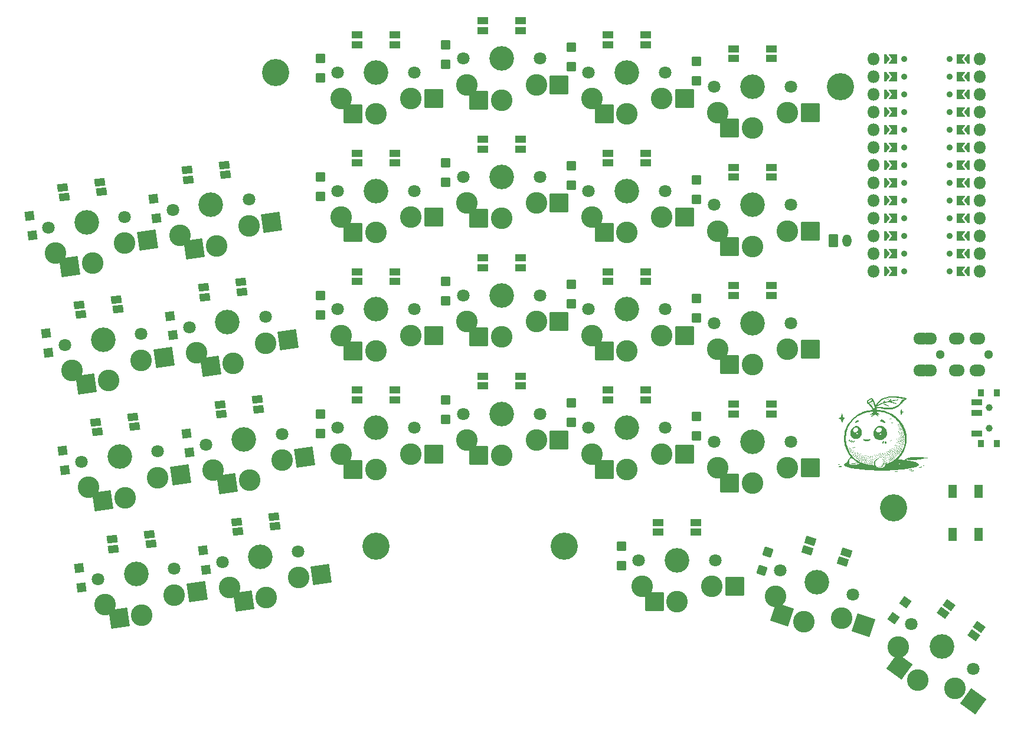
<source format=gbr>
%TF.GenerationSoftware,KiCad,Pcbnew,8.0.7-8.0.7-0~ubuntu24.04.1*%
%TF.CreationDate,2025-01-01T23:44:26+01:00*%
%TF.ProjectId,speedy-o_north-face-finished-extended_VCC,73706565-6479-42d6-9f5f-6e6f7274682d,v1.0.0*%
%TF.SameCoordinates,Original*%
%TF.FileFunction,Soldermask,Top*%
%TF.FilePolarity,Negative*%
%FSLAX46Y46*%
G04 Gerber Fmt 4.6, Leading zero omitted, Abs format (unit mm)*
G04 Created by KiCad (PCBNEW 8.0.7-8.0.7-0~ubuntu24.04.1) date 2025-01-01 23:44:26*
%MOMM*%
%LPD*%
G01*
G04 APERTURE LIST*
G04 Aperture macros list*
%AMRoundRect*
0 Rectangle with rounded corners*
0 $1 Rounding radius*
0 $2 $3 $4 $5 $6 $7 $8 $9 X,Y pos of 4 corners*
0 Add a 4 corners polygon primitive as box body*
4,1,4,$2,$3,$4,$5,$6,$7,$8,$9,$2,$3,0*
0 Add four circle primitives for the rounded corners*
1,1,$1+$1,$2,$3*
1,1,$1+$1,$4,$5*
1,1,$1+$1,$6,$7*
1,1,$1+$1,$8,$9*
0 Add four rect primitives between the rounded corners*
20,1,$1+$1,$2,$3,$4,$5,0*
20,1,$1+$1,$4,$5,$6,$7,0*
20,1,$1+$1,$6,$7,$8,$9,0*
20,1,$1+$1,$8,$9,$2,$3,0*%
%AMFreePoly0*
4,1,16,-0.214645,0.660355,-0.210957,0.656235,0.289043,0.031235,0.299694,-0.005522,0.289043,-0.031235,-0.210957,-0.656235,-0.244478,-0.674694,-0.250000,-0.675000,-0.500000,-0.675000,-0.535355,-0.660355,-0.550000,-0.625000,-0.550000,0.625000,-0.535355,0.660355,-0.500000,0.675000,-0.250000,0.675000,-0.214645,0.660355,-0.214645,0.660355,$1*%
%AMFreePoly1*
4,1,16,0.535355,0.660355,0.550000,0.625000,0.550000,-0.625000,0.535355,-0.660355,0.500000,-0.675000,-0.650000,-0.675000,-0.685355,-0.660355,-0.700000,-0.625000,-0.689043,-0.593765,-0.214031,0.000000,-0.689043,0.593765,-0.699694,0.630522,-0.681235,0.664043,-0.650000,0.675000,0.500000,0.675000,0.535355,0.660355,0.535355,0.660355,$1*%
G04 Aperture macros list end*
%ADD10C,0.000000*%
%ADD11RoundRect,0.050000X-0.550000X0.900000X-0.550000X-0.900000X0.550000X-0.900000X0.550000X0.900000X0*%
%ADD12RoundRect,0.050000X-0.600000X0.600000X-0.600000X-0.600000X0.600000X-0.600000X0.600000X0.600000X0*%
%ADD13RoundRect,0.050000X-0.677665X0.510657X-0.510657X-0.677665X0.677665X-0.510657X0.510657X0.677665X0*%
%ADD14C,1.801800*%
%ADD15C,3.100000*%
%ADD16C,3.529000*%
%ADD17RoundRect,0.050000X1.300000X1.300000X-1.300000X1.300000X-1.300000X-1.300000X1.300000X-1.300000X0*%
%ADD18C,1.300000*%
%ADD19O,2.300000X1.700000*%
%ADD20C,3.900000*%
%ADD21RoundRect,0.050000X1.815843X0.287601X-0.287601X1.815843X-1.815843X-0.287601X0.287601X-1.815843X0*%
%ADD22RoundRect,0.050000X-0.385224X0.756044X-0.756044X-0.385224X0.385224X-0.756044X0.756044X0.385224X0*%
%ADD23RoundRect,0.050000X-0.600000X-0.850000X0.600000X-0.850000X0.600000X0.850000X-0.600000X0.850000X0*%
%ADD24O,1.300000X1.800000*%
%ADD25RoundRect,0.050000X1.106423X1.468274X-1.468274X1.106423X-1.106423X-1.468274X1.468274X-1.106423X0*%
%ADD26O,1.800000X1.800000*%
%ADD27FreePoly0,0.000000*%
%ADD28C,0.900000*%
%ADD29FreePoly1,180.000000*%
%ADD30FreePoly1,0.000000*%
%ADD31FreePoly0,180.000000*%
%ADD32RoundRect,0.050000X1.638096X0.834651X-0.834651X1.638096X-1.638096X-0.834651X0.834651X-1.638096X0*%
%ADD33RoundRect,0.050000X-0.132739X0.838081X-0.838081X-0.132739X0.132739X-0.838081X0.838081X0.132739X0*%
%ADD34RoundRect,0.050000X0.400000X-0.500000X0.400000X0.500000X-0.400000X0.500000X-0.400000X-0.500000X0*%
%ADD35C,1.000000*%
%ADD36RoundRect,0.050000X0.750000X-0.350000X0.750000X0.350000X-0.750000X0.350000X-0.750000X-0.350000X0*%
%ADD37RoundRect,0.050000X-0.700000X-0.500000X0.700000X-0.500000X0.700000X0.500000X-0.700000X0.500000X0*%
%ADD38RoundRect,0.050000X0.623601X0.592555X-0.762774X0.397713X-0.623601X-0.592555X0.762774X-0.397713X0*%
%ADD39RoundRect,0.050000X0.700000X0.500000X-0.700000X0.500000X-0.700000X-0.500000X0.700000X-0.500000X0*%
%ADD40RoundRect,0.050000X-0.820248X-0.259216X0.511231X-0.691840X0.820248X0.259216X-0.511231X0.691840X0*%
%ADD41RoundRect,0.050000X-0.860205X0.006941X0.272419X-0.815958X0.860205X-0.006941X-0.272419X0.815958X0*%
%ADD42RoundRect,0.050000X-0.623601X-0.592555X0.762774X-0.397713X0.623601X0.592555X-0.762774X0.397713X0*%
G04 APERTURE END LIST*
D10*
%TO.C,G\u002A\u002A\u002A*%
G36*
X202439229Y-132411447D02*
G01*
X202431900Y-132418776D01*
X202424572Y-132411447D01*
X202431900Y-132404119D01*
X202439229Y-132411447D01*
G37*
G36*
X205927515Y-126153051D02*
G01*
X205920187Y-126160380D01*
X205912858Y-126153051D01*
X205920187Y-126145723D01*
X205927515Y-126153051D01*
G37*
G36*
X207012108Y-134184904D02*
G01*
X207004780Y-134192232D01*
X206997452Y-134184904D01*
X207004780Y-134177575D01*
X207012108Y-134184904D01*
G37*
G36*
X209093355Y-133085654D02*
G01*
X209086026Y-133092982D01*
X209078698Y-133085654D01*
X209086026Y-133078325D01*
X209093355Y-133085654D01*
G37*
G36*
X209459771Y-125302965D02*
G01*
X209452443Y-125310293D01*
X209445115Y-125302965D01*
X209452443Y-125295636D01*
X209459771Y-125302965D01*
G37*
G36*
X209562368Y-125229681D02*
G01*
X209555040Y-125237010D01*
X209547711Y-125229681D01*
X209555040Y-125222353D01*
X209562368Y-125229681D01*
G37*
G36*
X209635651Y-125185711D02*
G01*
X209628323Y-125193040D01*
X209620995Y-125185711D01*
X209628323Y-125178383D01*
X209635651Y-125185711D01*
G37*
G36*
X209664965Y-125200368D02*
G01*
X209657636Y-125207696D01*
X209650308Y-125200368D01*
X209657636Y-125193040D01*
X209664965Y-125200368D01*
G37*
G36*
X209694278Y-125185711D02*
G01*
X209686950Y-125193040D01*
X209679621Y-125185711D01*
X209686950Y-125178383D01*
X209694278Y-125185711D01*
G37*
G36*
X209738248Y-125112428D02*
G01*
X209730920Y-125119756D01*
X209723591Y-125112428D01*
X209730920Y-125105100D01*
X209738248Y-125112428D01*
G37*
G36*
X205439201Y-125029068D02*
G01*
X205440948Y-125051975D01*
X205438043Y-125057160D01*
X205431382Y-125052789D01*
X205430346Y-125037923D01*
X205433925Y-125022284D01*
X205439201Y-125029068D01*
G37*
G36*
X206318359Y-133317718D02*
G01*
X206316347Y-133326431D01*
X206308588Y-133327489D01*
X206296524Y-133322126D01*
X206298817Y-133317718D01*
X206316211Y-133315964D01*
X206318359Y-133317718D01*
G37*
G36*
X207065849Y-133889328D02*
G01*
X207067603Y-133906722D01*
X207065849Y-133908870D01*
X207057136Y-133906858D01*
X207056078Y-133899099D01*
X207061441Y-133887035D01*
X207065849Y-133889328D01*
G37*
G36*
X207710743Y-132218468D02*
G01*
X207712497Y-132235862D01*
X207710743Y-132238010D01*
X207702029Y-132235998D01*
X207700971Y-132228239D01*
X207706334Y-132216175D01*
X207710743Y-132218468D01*
G37*
G36*
X203671910Y-133117954D02*
G01*
X203679125Y-133136321D01*
X203672678Y-133142865D01*
X203652825Y-133141569D01*
X203647949Y-133136216D01*
X203644530Y-133115409D01*
X203658708Y-133109805D01*
X203671910Y-133117954D01*
G37*
G36*
X202218250Y-131708597D02*
G01*
X202219379Y-131713526D01*
X202208683Y-131734245D01*
X202204722Y-131737241D01*
X202191195Y-131736571D01*
X202190065Y-131731642D01*
X202200761Y-131710922D01*
X202204722Y-131707927D01*
X202218250Y-131708597D01*
G37*
G36*
X202365526Y-131901655D02*
G01*
X202365945Y-131904927D01*
X202355292Y-131924777D01*
X202351289Y-131927777D01*
X202338741Y-131924455D01*
X202336632Y-131913986D01*
X202344284Y-131893932D01*
X202351289Y-131891136D01*
X202365526Y-131901655D01*
G37*
G36*
X203459755Y-132559850D02*
G01*
X203465195Y-132572670D01*
X203454308Y-132591126D01*
X203431159Y-132593551D01*
X203416340Y-132584884D01*
X203406950Y-132563968D01*
X203423485Y-132551827D01*
X203435882Y-132550686D01*
X203459755Y-132559850D01*
G37*
G36*
X204002519Y-132734351D02*
G01*
X204004847Y-132758395D01*
X203992164Y-132789058D01*
X203970129Y-132794735D01*
X203953125Y-132783589D01*
X203942349Y-132757582D01*
X203954585Y-132734967D01*
X203980766Y-132726565D01*
X204002519Y-132734351D01*
G37*
G36*
X204446772Y-132810368D02*
G01*
X204447192Y-132813640D01*
X204436538Y-132833491D01*
X204432535Y-132836490D01*
X204419988Y-132833168D01*
X204417879Y-132822699D01*
X204425531Y-132802645D01*
X204432535Y-132799849D01*
X204446772Y-132810368D01*
G37*
G36*
X205941777Y-126186216D02*
G01*
X205942172Y-126189693D01*
X205930242Y-126202556D01*
X205919322Y-126204350D01*
X205904151Y-126197244D01*
X205905530Y-126189693D01*
X205924268Y-126175595D01*
X205928380Y-126175036D01*
X205941777Y-126186216D01*
G37*
G36*
X206268947Y-133059666D02*
G01*
X206271947Y-133063669D01*
X206268624Y-133076216D01*
X206258155Y-133078325D01*
X206238102Y-133070673D01*
X206235305Y-133063669D01*
X206245824Y-133049432D01*
X206249097Y-133049012D01*
X206268947Y-133059666D01*
G37*
G36*
X206518110Y-134583959D02*
G01*
X206521110Y-134587962D01*
X206517787Y-134600509D01*
X206507318Y-134602619D01*
X206487265Y-134594966D01*
X206484468Y-134587962D01*
X206494988Y-134573725D01*
X206498260Y-134573305D01*
X206518110Y-134583959D01*
G37*
G36*
X208125589Y-132151452D02*
G01*
X208126015Y-132154956D01*
X208114861Y-132169186D01*
X208111358Y-132169612D01*
X208097127Y-132158459D01*
X208096701Y-132154956D01*
X208107855Y-132140725D01*
X208111358Y-132140299D01*
X208125589Y-132151452D01*
G37*
G36*
X208284764Y-132968527D02*
G01*
X208287238Y-132974864D01*
X208277540Y-132994003D01*
X208258743Y-132998586D01*
X208252641Y-132994873D01*
X208243725Y-132973597D01*
X208259412Y-132961498D01*
X208265253Y-132961072D01*
X208284764Y-132968527D01*
G37*
G36*
X209198354Y-128070085D02*
G01*
X209203280Y-128080403D01*
X209186398Y-128093900D01*
X209160349Y-128085544D01*
X209151981Y-128080403D01*
X209142237Y-128070299D01*
X209157764Y-128066317D01*
X209171167Y-128065971D01*
X209198354Y-128070085D01*
G37*
G36*
X209470125Y-128547500D02*
G01*
X209474428Y-128571401D01*
X209472811Y-128601014D01*
X209464583Y-128605016D01*
X209448046Y-128590455D01*
X209432091Y-128563739D01*
X209435404Y-128541950D01*
X209452443Y-128534759D01*
X209470125Y-128547500D01*
G37*
G36*
X209706845Y-125145194D02*
G01*
X209685175Y-125159284D01*
X209683134Y-125160258D01*
X209657188Y-125171636D01*
X209654344Y-125168904D01*
X209667517Y-125154892D01*
X209692335Y-125138157D01*
X209707016Y-125136376D01*
X209706845Y-125145194D01*
G37*
G36*
X203009503Y-133175856D02*
G01*
X203010839Y-133176995D01*
X203035212Y-133203502D01*
X203038110Y-133220732D01*
X203026011Y-133224892D01*
X203008580Y-133213477D01*
X202996698Y-133196542D01*
X202983144Y-133166788D01*
X202987250Y-133160117D01*
X203009503Y-133175856D01*
G37*
G36*
X203026702Y-133938220D02*
G01*
X203034525Y-133945817D01*
X203051090Y-133971026D01*
X203052663Y-133986149D01*
X203042191Y-133994427D01*
X203028976Y-133984657D01*
X203012928Y-133956725D01*
X203010839Y-133944325D01*
X203013698Y-133930399D01*
X203026702Y-133938220D01*
G37*
G36*
X203123515Y-132563886D02*
G01*
X203128092Y-132594655D01*
X203120635Y-132627648D01*
X203103554Y-132639063D01*
X203084787Y-132626613D01*
X203076835Y-132609443D01*
X203074502Y-132573007D01*
X203092911Y-132552958D01*
X203106972Y-132550686D01*
X203123515Y-132563886D01*
G37*
G36*
X203251351Y-132442281D02*
G01*
X203272871Y-132459891D01*
X203270395Y-132479634D01*
X203246605Y-132491497D01*
X203238017Y-132492059D01*
X203208954Y-132484700D01*
X203201375Y-132470939D01*
X203212063Y-132444388D01*
X203239949Y-132438999D01*
X203251351Y-132442281D01*
G37*
G36*
X208994342Y-129648726D02*
G01*
X209007407Y-129667631D01*
X209007646Y-129670284D01*
X208998449Y-129687363D01*
X208977591Y-129684490D01*
X208961556Y-129670785D01*
X208950403Y-129648016D01*
X208952731Y-129637838D01*
X208971416Y-129636017D01*
X208994342Y-129648726D01*
G37*
G36*
X209205507Y-130978089D02*
G01*
X209207850Y-130986255D01*
X209203437Y-131006022D01*
X209176413Y-131011736D01*
X209150313Y-131007199D01*
X209146270Y-130989057D01*
X209147920Y-130981713D01*
X209164136Y-130959637D01*
X209187401Y-130958737D01*
X209205507Y-130978089D01*
G37*
G36*
X209409398Y-130596317D02*
G01*
X209412930Y-130628745D01*
X209399100Y-130661842D01*
X209370459Y-130670684D01*
X209338854Y-130658999D01*
X209315907Y-130633832D01*
X209319685Y-130607074D01*
X209346182Y-130588146D01*
X209386946Y-130581105D01*
X209409398Y-130596317D01*
G37*
G36*
X209874285Y-129470647D02*
G01*
X209883619Y-129500254D01*
X209882390Y-129524087D01*
X209874616Y-129539445D01*
X209859165Y-129529340D01*
X209844724Y-129504120D01*
X209841602Y-129476751D01*
X209850352Y-129459506D01*
X209855961Y-129458129D01*
X209874285Y-129470647D01*
G37*
G36*
X210146667Y-130830694D02*
G01*
X210153954Y-130857087D01*
X210149585Y-130892764D01*
X210141221Y-130916329D01*
X210130112Y-130914013D01*
X210121520Y-130904460D01*
X210107991Y-130873312D01*
X210111356Y-130842444D01*
X210128508Y-130825458D01*
X210146667Y-130830694D01*
G37*
G36*
X202637029Y-132089172D02*
G01*
X202656303Y-132101928D01*
X202672174Y-132127230D01*
X202664588Y-132151566D01*
X202636288Y-132177470D01*
X202604917Y-132177503D01*
X202586472Y-132163099D01*
X202574255Y-132132073D01*
X202583656Y-132104989D01*
X202607105Y-132088477D01*
X202637029Y-132089172D01*
G37*
G36*
X202782233Y-132198608D02*
G01*
X202790989Y-132206254D01*
X202814676Y-132233470D01*
X202819353Y-132252358D01*
X202808577Y-132257552D01*
X202789115Y-132248378D01*
X202779263Y-132239964D01*
X202763571Y-132212549D01*
X202761675Y-132201051D01*
X202765924Y-132189355D01*
X202782233Y-132198608D01*
G37*
G36*
X204142001Y-132978787D02*
G01*
X204151187Y-133006834D01*
X204146258Y-133039935D01*
X204127527Y-133055702D01*
X204103035Y-133049145D01*
X204095293Y-133041517D01*
X204082621Y-133010679D01*
X204089788Y-132982696D01*
X204113416Y-132968630D01*
X204117618Y-132968400D01*
X204142001Y-132978787D01*
G37*
G36*
X204757918Y-133824855D02*
G01*
X204769606Y-133852886D01*
X204769638Y-133854669D01*
X204764227Y-133879559D01*
X204745934Y-133880854D01*
X204717477Y-133863444D01*
X204698838Y-133843697D01*
X204705203Y-133826063D01*
X204706362Y-133824856D01*
X204733024Y-133813715D01*
X204757918Y-133824855D01*
G37*
G36*
X205024546Y-133024056D02*
G01*
X205043863Y-133051923D01*
X205040296Y-133081790D01*
X205017495Y-133103199D01*
X204995369Y-133107639D01*
X204964687Y-133099995D01*
X204951147Y-133086510D01*
X204945708Y-133045515D01*
X204960578Y-133018139D01*
X204989537Y-133009675D01*
X205024546Y-133024056D01*
G37*
G36*
X205133064Y-133502200D02*
G01*
X205149994Y-133520726D01*
X205150712Y-133525476D01*
X205142021Y-133549451D01*
X205114851Y-133551956D01*
X205095749Y-133546090D01*
X205067808Y-133527969D01*
X205065618Y-133507409D01*
X205077560Y-133495959D01*
X205104201Y-133492040D01*
X205133064Y-133502200D01*
G37*
G36*
X205217391Y-133019093D02*
G01*
X205236398Y-133035069D01*
X205238652Y-133043393D01*
X205227227Y-133058899D01*
X205202439Y-133063295D01*
X205178516Y-133055369D01*
X205172697Y-133049012D01*
X205169918Y-133025363D01*
X205171846Y-133021075D01*
X205190989Y-133012796D01*
X205217391Y-133019093D01*
G37*
G36*
X205434250Y-133032248D02*
G01*
X205453736Y-133061472D01*
X205456048Y-133087399D01*
X205442129Y-133113687D01*
X205418090Y-133113756D01*
X205393363Y-133093885D01*
X205376721Y-133062838D01*
X205379009Y-133035033D01*
X205398702Y-133020238D01*
X205404949Y-133019699D01*
X205434250Y-133032248D01*
G37*
G36*
X205806598Y-133680702D02*
G01*
X205833459Y-133703306D01*
X205837889Y-133736048D01*
X205821987Y-133764257D01*
X205791109Y-133780811D01*
X205760944Y-133768074D01*
X205746243Y-133750849D01*
X205731075Y-133713097D01*
X205740216Y-133685728D01*
X205769107Y-133674045D01*
X205806598Y-133680702D01*
G37*
G36*
X205868585Y-133547177D02*
G01*
X205895235Y-133570443D01*
X205894915Y-133591998D01*
X205869336Y-133604831D01*
X205854232Y-133605965D01*
X205821886Y-133601233D01*
X205810621Y-133583954D01*
X205810262Y-133577517D01*
X205819239Y-133546055D01*
X205844385Y-133538437D01*
X205868585Y-133547177D01*
G37*
G36*
X205885176Y-133147858D02*
G01*
X205906351Y-133173616D01*
X205907630Y-133202720D01*
X205887843Y-133222625D01*
X205858937Y-133219372D01*
X205842506Y-133207304D01*
X205826314Y-133178749D01*
X205828335Y-133151864D01*
X205847051Y-133137406D01*
X205852437Y-133136952D01*
X205885176Y-133147858D01*
G37*
G36*
X205946007Y-132914895D02*
G01*
X205967172Y-132945038D01*
X205968863Y-132971192D01*
X205952483Y-132996283D01*
X205924417Y-133000847D01*
X205901561Y-132987882D01*
X205885367Y-132958931D01*
X205884511Y-132928056D01*
X205897755Y-132906398D01*
X205911064Y-132902445D01*
X205946007Y-132914895D01*
G37*
G36*
X206171301Y-133234273D02*
G01*
X206185107Y-133260701D01*
X206188541Y-133293997D01*
X206184521Y-133311999D01*
X206161480Y-133326307D01*
X206132103Y-133323111D01*
X206112291Y-133304305D01*
X206102440Y-133259083D01*
X206113920Y-133232211D01*
X206139757Y-133224892D01*
X206171301Y-133234273D01*
G37*
G36*
X206373165Y-132973718D02*
G01*
X206393190Y-133003647D01*
X206396528Y-133022630D01*
X206385229Y-133042292D01*
X206359747Y-133049388D01*
X206332710Y-133043213D01*
X206317945Y-133027027D01*
X206315178Y-132995022D01*
X206327180Y-132969024D01*
X206343867Y-132961072D01*
X206373165Y-132973718D01*
G37*
G36*
X206534159Y-132900023D02*
G01*
X206548458Y-132929590D01*
X206547018Y-132947651D01*
X206537163Y-132970326D01*
X206518392Y-132971658D01*
X206502789Y-132966022D01*
X206488881Y-132948746D01*
X206484943Y-132921098D01*
X206490848Y-132896434D01*
X206503522Y-132887789D01*
X206534159Y-132900023D01*
G37*
G36*
X206593573Y-132733856D02*
G01*
X206606991Y-132761096D01*
X206605128Y-132793468D01*
X206595605Y-132822417D01*
X206578681Y-132826204D01*
X206551631Y-132809873D01*
X206532665Y-132782645D01*
X206534365Y-132752574D01*
X206554992Y-132731532D01*
X206563492Y-132728956D01*
X206593573Y-132733856D01*
G37*
G36*
X206595828Y-133192553D02*
G01*
X206601722Y-133226113D01*
X206592082Y-133259383D01*
X206568041Y-133270348D01*
X206536918Y-133256392D01*
X206531370Y-133251274D01*
X206514741Y-133220329D01*
X206525797Y-133192912D01*
X206539431Y-133183418D01*
X206574556Y-133175235D01*
X206595828Y-133192553D01*
G37*
G36*
X206677160Y-133031360D02*
G01*
X206698809Y-133062367D01*
X206698347Y-133100120D01*
X206679563Y-133129576D01*
X206649739Y-133138370D01*
X206618740Y-133126390D01*
X206599481Y-133101245D01*
X206589710Y-133058856D01*
X206602614Y-133030200D01*
X206636109Y-133019699D01*
X206677160Y-133031360D01*
G37*
G36*
X206964694Y-132591676D02*
G01*
X206978396Y-132617548D01*
X206974649Y-132639948D01*
X206956471Y-132650046D01*
X206928039Y-132652938D01*
X206903086Y-132648644D01*
X206894855Y-132639824D01*
X206904317Y-132602959D01*
X206927979Y-132581871D01*
X206938825Y-132579999D01*
X206964694Y-132591676D01*
G37*
G36*
X207148621Y-132661788D02*
G01*
X207169021Y-132686018D01*
X207167708Y-132717664D01*
X207149161Y-132747998D01*
X207120997Y-132755372D01*
X207093256Y-132738577D01*
X207085907Y-132727529D01*
X207071281Y-132686242D01*
X207078932Y-132660867D01*
X207103712Y-132653507D01*
X207148621Y-132661788D01*
G37*
G36*
X207311088Y-133047074D02*
G01*
X207331464Y-133077474D01*
X207334555Y-133095913D01*
X207327142Y-133118976D01*
X207306653Y-133117108D01*
X207284303Y-133099264D01*
X207265359Y-133070880D01*
X207263094Y-133046156D01*
X207278083Y-133034451D01*
X207280325Y-133034355D01*
X207311088Y-133047074D01*
G37*
G36*
X208286257Y-132089979D02*
G01*
X208298865Y-132115189D01*
X208294525Y-132140430D01*
X208276048Y-132165936D01*
X208248806Y-132164893D01*
X208231543Y-132152024D01*
X208213949Y-132121513D01*
X208218861Y-132095179D01*
X208243967Y-132081970D01*
X208249731Y-132081672D01*
X208286257Y-132089979D01*
G37*
G36*
X208477071Y-133598414D02*
G01*
X208502813Y-133616262D01*
X208502250Y-133641856D01*
X208475555Y-133670353D01*
X208474513Y-133671089D01*
X208435589Y-133691383D01*
X208412148Y-133687067D01*
X208404491Y-133659058D01*
X208415457Y-133619711D01*
X208443500Y-133597974D01*
X208477071Y-133598414D01*
G37*
G36*
X208483949Y-131970368D02*
G01*
X208499447Y-131992747D01*
X208502363Y-132029359D01*
X208481737Y-132048664D01*
X208453951Y-132052359D01*
X208427766Y-132048003D01*
X208420633Y-132028906D01*
X208421839Y-132012053D01*
X208434966Y-131980281D01*
X208458865Y-131965591D01*
X208483949Y-131970368D01*
G37*
G36*
X208608570Y-131814445D02*
G01*
X208623020Y-131841913D01*
X208614634Y-131873935D01*
X208590118Y-131898873D01*
X208563951Y-131895010D01*
X208545971Y-131878955D01*
X208529253Y-131845751D01*
X208537107Y-131817959D01*
X208566410Y-131803707D01*
X208575071Y-131803196D01*
X208608570Y-131814445D01*
G37*
G36*
X208912090Y-131561545D02*
G01*
X208928444Y-131588376D01*
X208929357Y-131602508D01*
X208914206Y-131631509D01*
X208886847Y-131638447D01*
X208862207Y-131624812D01*
X208846684Y-131595679D01*
X208846697Y-131564145D01*
X208858545Y-131546891D01*
X208885189Y-131544888D01*
X208912090Y-131561545D01*
G37*
G36*
X208996260Y-132250016D02*
G01*
X209015452Y-132276569D01*
X209009359Y-132300969D01*
X208981405Y-132315130D01*
X208968259Y-132316179D01*
X208940920Y-132311871D01*
X208933633Y-132292849D01*
X208934822Y-132277003D01*
X208945527Y-132242141D01*
X208966998Y-132234450D01*
X208996260Y-132250016D01*
G37*
G36*
X209136462Y-129301695D02*
G01*
X209151046Y-129326894D01*
X209151981Y-129335342D01*
X209142204Y-129352827D01*
X209119609Y-129352453D01*
X209094300Y-129334634D01*
X209092839Y-129332926D01*
X209082006Y-129308866D01*
X209090423Y-129293975D01*
X209112611Y-129288273D01*
X209136462Y-129301695D01*
G37*
G36*
X209153888Y-130626346D02*
G01*
X209166638Y-130637991D01*
X209176282Y-130655175D01*
X209160603Y-130659925D01*
X209156219Y-130659976D01*
X209127628Y-130655481D01*
X209117782Y-130650205D01*
X209108406Y-130628891D01*
X209122505Y-130616480D01*
X209128202Y-130616006D01*
X209153888Y-130626346D01*
G37*
G36*
X209161022Y-133082481D02*
G01*
X209154994Y-133093972D01*
X209131405Y-133112692D01*
X209130454Y-133113320D01*
X209104873Y-133126064D01*
X209093401Y-133123842D01*
X209093355Y-133123149D01*
X209104142Y-133106972D01*
X209127886Y-133090320D01*
X209151661Y-133080961D01*
X209161022Y-133082481D01*
G37*
G36*
X209304187Y-128581349D02*
G01*
X209311859Y-128596064D01*
X209310555Y-128624082D01*
X209300642Y-128664299D01*
X209280906Y-128677346D01*
X209256960Y-128668438D01*
X209241174Y-128644312D01*
X209244395Y-128613587D01*
X209263205Y-128588540D01*
X209281242Y-128581241D01*
X209304187Y-128581349D01*
G37*
G36*
X209327861Y-129128354D02*
G01*
X209339207Y-129148557D01*
X209342518Y-129173189D01*
X209337390Y-129200317D01*
X209327861Y-129208966D01*
X209317647Y-129196210D01*
X209313210Y-129165393D01*
X209313205Y-129164131D01*
X209317174Y-129134831D01*
X209327358Y-129128065D01*
X209327861Y-129128354D01*
G37*
G36*
X209335471Y-129785813D02*
G01*
X209326233Y-129816520D01*
X209311993Y-129847653D01*
X209297767Y-129866881D01*
X209293746Y-129868516D01*
X209287445Y-129856386D01*
X209290668Y-129828210D01*
X209304429Y-129790189D01*
X209320900Y-129768153D01*
X209334690Y-129767863D01*
X209335471Y-129785813D01*
G37*
G36*
X209402788Y-128272948D02*
G01*
X209413111Y-128303917D01*
X209412545Y-128333140D01*
X209396179Y-128343371D01*
X209379673Y-128344223D01*
X209348071Y-128336648D01*
X209333161Y-128322238D01*
X209330315Y-128286470D01*
X209348344Y-128263107D01*
X209375430Y-128258919D01*
X209402788Y-128272948D01*
G37*
G36*
X210051634Y-131508184D02*
G01*
X210057653Y-131537722D01*
X210051784Y-131570574D01*
X210034218Y-131611222D01*
X210012839Y-131623054D01*
X209990526Y-131609911D01*
X209973784Y-131575771D01*
X209984240Y-131538196D01*
X210002414Y-131517077D01*
X210032151Y-131500143D01*
X210051634Y-131508184D01*
G37*
G36*
X202464461Y-131973244D02*
G01*
X202489125Y-132003236D01*
X202495285Y-132042738D01*
X202482529Y-132075151D01*
X202459343Y-132094517D01*
X202437225Y-132087573D01*
X202427503Y-132078741D01*
X202412022Y-132045230D01*
X202414125Y-132002956D01*
X202424379Y-131979076D01*
X202441906Y-131965006D01*
X202464461Y-131973244D01*
G37*
G36*
X202993831Y-132296459D02*
G01*
X203010790Y-132323380D01*
X203018946Y-132366743D01*
X203009261Y-132394345D01*
X202987518Y-132402406D01*
X202959498Y-132387141D01*
X202943488Y-132367404D01*
X202928341Y-132337092D01*
X202932730Y-132315363D01*
X202937616Y-132308777D01*
X202966885Y-132288500D01*
X202993831Y-132296459D01*
G37*
G36*
X203240350Y-132796738D02*
G01*
X203267659Y-132824881D01*
X203274659Y-132850100D01*
X203262464Y-132866866D01*
X203232346Y-132872284D01*
X203194003Y-132864820D01*
X203190383Y-132863425D01*
X203176216Y-132844685D01*
X203172062Y-132820612D01*
X203179264Y-132792682D01*
X203202422Y-132785192D01*
X203240350Y-132796738D01*
G37*
G36*
X203438522Y-133147465D02*
G01*
X203458771Y-133175288D01*
X203454375Y-133214850D01*
X203453008Y-133217998D01*
X203433878Y-133247958D01*
X203412969Y-133249976D01*
X203386855Y-133227402D01*
X203365331Y-133191782D01*
X203363582Y-133160138D01*
X203380704Y-133140169D01*
X203397446Y-133136952D01*
X203438522Y-133147465D01*
G37*
G36*
X203539498Y-133394672D02*
G01*
X203550598Y-133423950D01*
X203539316Y-133449323D01*
X203512570Y-133466011D01*
X203477278Y-133469237D01*
X203446976Y-133458581D01*
X203430400Y-133445393D01*
X203432090Y-133428859D01*
X203444998Y-133407429D01*
X203476539Y-133377663D01*
X203511096Y-133374514D01*
X203539498Y-133394672D01*
G37*
G36*
X203895166Y-132988189D02*
G01*
X203916088Y-133023002D01*
X203919552Y-133051943D01*
X203912681Y-133083869D01*
X203891045Y-133091240D01*
X203857261Y-133077151D01*
X203838049Y-133054322D01*
X203830847Y-133022590D01*
X203835576Y-132992976D01*
X203852155Y-132976503D01*
X203857994Y-132975729D01*
X203895166Y-132988189D01*
G37*
G36*
X203970067Y-133523847D02*
G01*
X204005384Y-133545379D01*
X204018380Y-133582406D01*
X204014595Y-133606676D01*
X203994088Y-133635564D01*
X203958349Y-133639693D01*
X203937873Y-133633825D01*
X203912108Y-133614037D01*
X203904895Y-133577989D01*
X203911885Y-133537417D01*
X203934762Y-133520727D01*
X203970067Y-133523847D01*
G37*
G36*
X204239980Y-133734077D02*
G01*
X204269216Y-133760015D01*
X204283808Y-133793627D01*
X204283421Y-133806236D01*
X204267449Y-133831825D01*
X204236980Y-133834845D01*
X204200859Y-133817405D01*
X204176533Y-133788699D01*
X204172228Y-133757472D01*
X204187384Y-133733363D01*
X204206166Y-133726238D01*
X204239980Y-133734077D01*
G37*
G36*
X204274108Y-133412635D02*
G01*
X204295158Y-133443867D01*
X204294654Y-133481193D01*
X204283541Y-133507240D01*
X204262662Y-133515009D01*
X204224366Y-133508055D01*
X204197194Y-133489347D01*
X204187072Y-133459096D01*
X204193028Y-133427663D01*
X204214089Y-133405412D01*
X204234444Y-133400772D01*
X204274108Y-133412635D01*
G37*
G36*
X204424303Y-133581725D02*
G01*
X204441627Y-133615101D01*
X204441169Y-133657459D01*
X204419446Y-133684074D01*
X204382434Y-133689698D01*
X204362916Y-133684199D01*
X204347740Y-133664491D01*
X204346168Y-133631539D01*
X204357683Y-133597789D01*
X204367004Y-133585650D01*
X204397077Y-133570465D01*
X204424303Y-133581725D01*
G37*
G36*
X204513193Y-133210393D02*
G01*
X204526903Y-133218321D01*
X204555545Y-133246704D01*
X204558238Y-133273026D01*
X204535727Y-133291343D01*
X204517197Y-133295435D01*
X204486165Y-133293304D01*
X204470835Y-133271878D01*
X204467830Y-133261385D01*
X204465439Y-133221695D01*
X204481498Y-133204015D01*
X204513193Y-133210393D01*
G37*
G36*
X204563971Y-132987560D02*
G01*
X204577648Y-133008706D01*
X204584691Y-133049157D01*
X204568485Y-133071980D01*
X204533843Y-133078325D01*
X204500251Y-133071771D01*
X204484113Y-133047535D01*
X204482733Y-133042517D01*
X204480210Y-133001838D01*
X204499220Y-132980419D01*
X204529141Y-132975729D01*
X204563971Y-132987560D01*
G37*
G36*
X204767028Y-132926421D02*
G01*
X204794507Y-132948887D01*
X204808499Y-132978481D01*
X204804167Y-133002236D01*
X204775621Y-133026180D01*
X204740346Y-133030079D01*
X204712268Y-133013884D01*
X204698354Y-132980780D01*
X204702693Y-132946856D01*
X204722624Y-132923698D01*
X204733806Y-132920121D01*
X204767028Y-132926421D01*
G37*
G36*
X205228241Y-134127982D02*
G01*
X205249951Y-134151407D01*
X205250964Y-134172003D01*
X205234364Y-134192382D01*
X205201686Y-134204091D01*
X205164794Y-134205826D01*
X205135553Y-134196288D01*
X205126969Y-134185609D01*
X205128322Y-134154565D01*
X205150637Y-134129337D01*
X205185484Y-134119173D01*
X205228241Y-134127982D01*
G37*
G36*
X205475169Y-133337663D02*
G01*
X205494707Y-133362019D01*
X205499671Y-133391311D01*
X205488078Y-133416289D01*
X205464398Y-133427129D01*
X205431202Y-133421081D01*
X205415702Y-133409511D01*
X205404664Y-133379371D01*
X205411643Y-133348591D01*
X205432599Y-133329292D01*
X205443038Y-133327489D01*
X205475169Y-133337663D01*
G37*
G36*
X205544550Y-133710848D02*
G01*
X205558572Y-133737829D01*
X205556635Y-133767618D01*
X205538581Y-133790172D01*
X205516266Y-133796278D01*
X205499276Y-133788791D01*
X205481492Y-133777064D01*
X205461740Y-133749306D01*
X205465030Y-133720361D01*
X205487266Y-133700129D01*
X205514722Y-133696717D01*
X205544550Y-133710848D01*
G37*
G36*
X205587481Y-133937186D02*
G01*
X205622217Y-133959501D01*
X205630564Y-133989739D01*
X205612082Y-134021901D01*
X205579988Y-134042900D01*
X205545099Y-134038502D01*
X205528121Y-134029835D01*
X205504157Y-134004157D01*
X205502762Y-133974815D01*
X205519294Y-133949049D01*
X205549114Y-133934104D01*
X205587481Y-133937186D01*
G37*
G36*
X205703062Y-133018553D02*
G01*
X205720003Y-133042431D01*
X205715606Y-133073620D01*
X205707081Y-133086357D01*
X205684278Y-133105100D01*
X205660551Y-133100537D01*
X205634382Y-133078325D01*
X205609348Y-133046811D01*
X205609789Y-133025696D01*
X205628252Y-133013939D01*
X205670555Y-133007288D01*
X205703062Y-133018553D01*
G37*
G36*
X205756775Y-133991966D02*
G01*
X205771995Y-134013172D01*
X205774489Y-134021923D01*
X205776688Y-134064701D01*
X205759886Y-134086778D01*
X205728282Y-134085363D01*
X205701544Y-134070346D01*
X205680876Y-134042053D01*
X205684912Y-134013147D01*
X205710827Y-133993088D01*
X205725600Y-133989779D01*
X205756775Y-133991966D01*
G37*
G36*
X206234209Y-127339468D02*
G01*
X206251291Y-127356513D01*
X206265055Y-127377699D01*
X206272714Y-127399809D01*
X206259982Y-127406163D01*
X206257806Y-127406196D01*
X206237963Y-127399064D01*
X206235305Y-127392738D01*
X206230469Y-127368553D01*
X206225486Y-127353692D01*
X206223526Y-127337265D01*
X206234209Y-127339468D01*
G37*
G36*
X206766617Y-132642201D02*
G01*
X206783155Y-132658862D01*
X206790054Y-132686705D01*
X206786701Y-132713365D01*
X206772486Y-132726473D01*
X206770787Y-132726565D01*
X206745453Y-132714692D01*
X206738932Y-132704580D01*
X206735853Y-132674056D01*
X206746118Y-132649370D01*
X206764767Y-132641698D01*
X206766617Y-132642201D01*
G37*
G36*
X207118369Y-133344790D02*
G01*
X207144575Y-133357536D01*
X207151347Y-133385915D01*
X207141889Y-133415329D01*
X207120180Y-133429231D01*
X207096215Y-133421355D01*
X207095669Y-133420821D01*
X207087637Y-133399477D01*
X207085392Y-133375325D01*
X207090903Y-133349245D01*
X207112571Y-133344102D01*
X207118369Y-133344790D01*
G37*
G36*
X207351487Y-133439658D02*
G01*
X207370314Y-133462551D01*
X207368003Y-133490028D01*
X207363868Y-133496040D01*
X207342789Y-133515063D01*
X207321121Y-133512851D01*
X207298333Y-133498160D01*
X207280201Y-133472133D01*
X207284715Y-133446020D01*
X207308741Y-133430867D01*
X207317644Y-133430085D01*
X207351487Y-133439658D01*
G37*
G36*
X207444036Y-133136046D02*
G01*
X207457935Y-133150281D01*
X207478429Y-133186707D01*
X207477890Y-133219783D01*
X207460503Y-133242633D01*
X207430457Y-133248382D01*
X207404174Y-133238572D01*
X207381711Y-133211467D01*
X207383696Y-133176685D01*
X207405459Y-133146433D01*
X207427209Y-133130548D01*
X207444036Y-133136046D01*
G37*
G36*
X207671789Y-133085695D02*
G01*
X207693682Y-133103243D01*
X207701858Y-133130118D01*
X207695923Y-133154921D01*
X207675480Y-133166253D01*
X207674589Y-133166265D01*
X207642078Y-133156986D01*
X207630619Y-133148677D01*
X207613201Y-133117934D01*
X207620117Y-133093203D01*
X207646432Y-133082039D01*
X207671789Y-133085695D01*
G37*
G36*
X207713512Y-133602145D02*
G01*
X207734486Y-133627969D01*
X207737033Y-133658749D01*
X207729507Y-133672857D01*
X207698933Y-133692458D01*
X207665240Y-133683294D01*
X207652025Y-133672178D01*
X207636377Y-133641266D01*
X207642674Y-133611332D01*
X207667212Y-133593013D01*
X207680180Y-133591309D01*
X207713512Y-133602145D01*
G37*
G36*
X207720054Y-132508387D02*
G01*
X207729574Y-132542204D01*
X207716854Y-132567384D01*
X207688763Y-132578767D01*
X207652167Y-132571192D01*
X207643178Y-132566167D01*
X207630005Y-132551129D01*
X207634282Y-132526679D01*
X207639675Y-132514050D01*
X207663785Y-132485036D01*
X207692969Y-132483277D01*
X207720054Y-132508387D01*
G37*
G36*
X207749574Y-133766424D02*
G01*
X207776615Y-133788408D01*
X207786402Y-133819564D01*
X207785830Y-133823930D01*
X207769401Y-133845256D01*
X207739519Y-133852166D01*
X207709424Y-133842354D01*
X207704464Y-133838102D01*
X207687579Y-133807058D01*
X207693251Y-133778228D01*
X207715886Y-133762874D01*
X207749574Y-133766424D01*
G37*
G36*
X208105513Y-132463621D02*
G01*
X208111203Y-132469887D01*
X208122137Y-132498497D01*
X208114562Y-132524637D01*
X208092105Y-132536029D01*
X208067993Y-132525963D01*
X208044593Y-132505821D01*
X208027040Y-132482393D01*
X208030295Y-132468299D01*
X208038658Y-132462075D01*
X208075430Y-132449149D01*
X208105513Y-132463621D01*
G37*
G36*
X208269397Y-132548119D02*
G01*
X208279906Y-132587863D01*
X208279910Y-132588724D01*
X208271016Y-132624059D01*
X208246150Y-132635476D01*
X208210291Y-132622992D01*
X208190521Y-132598302D01*
X208185556Y-132564891D01*
X208195618Y-132535773D01*
X208208619Y-132525908D01*
X208243326Y-132525433D01*
X208269397Y-132548119D01*
G37*
G36*
X208379457Y-132845060D02*
G01*
X208389834Y-132878069D01*
X208389835Y-132878432D01*
X208380324Y-132911886D01*
X208351495Y-132923448D01*
X208327544Y-132920651D01*
X208306511Y-132904236D01*
X208303846Y-132875941D01*
X208320123Y-132847179D01*
X208323693Y-132843974D01*
X208354517Y-132832188D01*
X208379457Y-132845060D01*
G37*
G36*
X208384226Y-132180168D02*
G01*
X208406515Y-132203137D01*
X208416644Y-132237481D01*
X208416037Y-132250118D01*
X208400515Y-132275242D01*
X208371410Y-132284118D01*
X208340960Y-132274378D01*
X208332379Y-132266291D01*
X208321388Y-132233394D01*
X208331587Y-132198958D01*
X208357028Y-132177497D01*
X208384226Y-132180168D01*
G37*
G36*
X208629677Y-132042238D02*
G01*
X208648583Y-132062948D01*
X208653845Y-132096909D01*
X208645836Y-132131625D01*
X208626366Y-132153872D01*
X208592562Y-132159453D01*
X208573676Y-132149902D01*
X208554410Y-132121589D01*
X208555505Y-132087939D01*
X208572313Y-132057888D01*
X208600185Y-132040374D01*
X208629677Y-132042238D01*
G37*
G36*
X208665965Y-133470935D02*
G01*
X208677999Y-133497630D01*
X208672902Y-133527609D01*
X208659978Y-133542558D01*
X208623834Y-133559181D01*
X208590297Y-133559502D01*
X208573299Y-133547753D01*
X208573784Y-133524596D01*
X208590348Y-133495131D01*
X208615076Y-133469889D01*
X208639696Y-133459399D01*
X208665965Y-133470935D01*
G37*
G36*
X208781189Y-133307838D02*
G01*
X208798998Y-133332630D01*
X208792113Y-133366260D01*
X208790514Y-133368914D01*
X208767986Y-133392832D01*
X208743231Y-133390788D01*
X208713565Y-133365497D01*
X208690906Y-133331998D01*
X208695373Y-133309499D01*
X208726571Y-133298905D01*
X208742920Y-133298175D01*
X208781189Y-133307838D01*
G37*
G36*
X209093459Y-129512114D02*
G01*
X209120981Y-129532362D01*
X209143684Y-129558928D01*
X209151494Y-129579047D01*
X209140395Y-129588390D01*
X209113402Y-129587745D01*
X209081906Y-129577833D01*
X209075034Y-129574209D01*
X209053068Y-129550320D01*
X209052816Y-129523989D01*
X209071404Y-129507386D01*
X209093459Y-129512114D01*
G37*
G36*
X209262515Y-132891418D02*
G01*
X209267429Y-132924032D01*
X209260627Y-132953418D01*
X209246433Y-132972370D01*
X209229167Y-132973682D01*
X209219357Y-132963371D01*
X209219459Y-132941848D01*
X209231637Y-132909238D01*
X209232040Y-132908456D01*
X209247764Y-132882830D01*
X209257705Y-132881977D01*
X209262515Y-132891418D01*
G37*
G36*
X209280574Y-131303043D02*
G01*
X209292577Y-131327044D01*
X209292624Y-131370215D01*
X209271614Y-131397373D01*
X209235093Y-131403510D01*
X209214272Y-131397759D01*
X209199655Y-131378900D01*
X209195951Y-131357877D01*
X209205279Y-131320378D01*
X209227876Y-131297022D01*
X209255667Y-131290384D01*
X209280574Y-131303043D01*
G37*
G36*
X209312380Y-131611060D02*
G01*
X209336195Y-131644312D01*
X209342518Y-131677650D01*
X209331059Y-131695512D01*
X209303910Y-131701476D01*
X209271916Y-131696108D01*
X209245919Y-131679969D01*
X209240489Y-131672347D01*
X209231685Y-131634735D01*
X209246206Y-131607589D01*
X209277615Y-131598002D01*
X209312380Y-131611060D01*
G37*
G36*
X209350615Y-131082348D02*
G01*
X209354303Y-131112541D01*
X209340245Y-131142156D01*
X209313619Y-131157788D01*
X209285646Y-131153935D01*
X209279624Y-131149149D01*
X209269502Y-131123181D01*
X209272687Y-131090694D01*
X209287020Y-131067334D01*
X209291220Y-131065062D01*
X209327998Y-131062140D01*
X209350615Y-131082348D01*
G37*
G36*
X209368772Y-128913277D02*
G01*
X209378299Y-128933502D01*
X209379160Y-128952474D01*
X209373966Y-128985626D01*
X209354370Y-128999559D01*
X209346117Y-129001136D01*
X209315698Y-128996184D01*
X209304571Y-128983672D01*
X209299115Y-128943270D01*
X209315283Y-128916306D01*
X209342719Y-128908504D01*
X209368772Y-128913277D01*
G37*
G36*
X209389496Y-132737934D02*
G01*
X209396835Y-132766273D01*
X209387101Y-132798704D01*
X209363075Y-132822042D01*
X209332363Y-132828835D01*
X209307510Y-132816752D01*
X209305478Y-132813861D01*
X209305773Y-132790618D01*
X209321412Y-132760762D01*
X209344599Y-132735671D01*
X209365301Y-132726565D01*
X209389496Y-132737934D01*
G37*
G36*
X209404251Y-128444864D02*
G01*
X209419987Y-128475531D01*
X209421729Y-128513009D01*
X209420668Y-128517733D01*
X209406118Y-128544099D01*
X209380658Y-128545821D01*
X209345779Y-128526600D01*
X209317790Y-128495261D01*
X209315960Y-128464503D01*
X209337816Y-128441186D01*
X209379843Y-128432163D01*
X209404251Y-128444864D01*
G37*
G36*
X209436481Y-132591877D02*
G01*
X209458346Y-132618921D01*
X209470141Y-132648247D01*
X209469337Y-132660065D01*
X209452291Y-132680714D01*
X209430884Y-132674100D01*
X209416317Y-132654246D01*
X209403668Y-132619817D01*
X209402590Y-132591693D01*
X209413462Y-132579999D01*
X209413530Y-132579999D01*
X209436481Y-132591877D01*
G37*
G36*
X209448713Y-130384135D02*
G01*
X209476116Y-130400335D01*
X209487871Y-130431657D01*
X209480939Y-130466760D01*
X209473758Y-130477574D01*
X209449254Y-130496892D01*
X209428507Y-130488262D01*
X209413560Y-130463045D01*
X209403618Y-130421640D01*
X209414096Y-130393276D01*
X209442496Y-130383560D01*
X209448713Y-130384135D01*
G37*
G36*
X209452877Y-130921327D02*
G01*
X209483273Y-130945443D01*
X209485243Y-130975846D01*
X209466053Y-131003360D01*
X209431378Y-131024684D01*
X209398849Y-131016850D01*
X209389419Y-131008804D01*
X209371482Y-130975617D01*
X209376550Y-130943841D01*
X209399005Y-130921219D01*
X209433232Y-130915492D01*
X209452877Y-130921327D01*
G37*
G36*
X209540720Y-130201188D02*
G01*
X209552769Y-130215813D01*
X209555040Y-130249388D01*
X209547461Y-130290106D01*
X209527226Y-130305695D01*
X209498081Y-130294528D01*
X209483234Y-130280536D01*
X209462332Y-130244484D01*
X209466769Y-130215690D01*
X209494625Y-130199785D01*
X209511270Y-130198291D01*
X209540720Y-130201188D01*
G37*
G36*
X209820928Y-129248884D02*
G01*
X209848456Y-129269129D01*
X209865429Y-129297352D01*
X209865326Y-129317670D01*
X209845833Y-129333686D01*
X209812191Y-129340755D01*
X209778504Y-129337749D01*
X209760152Y-129326088D01*
X209756615Y-129296738D01*
X209770467Y-129264870D01*
X209792790Y-129246391D01*
X209820928Y-129248884D01*
G37*
G36*
X209873085Y-131888117D02*
G01*
X209887677Y-131914160D01*
X209885763Y-131941301D01*
X209881197Y-131947517D01*
X209852620Y-131962220D01*
X209821267Y-131961721D01*
X209804390Y-131950065D01*
X209803504Y-131925301D01*
X209818123Y-131896787D01*
X209840139Y-131878149D01*
X209848173Y-131876479D01*
X209873085Y-131888117D01*
G37*
G36*
X209936664Y-131368634D02*
G01*
X209953633Y-131406700D01*
X209955312Y-131455777D01*
X209942259Y-131493784D01*
X209914956Y-131507729D01*
X209876719Y-131497013D01*
X209846246Y-131475407D01*
X209804203Y-131439168D01*
X209834987Y-131397668D01*
X209872612Y-131361834D01*
X209908081Y-131352917D01*
X209936664Y-131368634D01*
G37*
G36*
X210023006Y-130726978D02*
G01*
X210042101Y-130750476D01*
X210042140Y-130771862D01*
X210023222Y-130803281D01*
X209993533Y-130831234D01*
X209964083Y-130829881D01*
X209935409Y-130800197D01*
X209921897Y-130760811D01*
X209930621Y-130728307D01*
X209954931Y-130708246D01*
X209988177Y-130706185D01*
X210023006Y-130726978D01*
G37*
G36*
X210133978Y-129905158D02*
G01*
X210155349Y-129933757D01*
X210162761Y-129962625D01*
X210155068Y-129982297D01*
X210143749Y-129985769D01*
X210118822Y-129979259D01*
X210114436Y-129975998D01*
X210107426Y-129955626D01*
X210104664Y-129922428D01*
X210105948Y-129892852D01*
X210114077Y-129888806D01*
X210133978Y-129905158D01*
G37*
G36*
X210171711Y-130622467D02*
G01*
X210174802Y-130666373D01*
X210168792Y-130705366D01*
X210158281Y-130734420D01*
X210145538Y-130739283D01*
X210122985Y-130725531D01*
X210094833Y-130693356D01*
X210095669Y-130657128D01*
X210125488Y-130617098D01*
X210125905Y-130616706D01*
X210161801Y-130582982D01*
X210171711Y-130622467D01*
G37*
G36*
X202839260Y-132735944D02*
G01*
X202847968Y-132740340D01*
X202871599Y-132761498D01*
X202876790Y-132795627D01*
X202876121Y-132804367D01*
X202863866Y-132842658D01*
X202837856Y-132855180D01*
X202801981Y-132842842D01*
X202779509Y-132815070D01*
X202781148Y-132777020D01*
X202795813Y-132749496D01*
X202815190Y-132731679D01*
X202839260Y-132735944D01*
G37*
G36*
X203054941Y-132689966D02*
G01*
X203076724Y-132703984D01*
X203082204Y-132732593D01*
X203081293Y-132746139D01*
X203067716Y-132782844D01*
X203041150Y-132798983D01*
X203009516Y-132790996D01*
X202999675Y-132782822D01*
X202982592Y-132749920D01*
X202987980Y-132717219D01*
X203010595Y-132693530D01*
X203045193Y-132687665D01*
X203054941Y-132689966D01*
G37*
G36*
X203220710Y-132607068D02*
G01*
X203245414Y-132628067D01*
X203257396Y-132657066D01*
X203256920Y-132666054D01*
X203240647Y-132686164D01*
X203211388Y-132695762D01*
X203184882Y-132690189D01*
X203182451Y-132688099D01*
X203172379Y-132662286D01*
X203175376Y-132629877D01*
X203189362Y-132606515D01*
X203193623Y-132604175D01*
X203220710Y-132607068D01*
G37*
G36*
X203521789Y-132844698D02*
G01*
X203528732Y-132846941D01*
X203581057Y-132870752D01*
X203604620Y-132898108D01*
X203603404Y-132921828D01*
X203585741Y-132941249D01*
X203551959Y-132942740D01*
X203505501Y-132929380D01*
X203472871Y-132907527D01*
X203465195Y-132881682D01*
X203469450Y-132849124D01*
X203486281Y-132837908D01*
X203521789Y-132844698D01*
G37*
G36*
X203557740Y-132649892D02*
G01*
X203573147Y-132665759D01*
X203591376Y-132698586D01*
X203593014Y-132731239D01*
X203581656Y-132756869D01*
X203560895Y-132768628D01*
X203534323Y-132759668D01*
X203527181Y-132753375D01*
X203510258Y-132717925D01*
X203519399Y-132676212D01*
X203528000Y-132662441D01*
X203543425Y-132645576D01*
X203557740Y-132649892D01*
G37*
G36*
X203701410Y-133445717D02*
G01*
X203712999Y-133451367D01*
X203752409Y-133475647D01*
X203767984Y-133497901D01*
X203764691Y-133522587D01*
X203741475Y-133546491D01*
X203702422Y-133552305D01*
X203673506Y-133545624D01*
X203648085Y-133525736D01*
X203641075Y-133490049D01*
X203646795Y-133450841D01*
X203665922Y-133436593D01*
X203701410Y-133445717D01*
G37*
G36*
X203748241Y-132938484D02*
G01*
X203775036Y-132953711D01*
X203787635Y-132974280D01*
X203787642Y-132974722D01*
X203779746Y-132993397D01*
X203769321Y-133008946D01*
X203747123Y-133024910D01*
X203725351Y-133018348D01*
X203704681Y-132994219D01*
X203701223Y-132963909D01*
X203715526Y-132940305D01*
X203721874Y-132936987D01*
X203748241Y-132938484D01*
G37*
G36*
X203798551Y-132758561D02*
G01*
X203825968Y-132765539D01*
X203837098Y-132784169D01*
X203838940Y-132814505D01*
X203835361Y-132850523D01*
X203821117Y-132866689D01*
X203806105Y-132870469D01*
X203775371Y-132864359D01*
X203756544Y-132838426D01*
X203745747Y-132795223D01*
X203757518Y-132767297D01*
X203790114Y-132757957D01*
X203798551Y-132758561D01*
G37*
G36*
X203805074Y-133115248D02*
G01*
X203831844Y-133137274D01*
X203851783Y-133172764D01*
X203857958Y-133207926D01*
X203856004Y-133216575D01*
X203835492Y-133235830D01*
X203803933Y-133237331D01*
X203775917Y-133221961D01*
X203760473Y-133192972D01*
X203759291Y-133159086D01*
X203769818Y-133129641D01*
X203789502Y-133113981D01*
X203805074Y-133115248D01*
G37*
G36*
X204175474Y-133526040D02*
G01*
X204201885Y-133544681D01*
X204222450Y-133571298D01*
X204221873Y-133597219D01*
X204215635Y-133612672D01*
X204198013Y-133642250D01*
X204177524Y-133646937D01*
X204150394Y-133634105D01*
X204131436Y-133609851D01*
X204124809Y-133574690D01*
X204130791Y-133541278D01*
X204147951Y-133522857D01*
X204175474Y-133526040D01*
G37*
G36*
X204204097Y-133931900D02*
G01*
X204233494Y-133946808D01*
X204257513Y-133964576D01*
X204263919Y-133972278D01*
X204269604Y-133983156D01*
X204263770Y-133984561D01*
X204240488Y-133975607D01*
X204216349Y-133965187D01*
X204184678Y-133947413D01*
X204169061Y-133930787D01*
X204168715Y-133928743D01*
X204179208Y-133924371D01*
X204204097Y-133931900D01*
G37*
G36*
X204306627Y-133220768D02*
G01*
X204324513Y-133254463D01*
X204322524Y-133296121D01*
X204316012Y-133311467D01*
X204291288Y-133338075D01*
X204262698Y-133336191D01*
X204235501Y-133309571D01*
X204217028Y-133270052D01*
X204214356Y-133233099D01*
X204227695Y-133208459D01*
X204233257Y-133205478D01*
X204274373Y-133202089D01*
X204306627Y-133220768D01*
G37*
G36*
X204354811Y-133055951D02*
G01*
X204370626Y-133077929D01*
X204366539Y-133107770D01*
X204346665Y-133129353D01*
X204314261Y-133137956D01*
X204284519Y-133130128D01*
X204281083Y-133127181D01*
X204273371Y-133106209D01*
X204271312Y-133083211D01*
X204276732Y-133058460D01*
X204298705Y-133049617D01*
X204314417Y-133049012D01*
X204354811Y-133055951D01*
G37*
G36*
X204497291Y-133424325D02*
G01*
X204516759Y-133444454D01*
X204519240Y-133475622D01*
X204507581Y-133507286D01*
X204484628Y-133528899D01*
X204468040Y-133532682D01*
X204445095Y-133522461D01*
X204432175Y-133510263D01*
X204421045Y-133484589D01*
X204430066Y-133451636D01*
X204448892Y-133422284D01*
X204473615Y-133417136D01*
X204497291Y-133424325D01*
G37*
G36*
X204553459Y-133736485D02*
G01*
X204553888Y-133736648D01*
X204590203Y-133761766D01*
X204603317Y-133796992D01*
X204599494Y-133817354D01*
X204577017Y-133842725D01*
X204538699Y-133843575D01*
X204524139Y-133839018D01*
X204498375Y-133819230D01*
X204491162Y-133783183D01*
X204496901Y-133743680D01*
X204516484Y-133728991D01*
X204553459Y-133736485D01*
G37*
G36*
X204805276Y-134029309D02*
G01*
X204824891Y-134061857D01*
X204828265Y-134085238D01*
X204822932Y-134109400D01*
X204801256Y-134118244D01*
X204783835Y-134118949D01*
X204749379Y-134112669D01*
X204731408Y-134098109D01*
X204731552Y-134069013D01*
X204745575Y-134037988D01*
X204766531Y-134018194D01*
X204774551Y-134016352D01*
X204805276Y-134029309D01*
G37*
G36*
X204869051Y-133881875D02*
G01*
X204879560Y-133921620D01*
X204879563Y-133922480D01*
X204870292Y-133957956D01*
X204846747Y-133970181D01*
X204815329Y-133956686D01*
X204808059Y-133950082D01*
X204788061Y-133916989D01*
X204787046Y-133883791D01*
X204804987Y-133861119D01*
X204808272Y-133859664D01*
X204842980Y-133859189D01*
X204869051Y-133881875D01*
G37*
G36*
X204902259Y-133667904D02*
G01*
X204918782Y-133682568D01*
X204924410Y-133699510D01*
X204928033Y-133733092D01*
X204924048Y-133751699D01*
X204902235Y-133764202D01*
X204868096Y-133766625D01*
X204835591Y-133759721D01*
X204819237Y-133746060D01*
X204814150Y-133704609D01*
X204834386Y-133677311D01*
X204868188Y-133667365D01*
X204902259Y-133667904D01*
G37*
G36*
X205100391Y-133167224D02*
G01*
X205113821Y-133180647D01*
X205130903Y-133205817D01*
X205126055Y-133226162D01*
X205121627Y-133231945D01*
X205092726Y-133250913D01*
X205075634Y-133254205D01*
X205056490Y-133247685D01*
X205048849Y-133223248D01*
X205048115Y-133202907D01*
X205054401Y-133164117D01*
X205072303Y-133152061D01*
X205100391Y-133167224D01*
G37*
G36*
X205171911Y-133671704D02*
G01*
X205180218Y-133705846D01*
X205171129Y-133744005D01*
X205160749Y-133762378D01*
X205144137Y-133764526D01*
X205112365Y-133751044D01*
X205106872Y-133748284D01*
X205073906Y-133722504D01*
X205066405Y-133695004D01*
X205084962Y-133671478D01*
X205098220Y-133665046D01*
X205143660Y-133657110D01*
X205171911Y-133671704D01*
G37*
G36*
X205264929Y-133307449D02*
G01*
X205288922Y-133332391D01*
X205290720Y-133368944D01*
X205290173Y-133370755D01*
X205271855Y-133392034D01*
X205242397Y-133401140D01*
X205214529Y-133396380D01*
X205202246Y-133382451D01*
X205191319Y-133337425D01*
X205197579Y-133312099D01*
X205222444Y-133301461D01*
X205225250Y-133301099D01*
X205264929Y-133307449D01*
G37*
G36*
X205367615Y-133835528D02*
G01*
X205386427Y-133848894D01*
X205412905Y-133885311D01*
X205414249Y-133917269D01*
X205394588Y-133938564D01*
X205358050Y-133942998D01*
X205329255Y-133934779D01*
X205296294Y-133916801D01*
X205284741Y-133894907D01*
X205285285Y-133873736D01*
X205300425Y-133840428D01*
X205330598Y-133827021D01*
X205367615Y-133835528D01*
G37*
G36*
X205603190Y-133147226D02*
G01*
X205628555Y-133174166D01*
X205631808Y-133205867D01*
X205615055Y-133226645D01*
X205582572Y-133236779D01*
X205546443Y-133234870D01*
X205518757Y-133219516D01*
X205518333Y-133219016D01*
X205505375Y-133185649D01*
X205516382Y-133155655D01*
X205546610Y-133138316D01*
X205560291Y-133136952D01*
X205603190Y-133147226D01*
G37*
G36*
X205991471Y-133383678D02*
G01*
X206022126Y-133402940D01*
X206042303Y-133430386D01*
X206044768Y-133442642D01*
X206033253Y-133478485D01*
X206005356Y-133499022D01*
X205971051Y-133500464D01*
X205942330Y-133481574D01*
X205931693Y-133450666D01*
X205936570Y-133414148D01*
X205954085Y-133386381D01*
X205962348Y-133381509D01*
X205991471Y-133383678D01*
G37*
G36*
X206143701Y-132905136D02*
G01*
X206173892Y-132914469D01*
X206183739Y-132938254D01*
X206184007Y-132946415D01*
X206175411Y-132977275D01*
X206154090Y-132987340D01*
X206124967Y-132986359D01*
X206113784Y-132981233D01*
X206105659Y-132959788D01*
X206103395Y-132935671D01*
X206108019Y-132910606D01*
X206127816Y-132903955D01*
X206143701Y-132905136D01*
G37*
G36*
X206651039Y-134567518D02*
G01*
X206659515Y-134572172D01*
X206672744Y-134587875D01*
X206667934Y-134613245D01*
X206663493Y-134623554D01*
X206639840Y-134650687D01*
X206607599Y-134661846D01*
X206577507Y-134655576D01*
X206562287Y-134637268D01*
X206561571Y-134602852D01*
X206581716Y-134576011D01*
X206614334Y-134562361D01*
X206651039Y-134567518D01*
G37*
G36*
X206924271Y-132954409D02*
G01*
X206944628Y-132965473D01*
X206962979Y-132985526D01*
X206958380Y-133010203D01*
X206954822Y-133017195D01*
X206930106Y-133040804D01*
X206897071Y-133048853D01*
X206867479Y-133040415D01*
X206855421Y-133025035D01*
X206855724Y-132991026D01*
X206875215Y-132960863D01*
X206896709Y-132949656D01*
X206924271Y-132954409D01*
G37*
G36*
X207055517Y-132753782D02*
G01*
X207076553Y-132783076D01*
X207081464Y-132816526D01*
X207079652Y-132822979D01*
X207060437Y-132838527D01*
X207028589Y-132843432D01*
X206999118Y-132836803D01*
X206989608Y-132828329D01*
X206983957Y-132798145D01*
X206994176Y-132765847D01*
X207014880Y-132744146D01*
X207026528Y-132741222D01*
X207055517Y-132753782D01*
G37*
G36*
X207179253Y-134074444D02*
G01*
X207216291Y-134096904D01*
X207227383Y-134129193D01*
X207218262Y-134167719D01*
X207198216Y-134199473D01*
X207171919Y-134203257D01*
X207137932Y-134179157D01*
X207131916Y-134172966D01*
X207106246Y-134133111D01*
X207103176Y-134098321D01*
X207119812Y-134074620D01*
X207153258Y-134068035D01*
X207179253Y-134074444D01*
G37*
G36*
X207367656Y-132612141D02*
G01*
X207406430Y-132622668D01*
X207418351Y-132642844D01*
X207402564Y-132671050D01*
X207400117Y-132673566D01*
X207368294Y-132692804D01*
X207334812Y-132695938D01*
X207312489Y-132682464D01*
X207309067Y-132657683D01*
X207312877Y-132637659D01*
X207327365Y-132616237D01*
X207357335Y-132611360D01*
X207367656Y-132612141D01*
G37*
G36*
X207382426Y-133873438D02*
G01*
X207401843Y-133901299D01*
X207403288Y-133933474D01*
X207390250Y-133954794D01*
X207362349Y-133970727D01*
X207328290Y-133963025D01*
X207316234Y-133956551D01*
X207296699Y-133932284D01*
X207291407Y-133899102D01*
X207300728Y-133870069D01*
X207313504Y-133860070D01*
X207350994Y-133857245D01*
X207382426Y-133873438D01*
G37*
G36*
X207576186Y-133467957D02*
G01*
X207589816Y-133492948D01*
X207578802Y-133533345D01*
X207578420Y-133534117D01*
X207552362Y-133565937D01*
X207522102Y-133572460D01*
X207496458Y-133555486D01*
X207484946Y-133522624D01*
X207487092Y-133496231D01*
X207501460Y-133468409D01*
X207531389Y-133459544D01*
X207538459Y-133459399D01*
X207576186Y-133467957D01*
G37*
G36*
X207671419Y-132843931D02*
G01*
X207685831Y-132871340D01*
X207686315Y-132879097D01*
X207677744Y-132913567D01*
X207657532Y-132939642D01*
X207640460Y-132946415D01*
X207622689Y-132937180D01*
X207606750Y-132923384D01*
X207586636Y-132897008D01*
X207590595Y-132874659D01*
X207610912Y-132853065D01*
X207643499Y-132836822D01*
X207671419Y-132843931D01*
G37*
G36*
X207727740Y-133926258D02*
G01*
X207739009Y-133950739D01*
X207758247Y-133988230D01*
X207779191Y-134009366D01*
X207810090Y-134031009D01*
X207779788Y-134031009D01*
X207746128Y-134020415D01*
X207727295Y-134005359D01*
X207705900Y-133972280D01*
X207696023Y-133940372D01*
X207699389Y-133918460D01*
X207709393Y-133913755D01*
X207727740Y-133926258D01*
G37*
G36*
X207766297Y-133407498D02*
G01*
X207774215Y-133432944D01*
X207774255Y-133436215D01*
X207769780Y-133477931D01*
X207758575Y-133508330D01*
X207746175Y-133518025D01*
X207727290Y-133510280D01*
X207710046Y-133499130D01*
X207691512Y-133471147D01*
X207692928Y-133437976D01*
X207710975Y-133410818D01*
X207739202Y-133400772D01*
X207766297Y-133407498D01*
G37*
G36*
X207906548Y-133821391D02*
G01*
X207935956Y-133845074D01*
X207957267Y-133874976D01*
X207961577Y-133897027D01*
X207944100Y-133920653D01*
X207911774Y-133932133D01*
X207877833Y-133927722D01*
X207869697Y-133923023D01*
X207852935Y-133897034D01*
X207849690Y-133862095D01*
X207858899Y-133830382D01*
X207879183Y-133814130D01*
X207906548Y-133821391D01*
G37*
G36*
X207926158Y-132350028D02*
G01*
X207944832Y-132370236D01*
X207949218Y-132401595D01*
X207939189Y-132429884D01*
X207926951Y-132439192D01*
X207896312Y-132447220D01*
X207871856Y-132439620D01*
X207864417Y-132435116D01*
X207848967Y-132412488D01*
X207854003Y-132384992D01*
X207873691Y-132360669D01*
X207902199Y-132347556D01*
X207926158Y-132350028D01*
G37*
G36*
X207930704Y-132768068D02*
G01*
X207935137Y-132770353D01*
X207959546Y-132796058D01*
X207963731Y-132828482D01*
X207949251Y-132856846D01*
X207920718Y-132870098D01*
X207885473Y-132866679D01*
X207865756Y-132856174D01*
X207848809Y-132826516D01*
X207859526Y-132796011D01*
X207875632Y-132778967D01*
X207902786Y-132762114D01*
X207930704Y-132768068D01*
G37*
G36*
X208019516Y-133676143D02*
G01*
X208042984Y-133705099D01*
X208047825Y-133742911D01*
X208031542Y-133781032D01*
X208018007Y-133794910D01*
X207999276Y-133799646D01*
X207973806Y-133783286D01*
X207958524Y-133768296D01*
X207930377Y-133727742D01*
X207926451Y-133693881D01*
X207945788Y-133671356D01*
X207979920Y-133664592D01*
X208019516Y-133676143D01*
G37*
G36*
X208110149Y-132852858D02*
G01*
X208131447Y-132878650D01*
X208127946Y-132919204D01*
X208126693Y-132922648D01*
X208105466Y-132954162D01*
X208078538Y-132957518D01*
X208049126Y-132932482D01*
X208046234Y-132928498D01*
X208024810Y-132886437D01*
X208027592Y-132857767D01*
X208054120Y-132844500D01*
X208065593Y-132843819D01*
X208110149Y-132852858D01*
G37*
G36*
X208115339Y-127683092D02*
G01*
X208143075Y-127716000D01*
X208155257Y-127759257D01*
X208155328Y-127762774D01*
X208146095Y-127793161D01*
X208123336Y-127802417D01*
X208094458Y-127789934D01*
X208075547Y-127769352D01*
X208056612Y-127730375D01*
X208053518Y-127695848D01*
X208065923Y-127673851D01*
X208079773Y-127670016D01*
X208115339Y-127683092D01*
G37*
G36*
X208142411Y-133775234D02*
G01*
X208163325Y-133787850D01*
X208182277Y-133804122D01*
X208180969Y-133818657D01*
X208163854Y-133839148D01*
X208135256Y-133860903D01*
X208106247Y-133869345D01*
X208086149Y-133863068D01*
X208082245Y-133851464D01*
X208087943Y-133811663D01*
X208101206Y-133780054D01*
X208117594Y-133767189D01*
X208142411Y-133775234D01*
G37*
G36*
X208179499Y-132714599D02*
G01*
X208218989Y-132729157D01*
X208240013Y-132756719D01*
X208237674Y-132789993D01*
X208234294Y-132796185D01*
X208205891Y-132822321D01*
X208174171Y-132822685D01*
X208158687Y-132812002D01*
X208145334Y-132784763D01*
X208140671Y-132751974D01*
X208144242Y-132722314D01*
X208160640Y-132713441D01*
X208179499Y-132714599D01*
G37*
G36*
X208314460Y-132386843D02*
G01*
X208336581Y-132416046D01*
X208337739Y-132452045D01*
X208336916Y-132454355D01*
X208316789Y-132474470D01*
X208285971Y-132473076D01*
X208253052Y-132450746D01*
X208251090Y-132448635D01*
X208233292Y-132415125D01*
X208240744Y-132388346D01*
X208270843Y-132375194D01*
X208278934Y-132374806D01*
X208314460Y-132386843D01*
G37*
G36*
X208376745Y-133228576D02*
G01*
X208389818Y-133258326D01*
X208389835Y-133259590D01*
X208378612Y-133301233D01*
X208348486Y-133323233D01*
X208304765Y-133322465D01*
X208290902Y-133317782D01*
X208274764Y-133297920D01*
X208272430Y-133265914D01*
X208282486Y-133234674D01*
X208301895Y-133217564D01*
X208344766Y-133213712D01*
X208376745Y-133228576D01*
G37*
G36*
X208476169Y-133058052D02*
G01*
X208501417Y-133081373D01*
X208503402Y-133113279D01*
X208484056Y-133143234D01*
X208449381Y-133164557D01*
X208416852Y-133156723D01*
X208407423Y-133148677D01*
X208394273Y-133121670D01*
X208389835Y-133090051D01*
X208394258Y-133060212D01*
X208413727Y-133049822D01*
X208430873Y-133049012D01*
X208476169Y-133058052D01*
G37*
G36*
X208571047Y-128210887D02*
G01*
X208588013Y-128227316D01*
X208604209Y-128254833D01*
X208593925Y-128275373D01*
X208557291Y-128291449D01*
X208530221Y-128290981D01*
X208508796Y-128266693D01*
X208506670Y-128262830D01*
X208494299Y-128234160D01*
X208498905Y-128218301D01*
X208507765Y-128211584D01*
X208541289Y-128198921D01*
X208571047Y-128210887D01*
G37*
G36*
X208781196Y-132142953D02*
G01*
X208801532Y-132159339D01*
X208809648Y-132190375D01*
X208805876Y-132224221D01*
X208790549Y-132249036D01*
X208778065Y-132254450D01*
X208745033Y-132249695D01*
X208730431Y-132240526D01*
X208713889Y-132207665D01*
X208719594Y-132174035D01*
X208742610Y-132149123D01*
X208777997Y-132142422D01*
X208781196Y-132142953D01*
G37*
G36*
X208895795Y-132338219D02*
G01*
X208923222Y-132364318D01*
X208929232Y-132410030D01*
X208929216Y-132410199D01*
X208915719Y-132447219D01*
X208887181Y-132460591D01*
X208847339Y-132449172D01*
X208832362Y-132439778D01*
X208805799Y-132408511D01*
X208801302Y-132374335D01*
X208817491Y-132346204D01*
X208848742Y-132333441D01*
X208895795Y-132338219D01*
G37*
G36*
X208999369Y-131397240D02*
G01*
X209017061Y-131425079D01*
X209013733Y-131457838D01*
X209011621Y-131461556D01*
X208985976Y-131488210D01*
X208957668Y-131487196D01*
X208949278Y-131482585D01*
X208934652Y-131459732D01*
X208934045Y-131427734D01*
X208945189Y-131398897D01*
X208965816Y-131385523D01*
X208967176Y-131385481D01*
X208999369Y-131397240D01*
G37*
G36*
X209041719Y-131625316D02*
G01*
X209058173Y-131655291D01*
X209061502Y-131688800D01*
X209046551Y-131714448D01*
X209018171Y-131728181D01*
X208987980Y-131727538D01*
X208967595Y-131710061D01*
X208967078Y-131708796D01*
X208968382Y-131682854D01*
X208982070Y-131650053D01*
X209001583Y-131622630D01*
X209018615Y-131612659D01*
X209041719Y-131625316D01*
G37*
G36*
X209067255Y-132035158D02*
G01*
X209088539Y-132068387D01*
X209090749Y-132106435D01*
X209076469Y-132140341D01*
X209046969Y-132151464D01*
X209006812Y-132138654D01*
X208994422Y-132130722D01*
X208967120Y-132098293D01*
X208964568Y-132063959D01*
X208984101Y-132036126D01*
X209023057Y-132023197D01*
X209028536Y-132023046D01*
X209067255Y-132035158D01*
G37*
G36*
X209094767Y-131093897D02*
G01*
X209122311Y-131111096D01*
X209146116Y-131139718D01*
X209145527Y-131170205D01*
X209125237Y-131196247D01*
X209094723Y-131200377D01*
X209064753Y-131181145D01*
X209064711Y-131181094D01*
X209053018Y-131151972D01*
X209053897Y-131118113D01*
X209066130Y-131093316D01*
X209072815Y-131089349D01*
X209094767Y-131093897D01*
G37*
G36*
X209289227Y-130811078D02*
G01*
X209309146Y-130831502D01*
X209312334Y-130863343D01*
X209301456Y-130896043D01*
X209279179Y-130919041D01*
X209260770Y-130923796D01*
X209237578Y-130913589D01*
X209225849Y-130902515D01*
X209213379Y-130869399D01*
X209222363Y-130836782D01*
X209246662Y-130813517D01*
X209280139Y-130808459D01*
X209289227Y-130811078D01*
G37*
G36*
X209425119Y-128672680D02*
G01*
X209448023Y-128695960D01*
X209457340Y-128734655D01*
X209456855Y-128746033D01*
X209443146Y-128781917D01*
X209416524Y-128797491D01*
X209385582Y-128789547D01*
X209372576Y-128777492D01*
X209361560Y-128745887D01*
X209366251Y-128708225D01*
X209383751Y-128678534D01*
X209394440Y-128671730D01*
X209425119Y-128672680D01*
G37*
G36*
X209532451Y-129014444D02*
G01*
X209556706Y-129045387D01*
X209559763Y-129087162D01*
X209545239Y-129121293D01*
X209517198Y-129133542D01*
X209483661Y-129121912D01*
X209469955Y-129109525D01*
X209450643Y-129073588D01*
X209445115Y-129042924D01*
X209449658Y-129014650D01*
X209469379Y-129004607D01*
X209487290Y-129003773D01*
X209532451Y-129014444D01*
G37*
G36*
X209555691Y-129908592D02*
G01*
X209579877Y-129931145D01*
X209589817Y-129967771D01*
X209589274Y-129978033D01*
X209577884Y-130015134D01*
X209556766Y-130025376D01*
X209527892Y-130007824D01*
X209527427Y-130007362D01*
X209508953Y-129976018D01*
X209504767Y-129940898D01*
X209515244Y-129913881D01*
X209524302Y-129907732D01*
X209555691Y-129908592D01*
G37*
G36*
X209561459Y-130689605D02*
G01*
X209578482Y-130724178D01*
X209581609Y-130756505D01*
X209580909Y-130758908D01*
X209562783Y-130773857D01*
X209532643Y-130776213D01*
X209504577Y-130766721D01*
X209494026Y-130754309D01*
X209492274Y-130724369D01*
X209503146Y-130693197D01*
X209521179Y-130671482D01*
X209537952Y-130668399D01*
X209561459Y-130689605D01*
G37*
G36*
X209604222Y-128807050D02*
G01*
X209618123Y-128839030D01*
X209615545Y-128876922D01*
X209596006Y-128906977D01*
X209564049Y-128916661D01*
X209529769Y-128904381D01*
X209517237Y-128892449D01*
X209505749Y-128870665D01*
X209511925Y-128844932D01*
X209519669Y-128830158D01*
X209547981Y-128799193D01*
X209578503Y-128792630D01*
X209604222Y-128807050D01*
G37*
G36*
X209647257Y-128598384D02*
G01*
X209662202Y-128627176D01*
X209663929Y-128661090D01*
X209648337Y-128692069D01*
X209647377Y-128693051D01*
X209624052Y-128708988D01*
X209601409Y-128701829D01*
X209584620Y-128686827D01*
X209566554Y-128651414D01*
X209571820Y-128613574D01*
X209594117Y-128588404D01*
X209623194Y-128582774D01*
X209647257Y-128598384D01*
G37*
G36*
X209684016Y-129332099D02*
G01*
X209700485Y-129354467D01*
X209702908Y-129362828D01*
X209706870Y-129409812D01*
X209692235Y-129436381D01*
X209661675Y-129440094D01*
X209631987Y-129427642D01*
X209611857Y-129400974D01*
X209606338Y-129369461D01*
X209610090Y-129338749D01*
X209627571Y-129327487D01*
X209650029Y-129326219D01*
X209684016Y-129332099D01*
G37*
G36*
X209714610Y-130255193D02*
G01*
X209751905Y-130273701D01*
X209764231Y-130305609D01*
X209752795Y-130352449D01*
X209728706Y-130386985D01*
X209695414Y-130393985D01*
X209661300Y-130380325D01*
X209640168Y-130352986D01*
X209637802Y-130313562D01*
X209654804Y-130272977D01*
X209655356Y-130272214D01*
X209680349Y-130253193D01*
X209714610Y-130255193D01*
G37*
G36*
X209729545Y-131742810D02*
G01*
X209765374Y-131766960D01*
X209789501Y-131800983D01*
X209794388Y-131834964D01*
X209778559Y-131863591D01*
X209746603Y-131873942D01*
X209705878Y-131865287D01*
X209675156Y-131846799D01*
X209643435Y-131810477D01*
X209637620Y-131774544D01*
X209656234Y-131745732D01*
X209690377Y-131733933D01*
X209729545Y-131742810D01*
G37*
G36*
X209771869Y-131248213D02*
G01*
X209784040Y-131266373D01*
X209792265Y-131310127D01*
X209777834Y-131343025D01*
X209746879Y-131359732D01*
X209705533Y-131354912D01*
X209690614Y-131347665D01*
X209671517Y-131323399D01*
X209665228Y-131288722D01*
X209672041Y-131256427D01*
X209688148Y-131240482D01*
X209736754Y-131232094D01*
X209771869Y-131248213D01*
G37*
G36*
X209783315Y-129821280D02*
G01*
X209786671Y-129822039D01*
X209806275Y-129838511D01*
X209809890Y-129866485D01*
X209799148Y-129894033D01*
X209775680Y-129909232D01*
X209774718Y-129909383D01*
X209741686Y-129904628D01*
X209727084Y-129895460D01*
X209708532Y-129863688D01*
X209714748Y-129837004D01*
X209741189Y-129821003D01*
X209783315Y-129821280D01*
G37*
G36*
X209804941Y-130061673D02*
G01*
X209821766Y-130094295D01*
X209823583Y-130127785D01*
X209809482Y-130162521D01*
X209782853Y-130175042D01*
X209751574Y-130164181D01*
X209730804Y-130141545D01*
X209715413Y-130108006D01*
X209721073Y-130078587D01*
X209723065Y-130074692D01*
X209748580Y-130048169D01*
X209778209Y-130045064D01*
X209804941Y-130061673D01*
G37*
G36*
X209835261Y-130596497D02*
G01*
X209849220Y-130607631D01*
X209867642Y-130640886D01*
X209864337Y-130673778D01*
X209841783Y-130696322D01*
X209826188Y-130700414D01*
X209790166Y-130698572D01*
X209770052Y-130691496D01*
X209757106Y-130668428D01*
X209755395Y-130636400D01*
X209770619Y-130601822D01*
X209800256Y-130587596D01*
X209835261Y-130596497D01*
G37*
G36*
X209929118Y-130839465D02*
G01*
X209953174Y-130869288D01*
X209955907Y-130907166D01*
X209940510Y-130935521D01*
X209908830Y-130952174D01*
X209878125Y-130939696D01*
X209871032Y-130932177D01*
X209861942Y-130910430D01*
X209870160Y-130880122D01*
X209876898Y-130866306D01*
X209894689Y-130837185D01*
X209910602Y-130830717D01*
X209929118Y-130839465D01*
G37*
G36*
X209966954Y-129318096D02*
G01*
X209990972Y-129341896D01*
X210001934Y-129381374D01*
X210002068Y-129386641D01*
X209992373Y-129419499D01*
X209968255Y-129430240D01*
X209937166Y-129416258D01*
X209931716Y-129411228D01*
X209916806Y-129381952D01*
X209916070Y-129347530D01*
X209928851Y-129321430D01*
X209936299Y-129316791D01*
X209966954Y-129318096D01*
G37*
G36*
X210040888Y-130495512D02*
G01*
X210067970Y-130522890D01*
X210075351Y-130547635D01*
X210066284Y-130586837D01*
X210044161Y-130609754D01*
X210016596Y-130612971D01*
X209991207Y-130593074D01*
X209987572Y-130586993D01*
X209979793Y-130556033D01*
X209981829Y-130520808D01*
X209991736Y-130493053D01*
X210004620Y-130484096D01*
X210040888Y-130495512D01*
G37*
G36*
X210097171Y-130287953D02*
G01*
X210128098Y-130309965D01*
X210145156Y-130342802D01*
X210145615Y-130358705D01*
X210129620Y-130383456D01*
X210097481Y-130393741D01*
X210059504Y-130387733D01*
X210040564Y-130377339D01*
X210022186Y-130349267D01*
X210026264Y-130316873D01*
X210050194Y-130291045D01*
X210062495Y-130285659D01*
X210097171Y-130287953D01*
G37*
G36*
X202472655Y-132386291D02*
G01*
X202504403Y-132406444D01*
X202530946Y-132441515D01*
X202541711Y-132476999D01*
X202529624Y-132499324D01*
X202506181Y-132515805D01*
X202479576Y-132524436D01*
X202466135Y-132512564D01*
X202459856Y-132493820D01*
X202450750Y-132448557D01*
X202447752Y-132417442D01*
X202451330Y-132390163D01*
X202467722Y-132385198D01*
X202472655Y-132386291D01*
G37*
G36*
X202673003Y-134100754D02*
G01*
X202673726Y-134101337D01*
X202697747Y-134129460D01*
X202698787Y-134162915D01*
X202697651Y-134167774D01*
X202678057Y-134197949D01*
X202646054Y-134207791D01*
X202611858Y-134195604D01*
X202599725Y-134184028D01*
X202588209Y-134152344D01*
X202594267Y-134122935D01*
X202613320Y-134087913D01*
X202638235Y-134080881D01*
X202673003Y-134100754D01*
G37*
G36*
X202741379Y-132312739D02*
G01*
X202760499Y-132336989D01*
X202769696Y-132371269D01*
X202768680Y-132405281D01*
X202757160Y-132428723D01*
X202744784Y-132433432D01*
X202725915Y-132423950D01*
X202698505Y-132400874D01*
X202696004Y-132398406D01*
X202673037Y-132363287D01*
X202670163Y-132330804D01*
X202683822Y-132307673D01*
X202710458Y-132300611D01*
X202741379Y-132312739D01*
G37*
G36*
X202930116Y-132470050D02*
G01*
X202950484Y-132501106D01*
X202952212Y-132513730D01*
X202947196Y-132540700D01*
X202926182Y-132549379D01*
X202911906Y-132549528D01*
X202875082Y-132546088D01*
X202853280Y-132540979D01*
X202838231Y-132521630D01*
X202836091Y-132490723D01*
X202846107Y-132462639D01*
X202857878Y-132453030D01*
X202895558Y-132451651D01*
X202930116Y-132470050D01*
G37*
G36*
X203161813Y-133851428D02*
G01*
X203188860Y-133866053D01*
X203227117Y-133901293D01*
X203244199Y-133944964D01*
X203240058Y-133979678D01*
X203219774Y-133998291D01*
X203187586Y-133999036D01*
X203154731Y-133982041D01*
X203151124Y-133978663D01*
X203131642Y-133940800D01*
X203129780Y-133891398D01*
X203136958Y-133863735D01*
X203145808Y-133849753D01*
X203161813Y-133851428D01*
G37*
G36*
X203609082Y-133256023D02*
G01*
X203634207Y-133273315D01*
X203638851Y-133304570D01*
X203638395Y-133309060D01*
X203623490Y-133342257D01*
X203595018Y-133355563D01*
X203562884Y-133345257D01*
X203556628Y-133339776D01*
X203541765Y-133311511D01*
X203539852Y-133278422D01*
X203550864Y-133254021D01*
X203556799Y-133250371D01*
X203583921Y-133249689D01*
X203609082Y-133256023D01*
G37*
G36*
X203775328Y-133289129D02*
G01*
X203783115Y-133291731D01*
X203813971Y-133309590D01*
X203824021Y-133340120D01*
X203824284Y-133349626D01*
X203816642Y-133384683D01*
X203792486Y-133396814D01*
X203749967Y-133386889D01*
X203747336Y-133385834D01*
X203720080Y-133361769D01*
X203716722Y-133325735D01*
X203728377Y-133298707D01*
X203745627Y-133285130D01*
X203775328Y-133289129D01*
G37*
G36*
X204040209Y-133155136D02*
G01*
X204059152Y-133172623D01*
X204086548Y-133211275D01*
X204093112Y-133245700D01*
X204081963Y-133270152D01*
X204056220Y-133278889D01*
X204019001Y-133266166D01*
X204011156Y-133261036D01*
X203985151Y-133228736D01*
X203979532Y-133189799D01*
X203995533Y-133155807D01*
X203999547Y-133152121D01*
X204018205Y-133144148D01*
X204040209Y-133155136D01*
G37*
G36*
X204045129Y-133368241D02*
G01*
X204050706Y-133371054D01*
X204075930Y-133400254D01*
X204080775Y-133430601D01*
X204076516Y-133461986D01*
X204059493Y-133473095D01*
X204047798Y-133473729D01*
X204011809Y-133464656D01*
X203980299Y-133446853D01*
X203954898Y-133416052D01*
X203953659Y-133387431D01*
X203971603Y-133366349D01*
X204003752Y-133358166D01*
X204045129Y-133368241D01*
G37*
G36*
X204741187Y-133402960D02*
G01*
X204764910Y-133430752D01*
X204765007Y-133475688D01*
X204764189Y-133479115D01*
X204745735Y-133510233D01*
X204715469Y-133516991D01*
X204678546Y-133498932D01*
X204666141Y-133487811D01*
X204645068Y-133454575D01*
X204640491Y-133425520D01*
X204649805Y-133402956D01*
X204674741Y-133394240D01*
X204694758Y-133393444D01*
X204741187Y-133402960D01*
G37*
G36*
X204801194Y-133191918D02*
G01*
X204825390Y-133211084D01*
X204839782Y-133244511D01*
X204838694Y-133277442D01*
X204836108Y-133282686D01*
X204813331Y-133295833D01*
X204779039Y-133296368D01*
X204748016Y-133284626D01*
X204743256Y-133280587D01*
X204726394Y-133248244D01*
X204732737Y-133217044D01*
X204757006Y-133195065D01*
X204793925Y-133190383D01*
X204801194Y-133191918D01*
G37*
G36*
X205069843Y-133781748D02*
G01*
X205098283Y-133799188D01*
X205104838Y-133827639D01*
X205104050Y-133836815D01*
X205089130Y-133869942D01*
X205060627Y-133883194D01*
X205028487Y-133872847D01*
X205022295Y-133867416D01*
X205008059Y-133839736D01*
X205004814Y-133805407D01*
X205013307Y-133779047D01*
X205017572Y-133775277D01*
X205039848Y-133773936D01*
X205069843Y-133781748D01*
G37*
G36*
X205256805Y-133985473D02*
G01*
X205257945Y-133985904D01*
X205287593Y-134003053D01*
X205295498Y-134029173D01*
X205294587Y-134041883D01*
X205283764Y-134073272D01*
X205257960Y-134084552D01*
X205212604Y-134077587D01*
X205209338Y-134076680D01*
X205179603Y-134058286D01*
X205172697Y-134031945D01*
X205183274Y-133994869D01*
X205212542Y-133978713D01*
X205256805Y-133985473D01*
G37*
G36*
X205373944Y-133649836D02*
G01*
X205383124Y-133685646D01*
X205382490Y-133697469D01*
X205374855Y-133731659D01*
X205356161Y-133745764D01*
X205341248Y-133748030D01*
X205305623Y-133747317D01*
X205286286Y-133743144D01*
X205269045Y-133722875D01*
X205269195Y-133692075D01*
X205284663Y-133662130D01*
X205303672Y-133647694D01*
X205346906Y-133636836D01*
X205373944Y-133649836D01*
G37*
G36*
X205411725Y-133488264D02*
G01*
X205429516Y-133500687D01*
X205451593Y-133523722D01*
X205451508Y-133546080D01*
X205445280Y-133559313D01*
X205417700Y-133583766D01*
X205378453Y-133591470D01*
X205340678Y-133581294D01*
X205326750Y-133569514D01*
X205315801Y-133537836D01*
X205317906Y-133510887D01*
X205337108Y-133481844D01*
X205370549Y-133474105D01*
X205411725Y-133488264D01*
G37*
G36*
X205680217Y-134116314D02*
G01*
X205707952Y-134144873D01*
X205720398Y-134178706D01*
X205719822Y-134187477D01*
X205703415Y-134208202D01*
X205671996Y-134219183D01*
X205637989Y-134218941D01*
X205613819Y-134205997D01*
X205610715Y-134200464D01*
X205606401Y-134164091D01*
X205616242Y-134129221D01*
X205635992Y-134107096D01*
X205647046Y-134104292D01*
X205680217Y-134116314D01*
G37*
G36*
X205681607Y-133310029D02*
G01*
X205704688Y-133342416D01*
X205707665Y-133364130D01*
X205699321Y-133396851D01*
X205679976Y-133422758D01*
X205663319Y-133430085D01*
X205648005Y-133420460D01*
X205623133Y-133397050D01*
X205620896Y-133394691D01*
X205598631Y-133358263D01*
X205597716Y-133325208D01*
X205616671Y-133303097D01*
X205639766Y-133298175D01*
X205681607Y-133310029D01*
G37*
G36*
X205684385Y-133803063D02*
G01*
X205712729Y-133823059D01*
X205720052Y-133853159D01*
X205702444Y-133887425D01*
X205699290Y-133890723D01*
X205675994Y-133909720D01*
X205654790Y-133909963D01*
X205623637Y-133891393D01*
X205622152Y-133890355D01*
X205595886Y-133860042D01*
X205594028Y-133829185D01*
X205615065Y-133806009D01*
X205638932Y-133799107D01*
X205684385Y-133803063D01*
G37*
G36*
X206077763Y-133052235D02*
G01*
X206109676Y-133072044D01*
X206128145Y-133095591D01*
X206132708Y-133107639D01*
X206121414Y-133130494D01*
X206096068Y-133153750D01*
X206069475Y-133166060D01*
X206066538Y-133166265D01*
X206043642Y-133155289D01*
X206024311Y-133134686D01*
X206011170Y-133098490D01*
X206020330Y-133069283D01*
X206044845Y-133052165D01*
X206077763Y-133052235D01*
G37*
G36*
X206753205Y-133227721D02*
G01*
X206786903Y-133235658D01*
X206801328Y-133256148D01*
X206804224Y-133272526D01*
X206803814Y-133301496D01*
X206787528Y-133311705D01*
X206767583Y-133312608D01*
X206729822Y-133308143D01*
X206706414Y-133299781D01*
X206693541Y-133275792D01*
X206696674Y-133255200D01*
X206710530Y-133232673D01*
X206738242Y-133226764D01*
X206753205Y-133227721D01*
G37*
G36*
X206790693Y-132840189D02*
G01*
X206805728Y-132865149D01*
X206802660Y-132893371D01*
X206778565Y-132916586D01*
X206753963Y-132928764D01*
X206737465Y-132928243D01*
X206714050Y-132913484D01*
X206708193Y-132909373D01*
X206685877Y-132881619D01*
X206690877Y-132853385D01*
X206721938Y-132830744D01*
X206724678Y-132829668D01*
X206762147Y-132825894D01*
X206790693Y-132840189D01*
G37*
G36*
X206807450Y-134551892D02*
G01*
X206820290Y-134570911D01*
X206826820Y-134597798D01*
X206813218Y-134627421D01*
X206805528Y-134637694D01*
X206773480Y-134668870D01*
X206747340Y-134671808D01*
X206725218Y-134646530D01*
X206721328Y-134638571D01*
X206706098Y-134593000D01*
X206711461Y-134562782D01*
X206734777Y-134543379D01*
X206775159Y-134533562D01*
X206807450Y-134551892D01*
G37*
G36*
X206986814Y-133197977D02*
G01*
X207004480Y-133225827D01*
X207006140Y-133263311D01*
X207004125Y-133270927D01*
X206984782Y-133290917D01*
X206952765Y-133298911D01*
X206923346Y-133291762D01*
X206919283Y-133288404D01*
X206909820Y-133261909D01*
X206913370Y-133226497D01*
X206928079Y-133198512D01*
X206929639Y-133197121D01*
X206959685Y-133186247D01*
X206986814Y-133197977D01*
G37*
G36*
X207064918Y-134190615D02*
G01*
X207093865Y-134203058D01*
X207132554Y-134230235D01*
X207142674Y-134262237D01*
X207125691Y-134299633D01*
X207109766Y-134316056D01*
X207091947Y-134313002D01*
X207074506Y-134301683D01*
X207036592Y-134266255D01*
X207019504Y-134230437D01*
X207026109Y-134200385D01*
X207026893Y-134199406D01*
X207042399Y-134187857D01*
X207064918Y-134190615D01*
G37*
G36*
X207101768Y-133032496D02*
G01*
X207120770Y-133053621D01*
X207126845Y-133087531D01*
X207126576Y-133090304D01*
X207115860Y-133121080D01*
X207087476Y-133133492D01*
X207081727Y-133134261D01*
X207052151Y-133133411D01*
X207041955Y-133117513D01*
X207041422Y-133107649D01*
X207048479Y-133068149D01*
X207056694Y-133047862D01*
X207077767Y-133028972D01*
X207101768Y-133032496D01*
G37*
G36*
X207211489Y-133778229D02*
G01*
X207224970Y-133795423D01*
X207229223Y-133822151D01*
X207230388Y-133853919D01*
X207221342Y-133866048D01*
X207195618Y-133861784D01*
X207168844Y-133852476D01*
X207138423Y-133834422D01*
X207131950Y-133807970D01*
X207132202Y-133805999D01*
X207143058Y-133782612D01*
X207171785Y-133774714D01*
X207180660Y-133774517D01*
X207211489Y-133778229D01*
G37*
G36*
X207255914Y-132808679D02*
G01*
X207278697Y-132829359D01*
X207286464Y-132861153D01*
X207277422Y-132896121D01*
X207249779Y-132926323D01*
X207247213Y-132927984D01*
X207222948Y-132937605D01*
X207201434Y-132927139D01*
X207188422Y-132914192D01*
X207162576Y-132873799D01*
X207165049Y-132840215D01*
X207195266Y-132815395D01*
X207219908Y-132807053D01*
X207255914Y-132808679D01*
G37*
G36*
X207413926Y-133318539D02*
G01*
X207444375Y-133336810D01*
X207450433Y-133366030D01*
X207431276Y-133399717D01*
X207425029Y-133405807D01*
X207405228Y-133420280D01*
X207388520Y-133416940D01*
X207363947Y-133393527D01*
X207363564Y-133393120D01*
X207341489Y-133366822D01*
X207338835Y-133349842D01*
X207352461Y-133332615D01*
X207387886Y-133315962D01*
X207413926Y-133318539D01*
G37*
G36*
X207614685Y-133277706D02*
G01*
X207655253Y-133297381D01*
X207667739Y-133325390D01*
X207652311Y-133362242D01*
X207645530Y-133371164D01*
X207618171Y-133404951D01*
X207570888Y-133362556D01*
X207542207Y-133334588D01*
X207533216Y-133315811D01*
X207540568Y-133297286D01*
X207544423Y-133291843D01*
X207563522Y-133273587D01*
X207589041Y-133271558D01*
X207614685Y-133277706D01*
G37*
G36*
X207769336Y-132645927D02*
G01*
X207785980Y-132656213D01*
X207801273Y-132686069D01*
X207800891Y-132719878D01*
X207785660Y-132744223D01*
X207780384Y-132746982D01*
X207749741Y-132755021D01*
X207724808Y-132746996D01*
X207708940Y-132736174D01*
X207690001Y-132708270D01*
X207690546Y-132675338D01*
X207707619Y-132648466D01*
X207734961Y-132638625D01*
X207769336Y-132645927D01*
G37*
G36*
X207786404Y-124808471D02*
G01*
X207778023Y-124837342D01*
X207759177Y-124877003D01*
X207734154Y-124918227D01*
X207703012Y-124958489D01*
X207682481Y-124971524D01*
X207672612Y-124957312D01*
X207671658Y-124943149D01*
X207681350Y-124897575D01*
X207706030Y-124852372D01*
X207739106Y-124816284D01*
X207773986Y-124798057D01*
X207781607Y-124797310D01*
X207786404Y-124808471D01*
G37*
G36*
X207828879Y-132989811D02*
G01*
X207830258Y-132991087D01*
X207851789Y-133017537D01*
X207850979Y-133041679D01*
X207847163Y-133049714D01*
X207820624Y-133072592D01*
X207783906Y-133076820D01*
X207750069Y-133061609D01*
X207744581Y-133055906D01*
X207733451Y-133030233D01*
X207742472Y-132997280D01*
X207764429Y-132967450D01*
X207792345Y-132965023D01*
X207828879Y-132989811D01*
G37*
G36*
X207900116Y-133217603D02*
G01*
X207912243Y-133232370D01*
X207925740Y-133272952D01*
X207915454Y-133308063D01*
X207886913Y-133332435D01*
X207845647Y-133340797D01*
X207807232Y-133332439D01*
X207792919Y-133312749D01*
X207789733Y-133277282D01*
X207798007Y-133237516D01*
X207804084Y-133223929D01*
X207830541Y-133199948D01*
X207865748Y-133198089D01*
X207900116Y-133217603D01*
G37*
G36*
X207945495Y-133482918D02*
G01*
X207960822Y-133513572D01*
X207960701Y-133546681D01*
X207941042Y-133573384D01*
X207936442Y-133576136D01*
X207911472Y-133588402D01*
X207895417Y-133587675D01*
X207875632Y-133576846D01*
X207861176Y-133553831D01*
X207858768Y-133518278D01*
X207867287Y-133483840D01*
X207884869Y-133464435D01*
X207918813Y-133463585D01*
X207945495Y-133482918D01*
G37*
G36*
X208007920Y-133063577D02*
G01*
X208003524Y-133093521D01*
X207996976Y-133129888D01*
X207994110Y-133152989D01*
X207994105Y-133153441D01*
X207985394Y-133165724D01*
X207965347Y-133158782D01*
X207950804Y-133145087D01*
X207936492Y-133110652D01*
X207942923Y-133076728D01*
X207966912Y-133054330D01*
X207977875Y-133051383D01*
X208001226Y-133050780D01*
X208007920Y-133063577D01*
G37*
G36*
X208008756Y-132559398D02*
G01*
X208037383Y-132579175D01*
X208038075Y-132579709D01*
X208062264Y-132603155D01*
X208064049Y-132623458D01*
X208058489Y-132634346D01*
X208030357Y-132660856D01*
X207999133Y-132661451D01*
X207980128Y-132646773D01*
X207970914Y-132621785D01*
X207970693Y-132589236D01*
X207978091Y-132561537D01*
X207990720Y-132551011D01*
X208008756Y-132559398D01*
G37*
G36*
X208179397Y-133099524D02*
G01*
X208205995Y-133112500D01*
X208212042Y-133138928D01*
X208211215Y-133148456D01*
X208202123Y-133177802D01*
X208177726Y-133190382D01*
X208161408Y-133192663D01*
X208120024Y-133188686D01*
X208097907Y-133175046D01*
X208081763Y-133140962D01*
X208090353Y-133113742D01*
X208119229Y-133097510D01*
X208163940Y-133096391D01*
X208179397Y-133099524D01*
G37*
G36*
X208351710Y-133455656D02*
G01*
X208385109Y-133479540D01*
X208406907Y-133512653D01*
X208409701Y-133549002D01*
X208405017Y-133561013D01*
X208377738Y-133586123D01*
X208340375Y-133588293D01*
X208300780Y-133567768D01*
X208289793Y-133557387D01*
X208262197Y-133515703D01*
X208263176Y-133479963D01*
X208279719Y-133459557D01*
X208314113Y-133446997D01*
X208351710Y-133455656D01*
G37*
G36*
X208395394Y-128251034D02*
G01*
X208429194Y-128273308D01*
X208458708Y-128299523D01*
X208471411Y-128317949D01*
X208473189Y-128352105D01*
X208457182Y-128370591D01*
X208431021Y-128372346D01*
X208402337Y-128356303D01*
X208382883Y-128330294D01*
X208366496Y-128290401D01*
X208360586Y-128258258D01*
X208366432Y-128242182D01*
X208369252Y-128241626D01*
X208395394Y-128251034D01*
G37*
G36*
X208469408Y-132574437D02*
G01*
X208482250Y-132578914D01*
X208520147Y-132601447D01*
X208531860Y-132633348D01*
X208522706Y-132672740D01*
X208498868Y-132704330D01*
X208465343Y-132710619D01*
X208429103Y-132690424D01*
X208427523Y-132688877D01*
X208406349Y-132649842D01*
X208413040Y-132606314D01*
X208423248Y-132589264D01*
X208442540Y-132572413D01*
X208469408Y-132574437D01*
G37*
G36*
X208575569Y-132323423D02*
G01*
X208610628Y-132343777D01*
X208634621Y-132371819D01*
X208638998Y-132388232D01*
X208626852Y-132415239D01*
X208597444Y-132430796D01*
X208561316Y-132432730D01*
X208529014Y-132418868D01*
X208522414Y-132412254D01*
X208509605Y-132380548D01*
X208513304Y-132346491D01*
X208531055Y-132322575D01*
X208540786Y-132318779D01*
X208575569Y-132323423D01*
G37*
G36*
X208578544Y-132820169D02*
G01*
X208599536Y-132844831D01*
X208602408Y-132849169D01*
X208617246Y-132886446D01*
X208610437Y-132922452D01*
X208591465Y-132953138D01*
X208565611Y-132957422D01*
X208529248Y-132935736D01*
X208525409Y-132932586D01*
X208497167Y-132898017D01*
X208498134Y-132865607D01*
X208525006Y-132837322D01*
X208557328Y-132818221D01*
X208578544Y-132820169D01*
G37*
G36*
X208734382Y-132680220D02*
G01*
X208744941Y-132707997D01*
X208727628Y-132744309D01*
X208725949Y-132746478D01*
X208700873Y-132775098D01*
X208681451Y-132782900D01*
X208656694Y-132773196D01*
X208649990Y-132769361D01*
X208627428Y-132743167D01*
X208624879Y-132710105D01*
X208638529Y-132679327D01*
X208664562Y-132659983D01*
X208695598Y-132659967D01*
X208734382Y-132680220D01*
G37*
G36*
X208796557Y-132478836D02*
G01*
X208818699Y-132493126D01*
X208828119Y-132520100D01*
X208829535Y-132550213D01*
X208824645Y-132591072D01*
X208807675Y-132608498D01*
X208775171Y-132603820D01*
X208737047Y-132585809D01*
X208706211Y-132557746D01*
X208698742Y-132525632D01*
X208710810Y-132496352D01*
X208738584Y-132476789D01*
X208778234Y-132473830D01*
X208796557Y-132478836D01*
G37*
G36*
X208991589Y-132623077D02*
G01*
X209013447Y-132644971D01*
X209026963Y-132686768D01*
X209011527Y-132727519D01*
X208986020Y-132753729D01*
X208969229Y-132760350D01*
X208948782Y-132749495D01*
X208919114Y-132718865D01*
X208891416Y-132683623D01*
X208882507Y-132659133D01*
X208888526Y-132637944D01*
X208915632Y-132613925D01*
X208953562Y-132609171D01*
X208991589Y-132623077D01*
G37*
G36*
X209088572Y-132497417D02*
G01*
X209112104Y-132517922D01*
X209117100Y-132551955D01*
X209110480Y-132573105D01*
X209089012Y-132602705D01*
X209062262Y-132605166D01*
X209027726Y-132580444D01*
X209018962Y-132571489D01*
X208996262Y-132545549D01*
X208992712Y-132530560D01*
X209007089Y-132516394D01*
X209011880Y-132512863D01*
X209052998Y-132494407D01*
X209088572Y-132497417D01*
G37*
G36*
X209152993Y-131489646D02*
G01*
X209169605Y-131499306D01*
X209173841Y-131524491D01*
X209173966Y-131539376D01*
X209170810Y-131574732D01*
X209157130Y-131590479D01*
X209136560Y-131595032D01*
X209093751Y-131586554D01*
X209072984Y-131570473D01*
X209050775Y-131533946D01*
X209055773Y-131506425D01*
X209086538Y-131490698D01*
X209115540Y-131488077D01*
X209152993Y-131489646D01*
G37*
G36*
X209337510Y-131972347D02*
G01*
X209366341Y-131986369D01*
X209400604Y-132009406D01*
X209413059Y-132033552D01*
X209412851Y-132051387D01*
X209397509Y-132081910D01*
X209365702Y-132094238D01*
X209325111Y-132086802D01*
X209302212Y-132073996D01*
X209274490Y-132041377D01*
X209272762Y-132005597D01*
X209292344Y-131978143D01*
X209312355Y-131967781D01*
X209337510Y-131972347D01*
G37*
G36*
X209418589Y-129528710D02*
G01*
X209440249Y-129561762D01*
X209442509Y-129600145D01*
X209431896Y-129632380D01*
X209405135Y-129645079D01*
X209401042Y-129645632D01*
X209365796Y-129642212D01*
X209346079Y-129631708D01*
X209328476Y-129598499D01*
X209329529Y-129561482D01*
X209346320Y-129530865D01*
X209375932Y-129516854D01*
X209378933Y-129516756D01*
X209418589Y-129528710D01*
G37*
G36*
X209507908Y-131175732D02*
G01*
X209541822Y-131183428D01*
X209556467Y-131203251D01*
X209559763Y-131221479D01*
X209555266Y-131263965D01*
X209535463Y-131293139D01*
X209507368Y-131305331D01*
X209477997Y-131296871D01*
X209459041Y-131274191D01*
X209449597Y-131235880D01*
X209451699Y-131207344D01*
X209462984Y-131182326D01*
X209485967Y-131174658D01*
X209507908Y-131175732D01*
G37*
G36*
X209538222Y-131606770D02*
G01*
X209570772Y-131632579D01*
X209589566Y-131673956D01*
X209591681Y-131694894D01*
X209585220Y-131721668D01*
X209560401Y-131729815D01*
X209555040Y-131729912D01*
X209517128Y-131719718D01*
X209489085Y-131700599D01*
X209463499Y-131662948D01*
X209462941Y-131630118D01*
X209486871Y-131607454D01*
X209498886Y-131603400D01*
X209538222Y-131606770D01*
G37*
G36*
X209581069Y-129671909D02*
G01*
X209601692Y-129698292D01*
X209603761Y-129738143D01*
X209596208Y-129773548D01*
X209578112Y-129789009D01*
X209562265Y-129792198D01*
X209527019Y-129788779D01*
X209507302Y-129778274D01*
X209490015Y-129745586D01*
X209490657Y-129708735D01*
X209506453Y-129678005D01*
X209534624Y-129663680D01*
X209538287Y-129663547D01*
X209581069Y-129671909D01*
G37*
G36*
X209606469Y-129494813D02*
G01*
X209627978Y-129510895D01*
X209635489Y-129545457D01*
X209635651Y-129554385D01*
X209629131Y-129591533D01*
X209607597Y-129604765D01*
X209568086Y-129595808D01*
X209566032Y-129594989D01*
X209552930Y-129576346D01*
X209548087Y-129543698D01*
X209552004Y-129511306D01*
X209562499Y-129494690D01*
X209587393Y-129491190D01*
X209606469Y-129494813D01*
G37*
G36*
X209704915Y-130874326D02*
G01*
X209728077Y-130902941D01*
X209734723Y-130950998D01*
X209731597Y-130976637D01*
X209720544Y-131011807D01*
X209701251Y-131025333D01*
X209689049Y-131026392D01*
X209654098Y-131016644D01*
X209623758Y-130996508D01*
X209596301Y-130957371D01*
X209596952Y-130919683D01*
X209624256Y-130887985D01*
X209669040Y-130868294D01*
X209704915Y-130874326D01*
G37*
G36*
X209767654Y-128997831D02*
G01*
X209790075Y-129009676D01*
X209808922Y-129030291D01*
X209808058Y-129057673D01*
X209803869Y-129070769D01*
X209785208Y-129106865D01*
X209762711Y-129114388D01*
X209732936Y-129094077D01*
X209726411Y-129087385D01*
X209700737Y-129049790D01*
X209694335Y-129016641D01*
X209707090Y-128994520D01*
X209728118Y-128989116D01*
X209767654Y-128997831D01*
G37*
G36*
X209774922Y-130739286D02*
G01*
X209803323Y-130759192D01*
X209812499Y-130795571D01*
X209801170Y-130841717D01*
X209796359Y-130851476D01*
X209778939Y-130874926D01*
X209759575Y-130875151D01*
X209731599Y-130851622D01*
X209726146Y-130845904D01*
X209698435Y-130803853D01*
X209694975Y-130767849D01*
X209713302Y-130743275D01*
X209750953Y-130735517D01*
X209774922Y-130739286D01*
G37*
G36*
X209798515Y-131567830D02*
G01*
X209822836Y-131578624D01*
X209858533Y-131599563D01*
X209874150Y-131622555D01*
X209877486Y-131656629D01*
X209869167Y-131696659D01*
X209845494Y-131712466D01*
X209808391Y-131703506D01*
X209778554Y-131684575D01*
X209745371Y-131646018D01*
X209738248Y-131612301D01*
X209743808Y-131575025D01*
X209762761Y-131560653D01*
X209798515Y-131567830D01*
G37*
G36*
X209864104Y-131013850D02*
G01*
X209875215Y-131023882D01*
X209897376Y-131063157D01*
X209891535Y-131099173D01*
X209881883Y-131111401D01*
X209854709Y-131127494D01*
X209824827Y-131119200D01*
X209799638Y-131099105D01*
X209774194Y-131070866D01*
X209768977Y-131045970D01*
X209776458Y-131020263D01*
X209797027Y-131001131D01*
X209829953Y-130999130D01*
X209864104Y-131013850D01*
G37*
G36*
X209934194Y-129926488D02*
G01*
X209949385Y-129954422D01*
X209953141Y-129984276D01*
X209948264Y-129998242D01*
X209924129Y-130019016D01*
X209892932Y-130027618D01*
X209867778Y-130021202D01*
X209863764Y-130016595D01*
X209859958Y-129988428D01*
X209868788Y-129950873D01*
X209886196Y-129918638D01*
X209892600Y-129912106D01*
X209913342Y-129909405D01*
X209934194Y-129926488D01*
G37*
G36*
X209970468Y-130176022D02*
G01*
X209976419Y-130178802D01*
X209994608Y-130202394D01*
X210002048Y-130240507D01*
X209997906Y-130280080D01*
X209984480Y-130305284D01*
X209954600Y-130321746D01*
X209923650Y-130310023D01*
X209909071Y-130296069D01*
X209888052Y-130257751D01*
X209887676Y-130219633D01*
X209903949Y-130188670D01*
X209932878Y-130171815D01*
X209970468Y-130176022D01*
G37*
G36*
X210077841Y-131268425D02*
G01*
X210087706Y-131285912D01*
X210101300Y-131322409D01*
X210104664Y-131345074D01*
X210098156Y-131374806D01*
X210083015Y-131401313D01*
X210065820Y-131415272D01*
X210056628Y-131413170D01*
X210048918Y-131389987D01*
X210047627Y-131350844D01*
X210052484Y-131308319D01*
X210059423Y-131283211D01*
X210068862Y-131263454D01*
X210077841Y-131268425D01*
G37*
G36*
X210089883Y-130961183D02*
G01*
X210110632Y-130972287D01*
X210127772Y-130990384D01*
X210130865Y-131015808D01*
X210124722Y-131048531D01*
X210108846Y-131093451D01*
X210089272Y-131109326D01*
X210065889Y-131096202D01*
X210053235Y-131079548D01*
X210037691Y-131041444D01*
X210034807Y-131001362D01*
X210043941Y-130969511D01*
X210060978Y-130956475D01*
X210089883Y-130961183D01*
G37*
G36*
X210200663Y-130390074D02*
G01*
X210213958Y-130410793D01*
X210218205Y-130447589D01*
X210210729Y-130496055D01*
X210209596Y-130500123D01*
X210200237Y-130525387D01*
X210194546Y-130526835D01*
X210193926Y-130521892D01*
X210183349Y-130489271D01*
X210167571Y-130466071D01*
X210151214Y-130437892D01*
X210157626Y-130414491D01*
X210180994Y-130389838D01*
X210200663Y-130390074D01*
G37*
G36*
X202978580Y-132885278D02*
G01*
X202995229Y-132914934D01*
X202996996Y-132919067D01*
X203008067Y-132952084D01*
X203003855Y-132971395D01*
X202988645Y-132985022D01*
X202950970Y-133003330D01*
X202922820Y-132998665D01*
X202915969Y-132991031D01*
X202915444Y-132969556D01*
X202925114Y-132935927D01*
X202940317Y-132901504D01*
X202956392Y-132877650D01*
X202964343Y-132873132D01*
X202978580Y-132885278D01*
G37*
G36*
X203311894Y-133271655D02*
G01*
X203342067Y-133281451D01*
X203365391Y-133297826D01*
X203368374Y-133301840D01*
X203376833Y-133335477D01*
X203363822Y-133362995D01*
X203337180Y-133378786D01*
X203304745Y-133377241D01*
X203282923Y-133362973D01*
X203266786Y-133335714D01*
X203266487Y-133317072D01*
X203273961Y-133288982D01*
X203274659Y-133281346D01*
X203285787Y-133270824D01*
X203311894Y-133271655D01*
G37*
G36*
X203362132Y-134034540D02*
G01*
X203391909Y-134046683D01*
X203410066Y-134079903D01*
X203411803Y-134085680D01*
X203415673Y-134133736D01*
X203396962Y-134165320D01*
X203357499Y-134177522D01*
X203354064Y-134177575D01*
X203329644Y-134171496D01*
X203312770Y-134148501D01*
X203301895Y-134117797D01*
X203293595Y-134069963D01*
X203305224Y-134042667D01*
X203338597Y-134033400D01*
X203362132Y-134034540D01*
G37*
G36*
X203479171Y-133014226D02*
G01*
X203507684Y-133036535D01*
X203519141Y-133064108D01*
X203517337Y-133074086D01*
X203510024Y-133096545D01*
X203509165Y-133101509D01*
X203497956Y-133108679D01*
X203472268Y-133105614D01*
X203444011Y-133094844D01*
X203429601Y-133084607D01*
X203408501Y-133051850D01*
X203408834Y-133023244D01*
X203429366Y-133006603D01*
X203442163Y-133005042D01*
X203479171Y-133014226D01*
G37*
G36*
X203542189Y-134012552D02*
G01*
X203574456Y-134038402D01*
X203594801Y-134069164D01*
X203597105Y-134081108D01*
X203586648Y-134122215D01*
X203560513Y-134145912D01*
X203526554Y-134148292D01*
X203497440Y-134130674D01*
X203485863Y-134105242D01*
X203480022Y-134065289D01*
X203479852Y-134057391D01*
X203482596Y-134020217D01*
X203493544Y-134004318D01*
X203509165Y-134001695D01*
X203542189Y-134012552D01*
G37*
G36*
X204686038Y-133586880D02*
G01*
X204707751Y-133599468D01*
X204734574Y-133630552D01*
X204737409Y-133663939D01*
X204715871Y-133691130D01*
X204711975Y-133693390D01*
X204687029Y-133705313D01*
X204668997Y-133704760D01*
X204646215Y-133689097D01*
X204629339Y-133674726D01*
X204601681Y-133639520D01*
X204598425Y-133608426D01*
X204614669Y-133586150D01*
X204645507Y-133577399D01*
X204686038Y-133586880D01*
G37*
G36*
X205333782Y-133161049D02*
G01*
X205366518Y-133174721D01*
X205392422Y-133194563D01*
X205399875Y-133209742D01*
X205389124Y-133226273D01*
X205364786Y-133247796D01*
X205338734Y-133264775D01*
X205326262Y-133268862D01*
X205309871Y-133259853D01*
X205300210Y-133251274D01*
X205284793Y-133221114D01*
X205285545Y-133187173D01*
X205301517Y-133162806D01*
X205306672Y-133160173D01*
X205333782Y-133161049D01*
G37*
G36*
X205636468Y-133511994D02*
G01*
X205665208Y-133530960D01*
X205688103Y-133554234D01*
X205689487Y-133577431D01*
X205681803Y-133596915D01*
X205654494Y-133627309D01*
X205616533Y-133635246D01*
X205577576Y-133619408D01*
X205569474Y-133612247D01*
X205550786Y-133585259D01*
X205546442Y-133569324D01*
X205557970Y-133540687D01*
X205584167Y-133514474D01*
X205611820Y-133503369D01*
X205636468Y-133511994D01*
G37*
G36*
X206869677Y-133095210D02*
G01*
X206891744Y-133111652D01*
X206894855Y-133120256D01*
X206885175Y-133137411D01*
X206861774Y-133162915D01*
X206860691Y-133163938D01*
X206836053Y-133184891D01*
X206820457Y-133186252D01*
X206802100Y-133169042D01*
X206802064Y-133169003D01*
X206780514Y-133132848D01*
X206783126Y-133102852D01*
X206806361Y-133085829D01*
X206837001Y-133084963D01*
X206869677Y-133095210D01*
G37*
G36*
X207212380Y-133175563D02*
G01*
X207245097Y-133191211D01*
X207269907Y-133213776D01*
X207275928Y-133229297D01*
X207266560Y-133258903D01*
X207244651Y-133289754D01*
X207219497Y-133310165D01*
X207209480Y-133312832D01*
X207186597Y-133301626D01*
X207166841Y-133279526D01*
X207153007Y-133240062D01*
X207157951Y-133201900D01*
X207179829Y-133176243D01*
X207184169Y-133174275D01*
X207212380Y-133175563D01*
G37*
G36*
X207216991Y-134297952D02*
G01*
X207254810Y-134332953D01*
X207268719Y-134361958D01*
X207261338Y-134391436D01*
X207257508Y-134398005D01*
X207231196Y-134422560D01*
X207200348Y-134418562D01*
X207164405Y-134385914D01*
X207160906Y-134381573D01*
X207139321Y-134351495D01*
X207135210Y-134330863D01*
X207146934Y-134306895D01*
X207150606Y-134301231D01*
X207174717Y-134264433D01*
X207216991Y-134297952D01*
G37*
G36*
X207249880Y-133946607D02*
G01*
X207279709Y-133973171D01*
X207298303Y-134006380D01*
X207298763Y-134037179D01*
X207296458Y-134041657D01*
X207274143Y-134066132D01*
X207246636Y-134068063D01*
X207217302Y-134055996D01*
X207190541Y-134034524D01*
X207181057Y-134000211D01*
X207180660Y-133986606D01*
X207183540Y-133952014D01*
X207196102Y-133937951D01*
X207215720Y-133935740D01*
X207249880Y-133946607D01*
G37*
G36*
X207390276Y-133703856D02*
G01*
X207416604Y-133733019D01*
X207436832Y-133788221D01*
X207438759Y-133796395D01*
X207447318Y-133842926D01*
X207446287Y-133862806D01*
X207435848Y-133855585D01*
X207423346Y-133834735D01*
X207395330Y-133800164D01*
X207369583Y-133780982D01*
X207342158Y-133756154D01*
X207335929Y-133728005D01*
X207352103Y-133705641D01*
X207359142Y-133702263D01*
X207390276Y-133703856D01*
G37*
G36*
X207454134Y-133600117D02*
G01*
X207485120Y-133618412D01*
X207512450Y-133642966D01*
X207525046Y-133665541D01*
X207525091Y-133666631D01*
X207513754Y-133681961D01*
X207496812Y-133693352D01*
X207473346Y-133699503D01*
X207451595Y-133685639D01*
X207438186Y-133669906D01*
X207413661Y-133633566D01*
X207410644Y-133611107D01*
X207428572Y-133597115D01*
X207430569Y-133596323D01*
X207454134Y-133600117D01*
G37*
G36*
X207560863Y-132727325D02*
G01*
X207562432Y-132730430D01*
X207563659Y-132760375D01*
X207552703Y-132794796D01*
X207534829Y-132821509D01*
X207519750Y-132829162D01*
X207494184Y-132820425D01*
X207464424Y-132800767D01*
X207441461Y-132776694D01*
X207440951Y-132755448D01*
X207445958Y-132745805D01*
X207469810Y-132726030D01*
X207504684Y-132715333D01*
X207538922Y-132715251D01*
X207560863Y-132727325D01*
G37*
G36*
X207988871Y-124816030D02*
G01*
X207987306Y-124845979D01*
X207967204Y-124886691D01*
X207936379Y-124925871D01*
X207896209Y-124961135D01*
X207863685Y-124972139D01*
X207841571Y-124958182D01*
X207838042Y-124950842D01*
X207840630Y-124923787D01*
X207858584Y-124886203D01*
X207885670Y-124847378D01*
X207915654Y-124816598D01*
X207936389Y-124804349D01*
X207971899Y-124800827D01*
X207988871Y-124816030D01*
G37*
G36*
X208118932Y-133513950D02*
G01*
X208154528Y-133529000D01*
X208178125Y-133551899D01*
X208179249Y-133554428D01*
X208178030Y-133582042D01*
X208163930Y-133613407D01*
X208134780Y-133640753D01*
X208101086Y-133649945D01*
X208072396Y-133640203D01*
X208060455Y-133621868D01*
X208056961Y-133584949D01*
X208064456Y-133546193D01*
X208079753Y-133518584D01*
X208087032Y-133513683D01*
X208118932Y-133513950D01*
G37*
G36*
X208151401Y-130745402D02*
G01*
X208183996Y-130775609D01*
X208210582Y-130814543D01*
X208224310Y-130852868D01*
X208222804Y-130873820D01*
X208202873Y-130891421D01*
X208170920Y-130891767D01*
X208138395Y-130875167D01*
X208134390Y-130871450D01*
X208122769Y-130848728D01*
X208114410Y-130813216D01*
X208110414Y-130775247D01*
X208111883Y-130745153D01*
X208119650Y-130733259D01*
X208151401Y-130745402D01*
G37*
G36*
X208170068Y-132265404D02*
G01*
X208200355Y-132284053D01*
X208213926Y-132306138D01*
X208213955Y-132307095D01*
X208202037Y-132334146D01*
X208174248Y-132360011D01*
X208142536Y-132374264D01*
X208136369Y-132374806D01*
X208110969Y-132363104D01*
X208096701Y-132345492D01*
X208090116Y-132310725D01*
X208101304Y-132278059D01*
X208125304Y-132258940D01*
X208134822Y-132257552D01*
X208170068Y-132265404D01*
G37*
G36*
X208248979Y-127594250D02*
G01*
X208277108Y-127624750D01*
X208303686Y-127664541D01*
X208322679Y-127704588D01*
X208328056Y-127735821D01*
X208316287Y-127765381D01*
X208295479Y-127769741D01*
X208269076Y-127750223D01*
X208240524Y-127708151D01*
X208236661Y-127700753D01*
X208210139Y-127642531D01*
X208200879Y-127605176D01*
X208208629Y-127586048D01*
X208225336Y-127582076D01*
X208248979Y-127594250D01*
G37*
G36*
X208273535Y-133638280D02*
G01*
X208299134Y-133673562D01*
X208306919Y-133699580D01*
X208294813Y-133722952D01*
X208282063Y-133735853D01*
X208254093Y-133759914D01*
X208234345Y-133764209D01*
X208209990Y-133749371D01*
X208198268Y-133739989D01*
X208176457Y-133718606D01*
X208173205Y-133697129D01*
X208183766Y-133666705D01*
X208209082Y-133630370D01*
X208240566Y-133620987D01*
X208273535Y-133638280D01*
G37*
G36*
X208452075Y-133304028D02*
G01*
X208506862Y-133324125D01*
X208539245Y-133356155D01*
X208546382Y-133396747D01*
X208542711Y-133411448D01*
X208519372Y-133446224D01*
X208486311Y-133455187D01*
X208449156Y-133437498D01*
X208438202Y-133427031D01*
X208411259Y-133389910D01*
X208402215Y-133349148D01*
X208402755Y-133321992D01*
X208408691Y-133303927D01*
X208428763Y-133300322D01*
X208452075Y-133304028D01*
G37*
G36*
X208628637Y-133164479D02*
G01*
X208672925Y-133196802D01*
X208692187Y-133224955D01*
X208688985Y-133254671D01*
X208677957Y-133274710D01*
X208656661Y-133302952D01*
X208636665Y-133309986D01*
X208604685Y-133300031D01*
X208601847Y-133298886D01*
X208560969Y-133274695D01*
X208546327Y-133242715D01*
X208555701Y-133197273D01*
X208558914Y-133189248D01*
X208581634Y-133134873D01*
X208628637Y-133164479D01*
G37*
G36*
X208863922Y-133099127D02*
G01*
X208915081Y-133117728D01*
X208942639Y-133145989D01*
X208944706Y-133179994D01*
X208919985Y-133215292D01*
X208891990Y-133235250D01*
X208867869Y-133234625D01*
X208838810Y-133211902D01*
X208826586Y-133199243D01*
X208802412Y-133168881D01*
X208797769Y-133144875D01*
X208804666Y-133124689D01*
X208821738Y-133100839D01*
X208848393Y-133096618D01*
X208863922Y-133099127D01*
G37*
G36*
X208888789Y-132785528D02*
G01*
X208924925Y-132816816D01*
X208939173Y-132855949D01*
X208932131Y-132887789D01*
X208904849Y-132912089D01*
X208865525Y-132914212D01*
X208820985Y-132894411D01*
X208806298Y-132883102D01*
X208780823Y-132859117D01*
X208775492Y-132841250D01*
X208787926Y-132816858D01*
X208792510Y-132809819D01*
X208822642Y-132777741D01*
X208857077Y-132772947D01*
X208888789Y-132785528D01*
G37*
G36*
X209070251Y-132936607D02*
G01*
X209080101Y-132942247D01*
X209114462Y-132972519D01*
X209119754Y-133005143D01*
X209095865Y-133039412D01*
X209064299Y-133059042D01*
X209030108Y-133057653D01*
X208987120Y-133036680D01*
X208956614Y-133015064D01*
X208949202Y-132994773D01*
X208962771Y-132965232D01*
X208970459Y-132953228D01*
X208996758Y-132924854D01*
X209027700Y-132919546D01*
X209070251Y-132936607D01*
G37*
G36*
X209245949Y-132639062D02*
G01*
X209272446Y-132660252D01*
X209276850Y-132668842D01*
X209277300Y-132702288D01*
X209263729Y-132734888D01*
X209242113Y-132754399D01*
X209234349Y-132755879D01*
X209210350Y-132745866D01*
X209190895Y-132729076D01*
X209172191Y-132695944D01*
X209167196Y-132660271D01*
X209177205Y-132634347D01*
X209180621Y-132631714D01*
X209210451Y-132627663D01*
X209245949Y-132639062D01*
G37*
G36*
X209302575Y-132456470D02*
G01*
X209335601Y-132475236D01*
X209366411Y-132501606D01*
X209384841Y-132527859D01*
X209386488Y-132535854D01*
X209374670Y-132570214D01*
X209345464Y-132590044D01*
X209308244Y-132592777D01*
X209272383Y-132575847D01*
X209265405Y-132569006D01*
X209251375Y-132537515D01*
X209250866Y-132498891D01*
X209262542Y-132465947D01*
X209277496Y-132453031D01*
X209302575Y-132456470D01*
G37*
G36*
X209459826Y-132305655D02*
G01*
X209492119Y-132334780D01*
X209510736Y-132367752D01*
X209517436Y-132399928D01*
X209504694Y-132421384D01*
X209496942Y-132427529D01*
X209453181Y-132446643D01*
X209413829Y-132436782D01*
X209396088Y-132421286D01*
X209375920Y-132382387D01*
X209374279Y-132339065D01*
X209391286Y-132303949D01*
X209394930Y-132300598D01*
X209424636Y-132292641D01*
X209459826Y-132305655D01*
G37*
G36*
X209619116Y-132473832D02*
G01*
X209617479Y-132502896D01*
X209600649Y-132543650D01*
X209596121Y-132551629D01*
X209567015Y-132590134D01*
X209540974Y-132600282D01*
X209516225Y-132582626D01*
X209512576Y-132577702D01*
X209498676Y-132548185D01*
X209497978Y-132529906D01*
X209515441Y-132510241D01*
X209547721Y-132487349D01*
X209582458Y-132468990D01*
X209604935Y-132462746D01*
X209619116Y-132473832D01*
G37*
G36*
X209665583Y-130476336D02*
G01*
X209671094Y-130478336D01*
X209690224Y-130499304D01*
X209692066Y-130534768D01*
X209676586Y-130575529D01*
X209671462Y-130583431D01*
X209644607Y-130610469D01*
X209616801Y-130611218D01*
X209582896Y-130585464D01*
X209577161Y-130579509D01*
X209554447Y-130540942D01*
X209556484Y-130506440D01*
X209578720Y-130480903D01*
X209616603Y-130469235D01*
X209665583Y-130476336D01*
G37*
G36*
X209694963Y-131950828D02*
G01*
X209729214Y-131985657D01*
X209737151Y-131999010D01*
X209749621Y-132029282D01*
X209743703Y-132051364D01*
X209731048Y-132066873D01*
X209701878Y-132091068D01*
X209673131Y-132092297D01*
X209636155Y-132070480D01*
X209630299Y-132065952D01*
X209598338Y-132029251D01*
X209595672Y-131992538D01*
X209621054Y-131957037D01*
X209657152Y-131940652D01*
X209694963Y-131950828D01*
G37*
G36*
X209709657Y-129158317D02*
G01*
X209732806Y-129183811D01*
X209738248Y-129208966D01*
X209730409Y-129243385D01*
X209715064Y-129258696D01*
X209693825Y-129265915D01*
X209689415Y-129266664D01*
X209675710Y-129261185D01*
X209655472Y-129253034D01*
X209622895Y-129234203D01*
X209615196Y-129209178D01*
X209622243Y-129183317D01*
X209644735Y-129155938D01*
X209677087Y-129148316D01*
X209709657Y-129158317D01*
G37*
G36*
X209822696Y-129613714D02*
G01*
X209846594Y-129643936D01*
X209857088Y-129681260D01*
X209849378Y-129718290D01*
X209837913Y-129733675D01*
X209819027Y-129748265D01*
X209799990Y-129746853D01*
X209771097Y-129727800D01*
X209762209Y-129720885D01*
X209732281Y-129684974D01*
X209724610Y-129646859D01*
X209739765Y-129614537D01*
X209753887Y-129604170D01*
X209790194Y-129597993D01*
X209822696Y-129613714D01*
G37*
G36*
X209970046Y-131672932D02*
G01*
X209978803Y-131676095D01*
X209990815Y-131684378D01*
X209992603Y-131701294D01*
X209984036Y-131734608D01*
X209977487Y-131754853D01*
X209957780Y-131808792D01*
X209943890Y-131834631D01*
X209936158Y-131832275D01*
X209934925Y-131801627D01*
X209937832Y-131765909D01*
X209943834Y-131712998D01*
X209949490Y-131683621D01*
X209957371Y-131672144D01*
X209970046Y-131672932D01*
G37*
G36*
X210006823Y-131127163D02*
G01*
X210029158Y-131158432D01*
X210041170Y-131197301D01*
X210040046Y-131224151D01*
X210022514Y-131253926D01*
X209993758Y-131258552D01*
X209957657Y-131238002D01*
X209943953Y-131224802D01*
X209922004Y-131198535D01*
X209919239Y-131178974D01*
X209933864Y-131152350D01*
X209934408Y-131151519D01*
X209958279Y-131124930D01*
X209980083Y-131114332D01*
X210006823Y-131127163D01*
G37*
G36*
X210024201Y-129539643D02*
G01*
X210045912Y-129568548D01*
X210053169Y-129584501D01*
X210069454Y-129632817D01*
X210074932Y-129670510D01*
X210068952Y-129690853D01*
X210063669Y-129692636D01*
X210047671Y-129682952D01*
X210019153Y-129658088D01*
X209997205Y-129636534D01*
X209962553Y-129592996D01*
X209951626Y-129559306D01*
X209964449Y-129537974D01*
X209996111Y-129531413D01*
X210024201Y-129539643D01*
G37*
G36*
X213035203Y-134381707D02*
G01*
X213068411Y-134398102D01*
X213076343Y-134409121D01*
X213073981Y-134436239D01*
X213050000Y-134459160D01*
X213011996Y-134476068D01*
X212967567Y-134485150D01*
X212924309Y-134484591D01*
X212889819Y-134472578D01*
X212875342Y-134457114D01*
X212866155Y-134419668D01*
X212884047Y-134393072D01*
X212928492Y-134377887D01*
X212985805Y-134374386D01*
X213035203Y-134381707D01*
G37*
G36*
X202770365Y-134080801D02*
G01*
X202803221Y-134091527D01*
X202828992Y-134098615D01*
X202856656Y-134115212D01*
X202863397Y-134147705D01*
X202849978Y-134198606D01*
X202827353Y-134228381D01*
X202797075Y-134235180D01*
X202768868Y-134217980D01*
X202762191Y-134207852D01*
X202751856Y-134174032D01*
X202747060Y-134129742D01*
X202747019Y-134125672D01*
X202749467Y-134090566D01*
X202758831Y-134078696D01*
X202770365Y-134080801D01*
G37*
G36*
X202963150Y-134057867D02*
G01*
X202997094Y-134088245D01*
X203025235Y-134127453D01*
X203039622Y-134166151D01*
X203040152Y-134173517D01*
X203030844Y-134220131D01*
X203007567Y-134246105D01*
X202977292Y-134249770D01*
X202946991Y-134229456D01*
X202929479Y-134200031D01*
X202913894Y-134149772D01*
X202908170Y-134102404D01*
X202912216Y-134065509D01*
X202925940Y-134046672D01*
X202931355Y-134045665D01*
X202963150Y-134057867D01*
G37*
G36*
X203180086Y-133072624D02*
G01*
X203191366Y-133089211D01*
X203194037Y-133125205D01*
X203194047Y-133129624D01*
X203191191Y-133168873D01*
X203180099Y-133187207D01*
X203164734Y-133191999D01*
X203130221Y-133188953D01*
X203115167Y-133182611D01*
X203102246Y-133161944D01*
X203103829Y-133122320D01*
X203105007Y-133115679D01*
X203114236Y-133080359D01*
X203128822Y-133066581D01*
X203154573Y-133066440D01*
X203180086Y-133072624D01*
G37*
G36*
X203185695Y-134084712D02*
G01*
X203210519Y-134114701D01*
X203216032Y-134151556D01*
X203207703Y-134187111D01*
X203178436Y-134207251D01*
X203140710Y-134219474D01*
X203119269Y-134219179D01*
X203108550Y-134211774D01*
X203102542Y-134192254D01*
X203099098Y-134154888D01*
X203098779Y-134138491D01*
X203100276Y-134098866D01*
X203108242Y-134080460D01*
X203127890Y-134075205D01*
X203139817Y-134074979D01*
X203185695Y-134084712D01*
G37*
G36*
X204661114Y-133955994D02*
G01*
X204673323Y-133966101D01*
X204691742Y-133998807D01*
X204696355Y-134024727D01*
X204685708Y-134052356D01*
X204654330Y-134059977D01*
X204603063Y-134047428D01*
X204594938Y-134044289D01*
X204571475Y-134030608D01*
X204573878Y-134015934D01*
X204576617Y-134012974D01*
X204591697Y-133984019D01*
X204593759Y-133969451D01*
X204604449Y-133948466D01*
X204630108Y-133943845D01*
X204661114Y-133955994D01*
G37*
G36*
X208196635Y-133342688D02*
G01*
X208197943Y-133344067D01*
X208222373Y-133374123D01*
X208225688Y-133395400D01*
X208208914Y-133418332D01*
X208205579Y-133421710D01*
X208181941Y-133440385D01*
X208159865Y-133440641D01*
X208130243Y-133421187D01*
X208115840Y-133408988D01*
X208089552Y-133382080D01*
X208084423Y-133361443D01*
X208090870Y-133346698D01*
X208120971Y-133320426D01*
X208158894Y-133319024D01*
X208196635Y-133342688D01*
G37*
G36*
X208346043Y-130703259D02*
G01*
X208380968Y-130744234D01*
X208390558Y-130758745D01*
X208417904Y-130810341D01*
X208428330Y-130849092D01*
X208422724Y-130871722D01*
X208401973Y-130874960D01*
X208366966Y-130855531D01*
X208364760Y-130853829D01*
X208339212Y-130824374D01*
X208313406Y-130780735D01*
X208293924Y-130735602D01*
X208287238Y-130704416D01*
X208299523Y-130692172D01*
X208316874Y-130689289D01*
X208346043Y-130703259D01*
G37*
G36*
X208719203Y-132959169D02*
G01*
X208748885Y-132977546D01*
X208787941Y-133012225D01*
X208798351Y-133044426D01*
X208780504Y-133075713D01*
X208774572Y-133081153D01*
X208740326Y-133106833D01*
X208716178Y-133111423D01*
X208692639Y-133095643D01*
X208685098Y-133087922D01*
X208660441Y-133046841D01*
X208655049Y-133003019D01*
X208669696Y-132966907D01*
X208675702Y-132961020D01*
X208694725Y-132952192D01*
X208719203Y-132959169D01*
G37*
G36*
X209110032Y-132734967D02*
G01*
X209122905Y-132741349D01*
X209161908Y-132766784D01*
X209186511Y-132786906D01*
X209206094Y-132811798D01*
X209203900Y-132838518D01*
X209198741Y-132850878D01*
X209172394Y-132880753D01*
X209135950Y-132886311D01*
X209095928Y-132867387D01*
X209081253Y-132853867D01*
X209054056Y-132813914D01*
X209053817Y-132776794D01*
X209068866Y-132749496D01*
X209087378Y-132731838D01*
X209110032Y-132734967D01*
G37*
G36*
X209175575Y-131792266D02*
G01*
X209200719Y-131823879D01*
X209201555Y-131825972D01*
X209209643Y-131859103D01*
X209199723Y-131885216D01*
X209181295Y-131905792D01*
X209146636Y-131930310D01*
X209110430Y-131930081D01*
X209097019Y-131925399D01*
X209082267Y-131905614D01*
X209078989Y-131870605D01*
X209086318Y-131831737D01*
X209103390Y-131800375D01*
X209106792Y-131796971D01*
X209141043Y-131782310D01*
X209175575Y-131792266D01*
G37*
G36*
X209478689Y-131816687D02*
G01*
X209479548Y-131817013D01*
X209515353Y-131843826D01*
X209528151Y-131883317D01*
X209518694Y-131919895D01*
X209503915Y-131942150D01*
X209486696Y-131946985D01*
X209457531Y-131935267D01*
X209441819Y-131926915D01*
X209399686Y-131895519D01*
X209381917Y-131862293D01*
X209390392Y-131831277D01*
X209394892Y-131826198D01*
X209417762Y-131807831D01*
X209441486Y-131805117D01*
X209478689Y-131816687D01*
G37*
G36*
X209644319Y-131419750D02*
G01*
X209655676Y-131426792D01*
X209681821Y-131458350D01*
X209692245Y-131500349D01*
X209684377Y-131539407D01*
X209678886Y-131547590D01*
X209662152Y-131563871D01*
X209643878Y-131565117D01*
X209612239Y-131551877D01*
X209610002Y-131550801D01*
X209584403Y-131524268D01*
X209577008Y-131485392D01*
X209588685Y-131445465D01*
X209600713Y-131429841D01*
X209622153Y-131414364D01*
X209644319Y-131419750D01*
G37*
G36*
X209998354Y-129736438D02*
G01*
X210027934Y-129760763D01*
X210032204Y-129767457D01*
X210041332Y-129801841D01*
X210038008Y-129837296D01*
X210024560Y-129862683D01*
X210011093Y-129868516D01*
X209986635Y-129860016D01*
X209954407Y-129839431D01*
X209952746Y-129838139D01*
X209925890Y-129806031D01*
X209914181Y-129769517D01*
X209919767Y-129738753D01*
X209929617Y-129728763D01*
X209961096Y-129724079D01*
X209998354Y-129736438D01*
G37*
G36*
X202757054Y-132908085D02*
G01*
X202776749Y-132925500D01*
X202819915Y-132962825D01*
X202861244Y-132995339D01*
X202882593Y-133010114D01*
X202908387Y-133032596D01*
X202922590Y-133056838D01*
X202921658Y-133074435D01*
X202911355Y-133078325D01*
X202896084Y-133068440D01*
X202867454Y-133042602D01*
X202833887Y-133008706D01*
X202786971Y-132958067D01*
X202754648Y-132920965D01*
X202738101Y-132899120D01*
X202738509Y-132894254D01*
X202757054Y-132908085D01*
G37*
G36*
X202814783Y-131755294D02*
G01*
X202846912Y-131782191D01*
X202879968Y-131817343D01*
X202906750Y-131852831D01*
X202920057Y-131880737D01*
X202920264Y-131886927D01*
X202903641Y-131910563D01*
X202872122Y-131916626D01*
X202834838Y-131904334D01*
X202821860Y-131895344D01*
X202801887Y-131869345D01*
X202786603Y-131832430D01*
X202777843Y-131793496D01*
X202777438Y-131761438D01*
X202787223Y-131745152D01*
X202790783Y-131744569D01*
X202814783Y-131755294D01*
G37*
G36*
X205008615Y-134039775D02*
G01*
X205036375Y-134065905D01*
X205040406Y-134109143D01*
X205039309Y-134115347D01*
X205028506Y-134148628D01*
X205008976Y-134160926D01*
X204991321Y-134161762D01*
X204955022Y-134158180D01*
X204934526Y-134153212D01*
X204922590Y-134134887D01*
X204916464Y-134098408D01*
X204916205Y-134088414D01*
X204918128Y-134051283D01*
X204927928Y-134034973D01*
X204951655Y-134031050D01*
X204957374Y-134031009D01*
X205008615Y-134039775D01*
G37*
G36*
X205457599Y-134070042D02*
G01*
X205476823Y-134080725D01*
X205495588Y-134108244D01*
X205502190Y-134145125D01*
X205496373Y-134179245D01*
X205479288Y-134197992D01*
X205458068Y-134204823D01*
X205453639Y-134205188D01*
X205439374Y-134200858D01*
X205421860Y-134196437D01*
X205387046Y-134182138D01*
X205373374Y-134156679D01*
X205376718Y-134112715D01*
X205387509Y-134076471D01*
X205405274Y-134062095D01*
X205418860Y-134060788D01*
X205457599Y-134070042D01*
G37*
G36*
X207452276Y-132928649D02*
G01*
X207484424Y-132943072D01*
X207502392Y-132946415D01*
X207528441Y-132958698D01*
X207542728Y-132987345D01*
X207539625Y-133020056D01*
X207537777Y-133023741D01*
X207518267Y-133046406D01*
X207495409Y-133042484D01*
X207488450Y-133037795D01*
X207467106Y-133016122D01*
X207443700Y-132984262D01*
X207424029Y-132951439D01*
X207413888Y-132926881D01*
X207414542Y-132920169D01*
X207432555Y-132919627D01*
X207452276Y-132928649D01*
G37*
G36*
X209170103Y-132327714D02*
G01*
X209176559Y-132334500D01*
X209207922Y-132372905D01*
X209219123Y-132399638D01*
X209212123Y-132422261D01*
X209202444Y-132434356D01*
X209177157Y-132456431D01*
X209152571Y-132459365D01*
X209120345Y-132442414D01*
X209097142Y-132424975D01*
X209067663Y-132399945D01*
X209058096Y-132381428D01*
X209064942Y-132358294D01*
X209071869Y-132344526D01*
X209100073Y-132310161D01*
X209133328Y-132304508D01*
X209170103Y-132327714D01*
G37*
G36*
X209416075Y-129190182D02*
G01*
X209443506Y-129207827D01*
X209446990Y-129210301D01*
X209477435Y-129238179D01*
X209486978Y-129269135D01*
X209486231Y-129287489D01*
X209478759Y-129320436D01*
X209458458Y-129334456D01*
X209435498Y-129338038D01*
X209400641Y-129336951D01*
X209380353Y-129328122D01*
X209380087Y-129327719D01*
X209376336Y-129303376D01*
X209383288Y-129257366D01*
X209396242Y-129205061D01*
X209403019Y-129189539D01*
X209416075Y-129190182D01*
G37*
G36*
X204977053Y-133416609D02*
G01*
X204980132Y-133422757D01*
X204981454Y-133459938D01*
X204965115Y-133496085D01*
X204953916Y-133506808D01*
X204947647Y-133516275D01*
X204956511Y-133517801D01*
X204973545Y-133527284D01*
X204974832Y-133532682D01*
X204965442Y-133546378D01*
X204940678Y-133538642D01*
X204936720Y-133536122D01*
X204908062Y-133503834D01*
X204895593Y-133462900D01*
X204901548Y-133430085D01*
X204925251Y-133406898D01*
X204954318Y-133402042D01*
X204977053Y-133416609D01*
G37*
G36*
X208805911Y-131836709D02*
G01*
X208811817Y-131845334D01*
X208826811Y-131870470D01*
X208847157Y-131894101D01*
X208865651Y-131922019D01*
X208867770Y-131943567D01*
X208852761Y-131961366D01*
X208835894Y-131962240D01*
X208829535Y-131948598D01*
X208817145Y-131939209D01*
X208789229Y-131941243D01*
X208744180Y-131942167D01*
X208718743Y-131923285D01*
X208714663Y-131889773D01*
X208728093Y-131863305D01*
X208754091Y-131842751D01*
X208783187Y-131832442D01*
X208805911Y-131836709D01*
G37*
G36*
X209244636Y-132163257D02*
G01*
X209280096Y-132179083D01*
X209290052Y-132185969D01*
X209319743Y-132219528D01*
X209325006Y-132255589D01*
X209309863Y-132287282D01*
X209278560Y-132300548D01*
X209238125Y-132294895D01*
X209195583Y-132269828D01*
X209190176Y-132265036D01*
X209163031Y-132231875D01*
X209157668Y-132205309D01*
X209157955Y-132204499D01*
X209165733Y-132176737D01*
X209166638Y-132168413D01*
X209178455Y-132156578D01*
X209207605Y-132155307D01*
X209244636Y-132163257D01*
G37*
G36*
X209876506Y-130369778D02*
G01*
X209906300Y-130375878D01*
X209920246Y-130392497D01*
X209925963Y-130428916D01*
X209926066Y-130430156D01*
X209923298Y-130477715D01*
X209908882Y-130513007D01*
X209886247Y-130527986D01*
X209884323Y-130528066D01*
X209868365Y-130517841D01*
X209842991Y-130492411D01*
X209835355Y-130483609D01*
X209811807Y-130451411D01*
X209806639Y-130426938D01*
X209814752Y-130402268D01*
X209833714Y-130375716D01*
X209863665Y-130368941D01*
X209876506Y-130369778D01*
G37*
G36*
X200865578Y-134217784D02*
G01*
X200910120Y-134228838D01*
X200928324Y-134247906D01*
X200921257Y-134275518D01*
X200920399Y-134276911D01*
X200897818Y-134291653D01*
X200856982Y-134302181D01*
X200806782Y-134308036D01*
X200756107Y-134308759D01*
X200713847Y-134303890D01*
X200688894Y-134292971D01*
X200686306Y-134289003D01*
X200681707Y-134255831D01*
X200683179Y-134240722D01*
X200690012Y-134226724D01*
X200707839Y-134218655D01*
X200742998Y-134214997D01*
X200793628Y-134214217D01*
X200865578Y-134217784D01*
G37*
G36*
X202648640Y-130751659D02*
G01*
X202653789Y-130790412D01*
X202639377Y-130838552D01*
X202624651Y-130864453D01*
X202568190Y-130941612D01*
X202517055Y-130995135D01*
X202472662Y-131023970D01*
X202436430Y-131027064D01*
X202419687Y-131016621D01*
X202409612Y-130988281D01*
X202413045Y-130944388D01*
X202428284Y-130894451D01*
X202448544Y-130855433D01*
X202482399Y-130813291D01*
X202524507Y-130774652D01*
X202567711Y-130744694D01*
X202604853Y-130728594D01*
X202623961Y-130728544D01*
X202648640Y-130751659D01*
G37*
G36*
X202843015Y-130787339D02*
G01*
X202857488Y-130814754D01*
X202854718Y-130855101D01*
X202835949Y-130904006D01*
X202802424Y-130957097D01*
X202755389Y-131009999D01*
X202739741Y-131024382D01*
X202694429Y-131055378D01*
X202652282Y-131069061D01*
X202619771Y-131064314D01*
X202605450Y-131047589D01*
X202605556Y-131012063D01*
X202623694Y-130964736D01*
X202654972Y-130912075D01*
X202694496Y-130860545D01*
X202737372Y-130816613D01*
X202778708Y-130786745D01*
X202810055Y-130777229D01*
X202843015Y-130787339D01*
G37*
G36*
X202981960Y-131690512D02*
G01*
X203015868Y-131714469D01*
X203045737Y-131744569D01*
X203078099Y-131777380D01*
X203104303Y-131798656D01*
X203114472Y-131803196D01*
X203125457Y-131814838D01*
X203125377Y-131828845D01*
X203108779Y-131848851D01*
X203076827Y-131859118D01*
X203042715Y-131856552D01*
X203031004Y-131850962D01*
X203008696Y-131827014D01*
X202983679Y-131788383D01*
X202962688Y-131746987D01*
X202952457Y-131714748D01*
X202952267Y-131711591D01*
X202960022Y-131689292D01*
X202981960Y-131690512D01*
G37*
G36*
X203056664Y-130874702D02*
G01*
X203069080Y-130916082D01*
X203069465Y-130926992D01*
X203056390Y-130981348D01*
X203021873Y-131032900D01*
X202972977Y-131072009D01*
X202957832Y-131079349D01*
X202915787Y-131095136D01*
X202890451Y-131097636D01*
X202872328Y-131086701D01*
X202864430Y-131077881D01*
X202852863Y-131045254D01*
X202863999Y-131000671D01*
X202898470Y-130941996D01*
X202908933Y-130927412D01*
X202951726Y-130881524D01*
X202993563Y-130857435D01*
X203030017Y-130855157D01*
X203056664Y-130874702D01*
G37*
G36*
X204468242Y-133889384D02*
G01*
X204485947Y-133909867D01*
X204490237Y-133944685D01*
X204479998Y-133981564D01*
X204477054Y-133986652D01*
X204472817Y-134010866D01*
X204480943Y-134019405D01*
X204488751Y-134028613D01*
X204483834Y-134029570D01*
X204462675Y-134021754D01*
X204429118Y-134003717D01*
X204421543Y-133999132D01*
X204389250Y-133972016D01*
X204374161Y-133944622D01*
X204373909Y-133941405D01*
X204386577Y-133914679D01*
X204416632Y-133894155D01*
X204452150Y-133886407D01*
X204468242Y-133889384D01*
G37*
G36*
X207600396Y-130937794D02*
G01*
X207631362Y-130978320D01*
X207650850Y-131044069D01*
X207653130Y-131060817D01*
X207648312Y-131136503D01*
X207616482Y-131201401D01*
X207570684Y-131245087D01*
X207516094Y-131271781D01*
X207467684Y-131270077D01*
X207426145Y-131240022D01*
X207422264Y-131235292D01*
X207399930Y-131183774D01*
X207401931Y-131118940D01*
X207428130Y-131043613D01*
X207431957Y-131035846D01*
X207473733Y-130971517D01*
X207518072Y-130933996D01*
X207561463Y-130922887D01*
X207600396Y-130937794D01*
G37*
G36*
X202406664Y-130707662D02*
G01*
X202422485Y-130721712D01*
X202419912Y-130750451D01*
X202399846Y-130798234D01*
X202393646Y-130810790D01*
X202368944Y-130853080D01*
X202338725Y-130895373D01*
X202308912Y-130930348D01*
X202285427Y-130950684D01*
X202278525Y-130953109D01*
X202261342Y-130945567D01*
X202237297Y-130930293D01*
X202208285Y-130895101D01*
X202205531Y-130850725D01*
X202228610Y-130800122D01*
X202261625Y-130760848D01*
X202302443Y-130724886D01*
X202337539Y-130707774D01*
X202371549Y-130703946D01*
X202406664Y-130707662D01*
G37*
G36*
X207260117Y-130935831D02*
G01*
X207283225Y-130967668D01*
X207286559Y-131015866D01*
X207274167Y-131076325D01*
X207249318Y-131138976D01*
X207215284Y-131193757D01*
X207206291Y-131204418D01*
X207156483Y-131246590D01*
X207109309Y-131261007D01*
X207066505Y-131247371D01*
X207048651Y-131231476D01*
X207027036Y-131187427D01*
X207025586Y-131131868D01*
X207041537Y-131071553D01*
X207072125Y-131013235D01*
X207114588Y-130963670D01*
X207166161Y-130929611D01*
X207173358Y-130926687D01*
X207220250Y-130920646D01*
X207260117Y-130935831D01*
G37*
G36*
X203209879Y-132953936D02*
G01*
X203225860Y-132969629D01*
X203236495Y-132983671D01*
X203245555Y-132975389D01*
X203267446Y-132964975D01*
X203288340Y-132968091D01*
X203313434Y-132986650D01*
X203316759Y-133012496D01*
X203300330Y-133035778D01*
X203272379Y-133046188D01*
X203240608Y-133044999D01*
X203225049Y-133037088D01*
X203205898Y-133024792D01*
X203172367Y-133014630D01*
X203138451Y-133001083D01*
X203128094Y-132976498D01*
X203128092Y-132976095D01*
X203134758Y-132954499D01*
X203159845Y-132946785D01*
X203172522Y-132946415D01*
X203209879Y-132953936D01*
G37*
G36*
X207086985Y-133479273D02*
G01*
X207137759Y-133504852D01*
X207193049Y-133541765D01*
X207233043Y-133574360D01*
X207269088Y-133609383D01*
X207285092Y-133634947D01*
X207285220Y-133658133D01*
X207284260Y-133661431D01*
X207270159Y-133686547D01*
X207247973Y-133690699D01*
X207214199Y-133673188D01*
X207171702Y-133638943D01*
X207107746Y-133582663D01*
X207062981Y-133542437D01*
X207034505Y-133515053D01*
X207019417Y-133497298D01*
X207014816Y-133485958D01*
X207017800Y-133477820D01*
X207022007Y-133473156D01*
X207046482Y-133467787D01*
X207086985Y-133479273D01*
G37*
G36*
X209521019Y-132076641D02*
G01*
X209552144Y-132098259D01*
X209584608Y-132128232D01*
X209610269Y-132159024D01*
X209620988Y-132183099D01*
X209620995Y-132183516D01*
X209611272Y-132210122D01*
X209589034Y-132238372D01*
X209564677Y-132256091D01*
X209557781Y-132257552D01*
X209541818Y-132248639D01*
X209513506Y-132226342D01*
X209502690Y-132216913D01*
X209474033Y-132188002D01*
X209464347Y-132163597D01*
X209469007Y-132130814D01*
X209470155Y-132126306D01*
X209483053Y-132091411D01*
X209497584Y-132071765D01*
X209499372Y-132070915D01*
X209521019Y-132076641D01*
G37*
G36*
X212716397Y-134584946D02*
G01*
X212725147Y-134602444D01*
X212714500Y-134621724D01*
X212681704Y-134645555D01*
X212626467Y-134675470D01*
X212552283Y-134705839D01*
X212477802Y-134724085D01*
X212411442Y-134728785D01*
X212364367Y-134719744D01*
X212338394Y-134698622D01*
X212335195Y-134679636D01*
X212346048Y-134663613D01*
X212375042Y-134650977D01*
X212427334Y-134639634D01*
X212438306Y-134637783D01*
X212505678Y-134624678D01*
X212576322Y-134607819D01*
X212618901Y-134595738D01*
X212675211Y-134581165D01*
X212708240Y-134580516D01*
X212716397Y-134584946D01*
G37*
G36*
X202757829Y-132529537D02*
G01*
X202778214Y-132558798D01*
X202780819Y-132565342D01*
X202798218Y-132596791D01*
X202825404Y-132608330D01*
X202845500Y-132609312D01*
X202879490Y-132613091D01*
X202892510Y-132627568D01*
X202893585Y-132638625D01*
X202883243Y-132663100D01*
X202864129Y-132667939D01*
X202832443Y-132657350D01*
X202809573Y-132638625D01*
X202771291Y-132614594D01*
X202736433Y-132609312D01*
X202703417Y-132606413D01*
X202690451Y-132592158D01*
X202688392Y-132565342D01*
X202692265Y-132533987D01*
X202709058Y-132522490D01*
X202726307Y-132521372D01*
X202757829Y-132529537D01*
G37*
G36*
X204063660Y-133715110D02*
G01*
X204095295Y-133736402D01*
X204101625Y-133770004D01*
X204082078Y-133812489D01*
X204080337Y-133814887D01*
X204060822Y-133846904D01*
X204060674Y-133868523D01*
X204066836Y-133877978D01*
X204076151Y-133895364D01*
X204066335Y-133898081D01*
X204043068Y-133887067D01*
X204020108Y-133870273D01*
X204000473Y-133850471D01*
X203999199Y-133841026D01*
X204000164Y-133840913D01*
X204009545Y-133827551D01*
X204015020Y-133794869D01*
X204015516Y-133782324D01*
X204018691Y-133736268D01*
X204029140Y-133714348D01*
X204050399Y-133711631D01*
X204063660Y-133715110D01*
G37*
G36*
X210034489Y-130028043D02*
G01*
X210063805Y-130053153D01*
X210106971Y-130091187D01*
X210148736Y-130125681D01*
X210168211Y-130140541D01*
X210197972Y-130169374D01*
X210205649Y-130202210D01*
X210204853Y-130212299D01*
X210199933Y-130254151D01*
X210148634Y-130211852D01*
X210105896Y-130174079D01*
X210068211Y-130136367D01*
X210041429Y-130104980D01*
X210031399Y-130086330D01*
X210019369Y-130079322D01*
X210006294Y-130079002D01*
X209984296Y-130069255D01*
X209974466Y-130044278D01*
X209980762Y-130016984D01*
X209985483Y-130011148D01*
X210003408Y-130009025D01*
X210034489Y-130028043D01*
G37*
G36*
X201116635Y-134516282D02*
G01*
X201169216Y-134520022D01*
X201202658Y-134526410D01*
X201207486Y-134528665D01*
X201217637Y-134547221D01*
X201203850Y-134570747D01*
X201170202Y-134595587D01*
X201120770Y-134618082D01*
X201100408Y-134624750D01*
X201039171Y-134638002D01*
X200971757Y-134644903D01*
X200906929Y-134645373D01*
X200853451Y-134639332D01*
X200820875Y-134627299D01*
X200801065Y-134598625D01*
X200806304Y-134566031D01*
X200834827Y-134537436D01*
X200841782Y-134533584D01*
X200872141Y-134525675D01*
X200922667Y-134519885D01*
X200985499Y-134516319D01*
X201052775Y-134515082D01*
X201116635Y-134516282D01*
G37*
G36*
X206937577Y-134466774D02*
G01*
X206963598Y-134494610D01*
X206966806Y-134533066D01*
X206944483Y-134575647D01*
X206942489Y-134577948D01*
X206925687Y-134598010D01*
X206930729Y-134599185D01*
X206950927Y-134588985D01*
X206974479Y-134578104D01*
X206976993Y-134584861D01*
X206968732Y-134601509D01*
X206948777Y-134623743D01*
X206926206Y-134631842D01*
X206911156Y-134623498D01*
X206909512Y-134614995D01*
X206901215Y-134593576D01*
X206880455Y-134560434D01*
X206871577Y-134548322D01*
X206845922Y-134504505D01*
X206845276Y-134474083D01*
X206869394Y-134458193D01*
X206891464Y-134456052D01*
X206937577Y-134466774D01*
G37*
G36*
X211314440Y-134945253D02*
G01*
X211333875Y-134963967D01*
X211329033Y-134991931D01*
X211300962Y-135023628D01*
X211299358Y-135024905D01*
X211255960Y-135046591D01*
X211184049Y-135066072D01*
X211084354Y-135083184D01*
X210997476Y-135093765D01*
X210944193Y-135096920D01*
X210912414Y-135091754D01*
X210898291Y-135081570D01*
X210887433Y-135050708D01*
X210903063Y-135021725D01*
X210940531Y-135000393D01*
X210977547Y-134990408D01*
X211031747Y-134979308D01*
X211095935Y-134968152D01*
X211162912Y-134958003D01*
X211225482Y-134949922D01*
X211276446Y-134944970D01*
X211308608Y-134944208D01*
X211314440Y-134945253D01*
G37*
G36*
X205593799Y-125405774D02*
G01*
X205598322Y-125416554D01*
X205603000Y-125450178D01*
X205592287Y-125473470D01*
X205570484Y-125477563D01*
X205568982Y-125477030D01*
X205552072Y-125480776D01*
X205546197Y-125504876D01*
X205551008Y-125542668D01*
X205566158Y-125587494D01*
X205575784Y-125607308D01*
X205595169Y-125645653D01*
X205598945Y-125659239D01*
X205587095Y-125648062D01*
X205559603Y-125612113D01*
X205548926Y-125597366D01*
X205516489Y-125546795D01*
X205504482Y-125511051D01*
X205512085Y-125484768D01*
X205529250Y-125468683D01*
X205558961Y-125439415D01*
X205572235Y-125420218D01*
X205585383Y-125400353D01*
X205593799Y-125405774D01*
G37*
G36*
X209220074Y-135249586D02*
G01*
X209256782Y-135252460D01*
X209261572Y-135253447D01*
X209290412Y-135270948D01*
X209296791Y-135297016D01*
X209281498Y-135322362D01*
X209254578Y-135335778D01*
X209223898Y-135340564D01*
X209172548Y-135345291D01*
X209107821Y-135349629D01*
X209037011Y-135353248D01*
X208967413Y-135355818D01*
X208906321Y-135357009D01*
X208861028Y-135356492D01*
X208840527Y-135354496D01*
X208819627Y-135337031D01*
X208816442Y-135308160D01*
X208832236Y-135280738D01*
X208833199Y-135279920D01*
X208854854Y-135273118D01*
X208899031Y-135266440D01*
X208958938Y-135260304D01*
X209027787Y-135255131D01*
X209098786Y-135251341D01*
X209165145Y-135249352D01*
X209220074Y-135249586D01*
G37*
G36*
X203632363Y-133598711D02*
G01*
X203663810Y-133612679D01*
X203701012Y-133634161D01*
X203735219Y-133657988D01*
X203757683Y-133678989D01*
X203760379Y-133683080D01*
X203778789Y-133700927D01*
X203795206Y-133693335D01*
X203802299Y-133663727D01*
X203807724Y-133639324D01*
X203823805Y-133642064D01*
X203850207Y-133671837D01*
X203863302Y-133700525D01*
X203871096Y-133737250D01*
X203872652Y-133771657D01*
X203867033Y-133793389D01*
X203861472Y-133796276D01*
X203845744Y-133789447D01*
X203811733Y-133771681D01*
X203766540Y-133746700D01*
X203762650Y-133744499D01*
X203713824Y-133712803D01*
X203669710Y-133677186D01*
X203635333Y-133642666D01*
X203615717Y-133614261D01*
X203615417Y-133597425D01*
X203632363Y-133598711D01*
G37*
G36*
X211540823Y-135118840D02*
G01*
X211555817Y-135127786D01*
X211560651Y-135136744D01*
X211565979Y-135168390D01*
X211553407Y-135194420D01*
X211520338Y-135216314D01*
X211464172Y-135235552D01*
X211382311Y-135253612D01*
X211343153Y-135260607D01*
X211272324Y-135272228D01*
X211221793Y-135279017D01*
X211183076Y-135281719D01*
X211147692Y-135281079D01*
X211126967Y-135279605D01*
X211089220Y-135272909D01*
X211073643Y-135258560D01*
X211072004Y-135247143D01*
X211083757Y-135217648D01*
X211098360Y-135205125D01*
X211133945Y-135191140D01*
X211190266Y-135174531D01*
X211259103Y-135157226D01*
X211332234Y-135141156D01*
X211401439Y-135128251D01*
X211458496Y-135120439D01*
X211459585Y-135120336D01*
X211511121Y-135116742D01*
X211540823Y-135118840D01*
G37*
G36*
X202293168Y-132058385D02*
G01*
X202300690Y-132084855D01*
X202317610Y-132140649D01*
X202339755Y-132170642D01*
X202370220Y-132178269D01*
X202383133Y-132176353D01*
X202421375Y-132179571D01*
X202466990Y-132199165D01*
X202511506Y-132229218D01*
X202546447Y-132263811D01*
X202563340Y-132297027D01*
X202563810Y-132302541D01*
X202555199Y-132333086D01*
X202532567Y-132340753D01*
X202500720Y-132325135D01*
X202483662Y-132309344D01*
X202453304Y-132284003D01*
X202426367Y-132272301D01*
X202424572Y-132272209D01*
X202397823Y-132262091D01*
X202369908Y-132239231D01*
X202344369Y-132207099D01*
X202316334Y-132165163D01*
X202289996Y-132120756D01*
X202269551Y-132081215D01*
X202259191Y-132053874D01*
X202259609Y-132046328D01*
X202278435Y-132038560D01*
X202293168Y-132058385D01*
G37*
G36*
X203555860Y-127922753D02*
G01*
X203628312Y-127937265D01*
X203675171Y-127964847D01*
X203697438Y-128006239D01*
X203699702Y-128029066D01*
X203697559Y-128055334D01*
X203688300Y-128076201D01*
X203667683Y-128094443D01*
X203631464Y-128112836D01*
X203575399Y-128134154D01*
X203500219Y-128159536D01*
X203434116Y-128183968D01*
X203368944Y-128212446D01*
X203317405Y-128239357D01*
X203311759Y-128242832D01*
X203264667Y-128269455D01*
X203220364Y-128289258D01*
X203200492Y-128295300D01*
X203169341Y-128297335D01*
X203154346Y-128282259D01*
X203149714Y-128267384D01*
X203151114Y-128214052D01*
X203178928Y-128150790D01*
X203232484Y-128078867D01*
X203271838Y-128036909D01*
X203343443Y-127974788D01*
X203412308Y-127937282D01*
X203485721Y-127921462D01*
X203555860Y-127922753D01*
G37*
G36*
X207021527Y-127835119D02*
G01*
X207123583Y-127856163D01*
X207220704Y-127900121D01*
X207308000Y-127962743D01*
X207380581Y-128039779D01*
X207433558Y-128126978D01*
X207461657Y-128217675D01*
X207462237Y-128260755D01*
X207443906Y-128293259D01*
X207438801Y-128298603D01*
X207415352Y-128318934D01*
X207393032Y-128326671D01*
X207365004Y-128320814D01*
X207324427Y-128300361D01*
X207283256Y-128275822D01*
X207127897Y-128194460D01*
X206965988Y-128134569D01*
X206896998Y-128116519D01*
X206822187Y-128095500D01*
X206772727Y-128070686D01*
X206744659Y-128038877D01*
X206734029Y-127996876D01*
X206733632Y-127984468D01*
X206746933Y-127928608D01*
X206784909Y-127884215D01*
X206844666Y-127852790D01*
X206923313Y-127835833D01*
X207017957Y-127834846D01*
X207021527Y-127835119D01*
G37*
G36*
X207393167Y-134050800D02*
G01*
X207394341Y-134081997D01*
X207387492Y-134126710D01*
X207374453Y-134178256D01*
X207357058Y-134229954D01*
X207337140Y-134275121D01*
X207316534Y-134307074D01*
X207306315Y-134316150D01*
X207290092Y-134310935D01*
X207266825Y-134287539D01*
X207260957Y-134279731D01*
X207237768Y-134231809D01*
X207238131Y-134198947D01*
X207253430Y-134169503D01*
X207279603Y-134165837D01*
X207314712Y-134184386D01*
X207344698Y-134197431D01*
X207361790Y-134188501D01*
X207363868Y-134177273D01*
X207354815Y-134160852D01*
X207332549Y-134133495D01*
X207327757Y-134128234D01*
X207303777Y-134091560D01*
X207303004Y-134062180D01*
X207324923Y-134045323D01*
X207336123Y-134043467D01*
X207369561Y-134040808D01*
X207382137Y-134039803D01*
X207393167Y-134050800D01*
G37*
G36*
X209851384Y-132069715D02*
G01*
X209847448Y-132084675D01*
X209831161Y-132122581D01*
X209812480Y-132154956D01*
X209791588Y-132191280D01*
X209768137Y-132239149D01*
X209760035Y-132257552D01*
X209738546Y-132303848D01*
X209713339Y-132351789D01*
X209688605Y-132394155D01*
X209668536Y-132423726D01*
X209657968Y-132433432D01*
X209646713Y-132422245D01*
X209636167Y-132405082D01*
X209621828Y-132359244D01*
X209634233Y-132324478D01*
X209641675Y-132317262D01*
X209662349Y-132307825D01*
X209672578Y-132316640D01*
X209684291Y-132314545D01*
X209704259Y-132292381D01*
X209728510Y-132256721D01*
X209753070Y-132214137D01*
X209773968Y-132171201D01*
X209787230Y-132134485D01*
X209789478Y-132123250D01*
X209788460Y-132093067D01*
X209778708Y-132081672D01*
X209767461Y-132077850D01*
X209777018Y-132069264D01*
X209800314Y-132060239D01*
X209820611Y-132056028D01*
X209846877Y-132055641D01*
X209851384Y-132069715D01*
G37*
G36*
X205268272Y-130579509D02*
G01*
X205305273Y-130608011D01*
X205334630Y-130653557D01*
X205336897Y-130701747D01*
X205313905Y-130750442D01*
X205267486Y-130797506D01*
X205199470Y-130840800D01*
X205111689Y-130878188D01*
X205060067Y-130894247D01*
X204967796Y-130912441D01*
X204861766Y-130921672D01*
X204753265Y-130921772D01*
X204653585Y-130912577D01*
X204597132Y-130901072D01*
X204509147Y-130872215D01*
X204439551Y-130836057D01*
X204377456Y-130786802D01*
X204370895Y-130780603D01*
X204324023Y-130723402D01*
X204305461Y-130669146D01*
X204315468Y-130618749D01*
X204321653Y-130608082D01*
X204345605Y-130580950D01*
X204372763Y-130574528D01*
X204409746Y-130588854D01*
X204441362Y-130608748D01*
X204530816Y-130653670D01*
X204645648Y-130684218D01*
X204753411Y-130698130D01*
X204841746Y-130700674D01*
X204931895Y-130695020D01*
X205018455Y-130682383D01*
X205096024Y-130663979D01*
X205159199Y-130641025D01*
X205202578Y-130614736D01*
X205218949Y-130593359D01*
X205237966Y-130574010D01*
X205268272Y-130579509D01*
G37*
G36*
X207003366Y-134328801D02*
G01*
X207039759Y-134353083D01*
X207073485Y-134387708D01*
X207085350Y-134404687D01*
X207112700Y-134439438D01*
X207141120Y-134461946D01*
X207146334Y-134464115D01*
X207161157Y-134471079D01*
X207162073Y-134482259D01*
X207146669Y-134503059D01*
X207113241Y-134538155D01*
X207074551Y-134576515D01*
X207049976Y-134596079D01*
X207033596Y-134599445D01*
X207019488Y-134589213D01*
X207013272Y-134582036D01*
X207003521Y-134551897D01*
X207008639Y-134515057D01*
X207021610Y-134492694D01*
X207085392Y-134492694D01*
X207092720Y-134500022D01*
X207100048Y-134492694D01*
X207092720Y-134485365D01*
X207085392Y-134492694D01*
X207021610Y-134492694D01*
X207025494Y-134485997D01*
X207035416Y-134479557D01*
X207053737Y-134464040D01*
X207052192Y-134447334D01*
X207036070Y-134441395D01*
X207009587Y-134432294D01*
X206977556Y-134410643D01*
X206950527Y-134384927D01*
X206939049Y-134363628D01*
X206939049Y-134363384D01*
X206946624Y-134335780D01*
X206951036Y-134327597D01*
X206971420Y-134318944D01*
X207003366Y-134328801D01*
G37*
G36*
X207348530Y-125569237D02*
G01*
X207399572Y-125575427D01*
X207451320Y-125589465D01*
X207515944Y-125613835D01*
X207523479Y-125616893D01*
X207629250Y-125662772D01*
X207729919Y-125711638D01*
X207822031Y-125761348D01*
X207902130Y-125809758D01*
X207966759Y-125854725D01*
X208012462Y-125894104D01*
X208035784Y-125925753D01*
X208038075Y-125936077D01*
X208025738Y-125950912D01*
X207991334Y-125952297D01*
X207938774Y-125940364D01*
X207913493Y-125931874D01*
X207863820Y-125912782D01*
X207817351Y-125893259D01*
X207810896Y-125890333D01*
X207774330Y-125874250D01*
X207722376Y-125852344D01*
X207671658Y-125831542D01*
X207617515Y-125808970D01*
X207569474Y-125787746D01*
X207539748Y-125773383D01*
X207509918Y-125759776D01*
X207460849Y-125739872D01*
X207400976Y-125717036D01*
X207371196Y-125706138D01*
X207277225Y-125669976D01*
X207209053Y-125638700D01*
X207167478Y-125612762D01*
X207153299Y-125592613D01*
X207156711Y-125584871D01*
X207177635Y-125577617D01*
X207219584Y-125571859D01*
X207274273Y-125568652D01*
X207286029Y-125568409D01*
X207348530Y-125569237D01*
G37*
G36*
X209786204Y-126313138D02*
G01*
X209812969Y-126337520D01*
X209837445Y-126384563D01*
X209856230Y-126450307D01*
X209874553Y-126523434D01*
X209897801Y-126576628D01*
X209931695Y-126619258D01*
X209981956Y-126660693D01*
X209986879Y-126664253D01*
X210025589Y-126694122D01*
X210052316Y-126718681D01*
X210060694Y-126731050D01*
X210048885Y-126745201D01*
X210018512Y-126766925D01*
X209991075Y-126783155D01*
X209934933Y-126819227D01*
X209896085Y-126859488D01*
X209868457Y-126912383D01*
X209846553Y-126984052D01*
X209823428Y-127055868D01*
X209797161Y-127103951D01*
X209769244Y-127126738D01*
X209741170Y-127122664D01*
X209726993Y-127109399D01*
X209717248Y-127087066D01*
X209704631Y-127044144D01*
X209691496Y-126988891D01*
X209688348Y-126973825D01*
X209673438Y-126913430D01*
X209655616Y-126860184D01*
X209638309Y-126824041D01*
X209635363Y-126819930D01*
X209597213Y-126771689D01*
X209575879Y-126739900D01*
X209570564Y-126717583D01*
X209580466Y-126697759D01*
X209604787Y-126673451D01*
X209617265Y-126661937D01*
X209641881Y-126637867D01*
X209660371Y-126614547D01*
X209674851Y-126586393D01*
X209687440Y-126547819D01*
X209700256Y-126493240D01*
X209715416Y-126417072D01*
X209720787Y-126388920D01*
X209737252Y-126337541D01*
X209760012Y-126312712D01*
X209786204Y-126313138D01*
G37*
G36*
X201288102Y-126972063D02*
G01*
X201309813Y-126991669D01*
X201325253Y-127029667D01*
X201336637Y-127090413D01*
X201341549Y-127131150D01*
X201354551Y-127239220D01*
X201368992Y-127322699D01*
X201387356Y-127386291D01*
X201412128Y-127434702D01*
X201445790Y-127472634D01*
X201490827Y-127504793D01*
X201549722Y-127535883D01*
X201557108Y-127539418D01*
X201614613Y-127567463D01*
X201650187Y-127587650D01*
X201668680Y-127604032D01*
X201674947Y-127620662D01*
X201674361Y-127637352D01*
X201665768Y-127664181D01*
X201642791Y-127686799D01*
X201598931Y-127711374D01*
X201593542Y-127713986D01*
X201519265Y-127755846D01*
X201463586Y-127803549D01*
X201423240Y-127862394D01*
X201394961Y-127937679D01*
X201375486Y-128034704D01*
X201369879Y-128076993D01*
X201361279Y-128137110D01*
X201351366Y-128188647D01*
X201341963Y-128222481D01*
X201339843Y-128227224D01*
X201313051Y-128251351D01*
X201277199Y-128254485D01*
X201243266Y-128237024D01*
X201232013Y-128223305D01*
X201219166Y-128193534D01*
X201203851Y-128144490D01*
X201188979Y-128085719D01*
X201186194Y-128073074D01*
X201160640Y-127968861D01*
X201132137Y-127889176D01*
X201097039Y-127829243D01*
X201051703Y-127784286D01*
X200992484Y-127749527D01*
X200917413Y-127720735D01*
X200855527Y-127698055D01*
X200818365Y-127677148D01*
X200801816Y-127654518D01*
X200801767Y-127626667D01*
X200802605Y-127623084D01*
X200814350Y-127600236D01*
X200840803Y-127578339D01*
X200887327Y-127553517D01*
X200918356Y-127539428D01*
X200973622Y-127513627D01*
X201021677Y-127488523D01*
X201053273Y-127468993D01*
X201056021Y-127466846D01*
X201096076Y-127419191D01*
X201128303Y-127348110D01*
X201153279Y-127251885D01*
X201171581Y-127128800D01*
X201172493Y-127120391D01*
X201186234Y-127043276D01*
X201208488Y-126993252D01*
X201239888Y-126969175D01*
X201257911Y-126966496D01*
X201288102Y-126972063D01*
G37*
G36*
X203492842Y-128768858D02*
G01*
X203620352Y-128809976D01*
X203740411Y-128875519D01*
X203849385Y-128963043D01*
X203943637Y-129070104D01*
X204019531Y-129194259D01*
X204021466Y-129198180D01*
X204068836Y-129303259D01*
X204101045Y-129398049D01*
X204120448Y-129493047D01*
X204129398Y-129598750D01*
X204130701Y-129685308D01*
X204129281Y-129769123D01*
X204125072Y-129833179D01*
X204116809Y-129886988D01*
X204103224Y-129940064D01*
X204092100Y-129975188D01*
X204028606Y-130127661D01*
X203945601Y-130264090D01*
X203845556Y-130381928D01*
X203730944Y-130478623D01*
X203604236Y-130551627D01*
X203494509Y-130591622D01*
X203395591Y-130611774D01*
X203288845Y-130621833D01*
X203188269Y-130620797D01*
X203148642Y-130616427D01*
X203000809Y-130580082D01*
X202867631Y-130518887D01*
X202750722Y-130434246D01*
X202651698Y-130327562D01*
X202572172Y-130200237D01*
X202518453Y-130068688D01*
X202491522Y-129953196D01*
X202478190Y-129824880D01*
X203328018Y-129824880D01*
X203331202Y-129875859D01*
X203339151Y-129895000D01*
X203375285Y-129938238D01*
X203422095Y-129956977D01*
X203472766Y-129950240D01*
X203517160Y-129920480D01*
X203547074Y-129875151D01*
X203549038Y-129829603D01*
X203522959Y-129787914D01*
X203520158Y-129785315D01*
X203474475Y-129752885D01*
X203431466Y-129744455D01*
X203393709Y-129752832D01*
X203349774Y-129781474D01*
X203328018Y-129824880D01*
X202478190Y-129824880D01*
X202477925Y-129822330D01*
X202477948Y-129686968D01*
X202491879Y-129557984D01*
X202503452Y-129502099D01*
X202552729Y-129350280D01*
X202858469Y-129350280D01*
X202861898Y-129429502D01*
X202885659Y-129502710D01*
X202930743Y-129565516D01*
X202979452Y-129603338D01*
X203041887Y-129626210D01*
X203119855Y-129633360D01*
X203204490Y-129625321D01*
X203286930Y-129602621D01*
X203331492Y-129582272D01*
X203422382Y-129521382D01*
X203493453Y-129450461D01*
X203543798Y-129373040D01*
X203572510Y-129292651D01*
X203578682Y-129212825D01*
X203561406Y-129137094D01*
X203519775Y-129068989D01*
X203474218Y-129026663D01*
X203426767Y-129005054D01*
X203359961Y-128992514D01*
X203282391Y-128989260D01*
X203202645Y-128995509D01*
X203129314Y-129011478D01*
X203111665Y-129017508D01*
X203028281Y-129060994D01*
X202960279Y-129120401D01*
X202908650Y-129191343D01*
X202874383Y-129269432D01*
X202858469Y-129350280D01*
X202552729Y-129350280D01*
X202556036Y-129340092D01*
X202628990Y-129193940D01*
X202720168Y-129065514D01*
X202827422Y-128956683D01*
X202948606Y-128869318D01*
X203081575Y-128805287D01*
X203224181Y-128766461D01*
X203361520Y-128754609D01*
X203492842Y-128768858D01*
G37*
G36*
X206898028Y-128734849D02*
G01*
X207030190Y-128765052D01*
X207155798Y-128818221D01*
X207281572Y-128896672D01*
X207309614Y-128917314D01*
X207436218Y-129030774D01*
X207540897Y-129162364D01*
X207622319Y-129309353D01*
X207679152Y-129469009D01*
X207710063Y-129638601D01*
X207715628Y-129749770D01*
X207711447Y-129864235D01*
X207697298Y-129961993D01*
X207670771Y-130054660D01*
X207633706Y-130144651D01*
X207548195Y-130299616D01*
X207443685Y-130434443D01*
X207322049Y-130547533D01*
X207185162Y-130637288D01*
X207034895Y-130702109D01*
X206953482Y-130725106D01*
X206868540Y-130738655D01*
X206767574Y-130744952D01*
X206663021Y-130743758D01*
X206567319Y-130734836D01*
X206554193Y-130732765D01*
X206405013Y-130696097D01*
X206263254Y-130638995D01*
X206136354Y-130564844D01*
X206067848Y-130511311D01*
X205960174Y-130397733D01*
X205874781Y-130268374D01*
X205811810Y-130126662D01*
X205771401Y-129976027D01*
X205761148Y-129885618D01*
X206651831Y-129885618D01*
X206656327Y-129936070D01*
X206686488Y-129985573D01*
X206699537Y-129998263D01*
X206736612Y-130022509D01*
X206777149Y-130026157D01*
X206790281Y-130024382D01*
X206833573Y-130011005D01*
X206867696Y-129990095D01*
X206868799Y-129989026D01*
X206889618Y-129956104D01*
X206903781Y-129912517D01*
X206904395Y-129909022D01*
X206906417Y-129868317D01*
X206892394Y-129837479D01*
X206873499Y-129816514D01*
X206842866Y-129791027D01*
X206812027Y-129782443D01*
X206772846Y-129785218D01*
X206712040Y-129804527D01*
X206671052Y-129839882D01*
X206651831Y-129885618D01*
X205761148Y-129885618D01*
X205753695Y-129819896D01*
X205758832Y-129661700D01*
X205786952Y-129504867D01*
X205827403Y-129384846D01*
X206155921Y-129384846D01*
X206167992Y-129478697D01*
X206203844Y-129555466D01*
X206263665Y-129615405D01*
X206347640Y-129658764D01*
X206363757Y-129664318D01*
X206432043Y-129675083D01*
X206514315Y-129670813D01*
X206600342Y-129652987D01*
X206679890Y-129623084D01*
X206692149Y-129616844D01*
X206769378Y-129568339D01*
X206840834Y-129510065D01*
X206899821Y-129448353D01*
X206939646Y-129389533D01*
X206945151Y-129377655D01*
X206964410Y-129301486D01*
X206966570Y-129215660D01*
X206951981Y-129133705D01*
X206937938Y-129097209D01*
X206893577Y-129037854D01*
X206828076Y-128994335D01*
X206745663Y-128967806D01*
X206650568Y-128959416D01*
X206547018Y-128970318D01*
X206506453Y-128979726D01*
X206389209Y-129022699D01*
X206294751Y-129082365D01*
X206223975Y-129157691D01*
X206177774Y-129247643D01*
X206157041Y-129351191D01*
X206155921Y-129384846D01*
X205827403Y-129384846D01*
X205838195Y-129352825D01*
X205912701Y-129209004D01*
X206009224Y-129078420D01*
X206133505Y-128953477D01*
X206264640Y-128856573D01*
X206404365Y-128786883D01*
X206554414Y-128743583D01*
X206716522Y-128725849D01*
X206752597Y-128725296D01*
X206898028Y-128734849D01*
G37*
G36*
X208939460Y-124475472D02*
G01*
X209017465Y-124483232D01*
X209117590Y-124494918D01*
X209234851Y-124509804D01*
X209364261Y-124527164D01*
X209500833Y-124546270D01*
X209639582Y-124566396D01*
X209775521Y-124586815D01*
X209903665Y-124606801D01*
X210019027Y-124625627D01*
X210116621Y-124642566D01*
X210191462Y-124656892D01*
X210207261Y-124660248D01*
X210280770Y-124677656D01*
X210349833Y-124696327D01*
X210405820Y-124713797D01*
X210435850Y-124725468D01*
X210484128Y-124757415D01*
X210514769Y-124796469D01*
X210523304Y-124836098D01*
X210520266Y-124848832D01*
X210506013Y-124865644D01*
X210472868Y-124896228D01*
X210425323Y-124936675D01*
X210367870Y-124983078D01*
X210348443Y-124998299D01*
X210289520Y-125046952D01*
X210213565Y-125114177D01*
X210123590Y-125197156D01*
X210022605Y-125293069D01*
X209913621Y-125399099D01*
X209804203Y-125507850D01*
X209696682Y-125615336D01*
X209606531Y-125704243D01*
X209530870Y-125777191D01*
X209466819Y-125836794D01*
X209411499Y-125885672D01*
X209362028Y-125926441D01*
X209315529Y-125961719D01*
X209269235Y-125994045D01*
X209103636Y-126094896D01*
X208929897Y-126178851D01*
X208739228Y-126250000D01*
X208677761Y-126269354D01*
X208561780Y-126302651D01*
X208456581Y-126328169D01*
X208354488Y-126347045D01*
X208247823Y-126360417D01*
X208128910Y-126369420D01*
X207990071Y-126375193D01*
X207956845Y-126376123D01*
X207861223Y-126378255D01*
X207777620Y-126378927D01*
X207701664Y-126377626D01*
X207628983Y-126373839D01*
X207555205Y-126367054D01*
X207475958Y-126356757D01*
X207386870Y-126342436D01*
X207283570Y-126323579D01*
X207161684Y-126299673D01*
X207016841Y-126270204D01*
X206968138Y-126260177D01*
X206825678Y-126230930D01*
X206708824Y-126207440D01*
X206614499Y-126189399D01*
X206539631Y-126176502D01*
X206481144Y-126168441D01*
X206435964Y-126164910D01*
X206401017Y-126165602D01*
X206373228Y-126170210D01*
X206349522Y-126178427D01*
X206326826Y-126189948D01*
X206317578Y-126195273D01*
X206271727Y-126226070D01*
X206247417Y-126256625D01*
X206241003Y-126295866D01*
X206248841Y-126352722D01*
X206250329Y-126360014D01*
X206255492Y-126386597D01*
X206260919Y-126407030D01*
X206270209Y-126422386D01*
X206286964Y-126433741D01*
X206314783Y-126442170D01*
X206357267Y-126448747D01*
X206418016Y-126454549D01*
X206500630Y-126460649D01*
X206608710Y-126468123D01*
X206613521Y-126468459D01*
X206955130Y-126506046D01*
X207292001Y-126570166D01*
X207621510Y-126659871D01*
X207941036Y-126774214D01*
X208247954Y-126912247D01*
X208539642Y-127073021D01*
X208813476Y-127255589D01*
X208834307Y-127270940D01*
X208890952Y-127315915D01*
X208962291Y-127377053D01*
X209042755Y-127449331D01*
X209126780Y-127527726D01*
X209208797Y-127607214D01*
X209226430Y-127624761D01*
X209480226Y-127894693D01*
X209705460Y-128168454D01*
X209902767Y-128447255D01*
X210072782Y-128732307D01*
X210216139Y-129024820D01*
X210333473Y-129326004D01*
X210425418Y-129637071D01*
X210492609Y-129959230D01*
X210510238Y-130073709D01*
X210520067Y-130164853D01*
X210527713Y-130278640D01*
X210533130Y-130408478D01*
X210536271Y-130547774D01*
X210537091Y-130689936D01*
X210535541Y-130828371D01*
X210531577Y-130956488D01*
X210525152Y-131067694D01*
X210517765Y-131143646D01*
X210465801Y-131458925D01*
X210390951Y-131758947D01*
X210293680Y-132042113D01*
X210188365Y-132279190D01*
X210115034Y-132417865D01*
X210028794Y-132565976D01*
X209933064Y-132718612D01*
X209831266Y-132870863D01*
X209726820Y-133017819D01*
X209623148Y-133154570D01*
X209523669Y-133276206D01*
X209431805Y-133377817D01*
X209402280Y-133407549D01*
X209365383Y-133446021D01*
X209338759Y-133478382D01*
X209327893Y-133497928D01*
X209327861Y-133498489D01*
X209329359Y-133505641D01*
X209335818Y-133511846D01*
X209350184Y-133517544D01*
X209375402Y-133523171D01*
X209414420Y-133529168D01*
X209470184Y-133535972D01*
X209545639Y-133544023D01*
X209643733Y-133553758D01*
X209767412Y-133565616D01*
X209798999Y-133568615D01*
X210174868Y-133604267D01*
X210325436Y-133538910D01*
X210394427Y-133506714D01*
X210460285Y-133472061D01*
X210513996Y-133439888D01*
X210538916Y-133422001D01*
X210586972Y-133386096D01*
X210636393Y-133357999D01*
X210694856Y-133334391D01*
X210770034Y-133311954D01*
X210826645Y-133297603D01*
X210901674Y-133280553D01*
X210975591Y-133266630D01*
X211053612Y-133255258D01*
X211140951Y-133245861D01*
X211242825Y-133237863D01*
X211364449Y-133230689D01*
X211484704Y-133224921D01*
X211639909Y-133220248D01*
X211820737Y-133218769D01*
X212023684Y-133220402D01*
X212245243Y-133225064D01*
X212481908Y-133232674D01*
X212730175Y-133243151D01*
X212986536Y-133256413D01*
X213087296Y-133262283D01*
X213227174Y-133271191D01*
X213340009Y-133279593D01*
X213428058Y-133287794D01*
X213493581Y-133296096D01*
X213538835Y-133304806D01*
X213566080Y-133314226D01*
X213577573Y-133324662D01*
X213578294Y-133328416D01*
X213572095Y-133340737D01*
X213551339Y-133351831D01*
X213512786Y-133362488D01*
X213453195Y-133373498D01*
X213369327Y-133385652D01*
X213314474Y-133392759D01*
X213205406Y-133408104D01*
X213072655Y-133429460D01*
X212921034Y-133455966D01*
X212755357Y-133486759D01*
X212580436Y-133520975D01*
X212445478Y-133548490D01*
X212187863Y-133591969D01*
X211910456Y-133620159D01*
X211618659Y-133632751D01*
X211317879Y-133629433D01*
X211167273Y-133621806D01*
X211018508Y-133612442D01*
X210896158Y-133605097D01*
X210797399Y-133599691D01*
X210719408Y-133596144D01*
X210659362Y-133594377D01*
X210614437Y-133594309D01*
X210581810Y-133595860D01*
X210558658Y-133598950D01*
X210542156Y-133603500D01*
X210540700Y-133604057D01*
X210511824Y-133621737D01*
X210500394Y-133640722D01*
X210504737Y-133649014D01*
X210519492Y-133657425D01*
X210547255Y-133666496D01*
X210590618Y-133676770D01*
X210652176Y-133688788D01*
X210734523Y-133703091D01*
X210840251Y-133720223D01*
X210971954Y-133740724D01*
X210998721Y-133744830D01*
X211226678Y-133783464D01*
X211436184Y-133826556D01*
X211625619Y-133873583D01*
X211793365Y-133924024D01*
X211937801Y-133977356D01*
X212057308Y-134033058D01*
X212150266Y-134090608D01*
X212198541Y-134131578D01*
X212251198Y-134199230D01*
X212277681Y-134268641D01*
X212277599Y-134336333D01*
X212250559Y-134398829D01*
X212231299Y-134422451D01*
X212172679Y-134469788D01*
X212086456Y-134518256D01*
X211974296Y-134567429D01*
X211837869Y-134616879D01*
X211678840Y-134666181D01*
X211498880Y-134714908D01*
X211299654Y-134762633D01*
X211082832Y-134808929D01*
X210850081Y-134853371D01*
X210603069Y-134895532D01*
X210343463Y-134934984D01*
X210097336Y-134968217D01*
X209975728Y-134983219D01*
X209852980Y-134997358D01*
X209726079Y-135010896D01*
X209592008Y-135024093D01*
X209447753Y-135037209D01*
X209290300Y-135050505D01*
X209116633Y-135064242D01*
X208923738Y-135078682D01*
X208708600Y-135094083D01*
X208468203Y-135110708D01*
X208382506Y-135116528D01*
X208335799Y-135118789D01*
X208263987Y-135121073D01*
X208170213Y-135123351D01*
X208057621Y-135125594D01*
X207929355Y-135127771D01*
X207788558Y-135129855D01*
X207638374Y-135131815D01*
X207481947Y-135133622D01*
X207322420Y-135135247D01*
X207162938Y-135136661D01*
X207006643Y-135137834D01*
X206856680Y-135138738D01*
X206716192Y-135139342D01*
X206588323Y-135139617D01*
X206476217Y-135139535D01*
X206383017Y-135139065D01*
X206311867Y-135138179D01*
X206265910Y-135136847D01*
X206257290Y-135136341D01*
X206225221Y-135134637D01*
X206167889Y-135132267D01*
X206089335Y-135129370D01*
X205993598Y-135126088D01*
X205884719Y-135122559D01*
X205766736Y-135118923D01*
X205682907Y-135116448D01*
X205508633Y-135109911D01*
X205311784Y-135099955D01*
X205098835Y-135087073D01*
X204876260Y-135071759D01*
X204650536Y-135054508D01*
X204428137Y-135035812D01*
X204215538Y-135016165D01*
X204019216Y-134996061D01*
X203853597Y-134976978D01*
X203658174Y-134952470D01*
X203467446Y-134927755D01*
X203284109Y-134903229D01*
X203110860Y-134879284D01*
X202950396Y-134856315D01*
X202805414Y-134834716D01*
X202678611Y-134814881D01*
X202572683Y-134797203D01*
X202490329Y-134782077D01*
X202434244Y-134769897D01*
X202431900Y-134769301D01*
X202376758Y-134753487D01*
X202306765Y-134731131D01*
X202234410Y-134706273D01*
X202212050Y-134698176D01*
X202134520Y-134670407D01*
X202048468Y-134640739D01*
X201970161Y-134614758D01*
X201956355Y-134610336D01*
X201838822Y-134565516D01*
X201741029Y-134512886D01*
X201664547Y-134454278D01*
X201610947Y-134391525D01*
X201581798Y-134326459D01*
X201578673Y-134260914D01*
X201602606Y-134197594D01*
X201632790Y-134157331D01*
X201673967Y-134120425D01*
X201730555Y-134083990D01*
X201806972Y-134045141D01*
X201896448Y-134005687D01*
X202062834Y-133935568D01*
X202064585Y-133900947D01*
X202280126Y-133900947D01*
X202280223Y-133965202D01*
X202284099Y-134029130D01*
X202290998Y-134073428D01*
X202303501Y-134107776D01*
X202324193Y-134141854D01*
X202329304Y-134149155D01*
X202392931Y-134214919D01*
X202480184Y-134268835D01*
X202587550Y-134310140D01*
X202711520Y-134338072D01*
X202848580Y-134351870D01*
X202995222Y-134350769D01*
X203147932Y-134334009D01*
X203166478Y-134330913D01*
X203259212Y-134312525D01*
X203356242Y-134289221D01*
X203453118Y-134262500D01*
X203545387Y-134233861D01*
X203628598Y-134204804D01*
X203698300Y-134176826D01*
X203750041Y-134151428D01*
X203779371Y-134130107D01*
X203783842Y-134123019D01*
X203775029Y-134108760D01*
X203746138Y-134094513D01*
X203736699Y-134091604D01*
X203702245Y-134076841D01*
X203652364Y-134048944D01*
X203594957Y-134012531D01*
X203559559Y-133988067D01*
X203493046Y-133941772D01*
X203447176Y-133913172D01*
X203419931Y-133901371D01*
X203409288Y-133905476D01*
X203412582Y-133922941D01*
X203413443Y-133954855D01*
X203394159Y-133976702D01*
X203363142Y-133985038D01*
X203328803Y-133976415D01*
X203312347Y-133964007D01*
X203295184Y-133933293D01*
X203289848Y-133895211D01*
X203296419Y-133861699D01*
X203311548Y-133845677D01*
X203317242Y-133835628D01*
X203299434Y-133817103D01*
X203265712Y-133793979D01*
X203222064Y-133763828D01*
X203166616Y-133722105D01*
X203109602Y-133676574D01*
X203095227Y-133664601D01*
X203043594Y-133622927D01*
X202994612Y-133586461D01*
X202956463Y-133561196D01*
X202946862Y-133555950D01*
X202918310Y-133537154D01*
X202874863Y-133502738D01*
X202822503Y-133457657D01*
X202769004Y-133408569D01*
X202717953Y-133360871D01*
X202674565Y-133321560D01*
X202643220Y-133294520D01*
X202628297Y-133283632D01*
X202627965Y-133283574D01*
X202614659Y-133293529D01*
X202586130Y-133320398D01*
X202547099Y-133359615D01*
X202518040Y-133389875D01*
X202416823Y-133512319D01*
X202344028Y-133636872D01*
X202298760Y-133765695D01*
X202280126Y-133900947D01*
X202064585Y-133900947D01*
X202066582Y-133861453D01*
X202080665Y-133777004D01*
X202113141Y-133678705D01*
X202160807Y-133572531D01*
X202220461Y-133464454D01*
X202288900Y-133360447D01*
X202362921Y-133266484D01*
X202415466Y-133210736D01*
X202454438Y-133170997D01*
X202483459Y-133137889D01*
X202497346Y-133117424D01*
X202497855Y-133115216D01*
X202488813Y-133097051D01*
X202465144Y-133064446D01*
X202433077Y-133025756D01*
X202344692Y-132915878D01*
X202251071Y-132783660D01*
X202155479Y-132634818D01*
X202061176Y-132475067D01*
X201971425Y-132310122D01*
X201889488Y-132145698D01*
X201818626Y-131987511D01*
X201770540Y-131864991D01*
X201670280Y-131548760D01*
X201598985Y-131232630D01*
X201556360Y-130914939D01*
X201542110Y-130594025D01*
X201542132Y-130579364D01*
X201543254Y-130554405D01*
X201810584Y-130554405D01*
X201820354Y-130804931D01*
X201850331Y-131055544D01*
X201900283Y-131309559D01*
X201918763Y-131385481D01*
X202021196Y-131732898D01*
X202148533Y-132065887D01*
X202294045Y-132371359D01*
X202431515Y-132617283D01*
X202572723Y-132837507D01*
X202721098Y-133035643D01*
X202880072Y-133215303D01*
X203053075Y-133380099D01*
X203243537Y-133533642D01*
X203454890Y-133679546D01*
X203648404Y-133797297D01*
X203800585Y-133881722D01*
X203947660Y-133955378D01*
X204094370Y-134019874D01*
X204245457Y-134076820D01*
X204405662Y-134127824D01*
X204579727Y-134174494D01*
X204772392Y-134218441D01*
X204988400Y-134261273D01*
X205048115Y-134272270D01*
X205138457Y-134287426D01*
X205244366Y-134303160D01*
X205359530Y-134318726D01*
X205477638Y-134333376D01*
X205592377Y-134346362D01*
X205697435Y-134356938D01*
X205786502Y-134364354D01*
X205853263Y-134367866D01*
X205855934Y-134367926D01*
X205857507Y-134355077D01*
X205852813Y-134321297D01*
X205843451Y-134276508D01*
X205830695Y-134187150D01*
X205828691Y-134083592D01*
X205836871Y-133978548D01*
X205854662Y-133884737D01*
X205862142Y-133859618D01*
X205899371Y-133781432D01*
X205957880Y-133698635D01*
X206031631Y-133617242D01*
X206114584Y-133543268D01*
X206200701Y-133482730D01*
X206280452Y-133442947D01*
X206349189Y-133421567D01*
X206418129Y-133408190D01*
X206480329Y-133403362D01*
X206528843Y-133407625D01*
X206556542Y-133421300D01*
X206570191Y-133442070D01*
X206570833Y-133449496D01*
X206555780Y-133456738D01*
X206519960Y-133472932D01*
X206469487Y-133495333D01*
X206434357Y-133510767D01*
X206313975Y-133571319D01*
X206216724Y-133638707D01*
X206136508Y-133717478D01*
X206105640Y-133756111D01*
X206057073Y-133823989D01*
X206024827Y-133878183D01*
X206005744Y-133926914D01*
X205996669Y-133978404D01*
X205994445Y-134040874D01*
X205994463Y-134045665D01*
X206009340Y-134177911D01*
X206050605Y-134306831D01*
X206115355Y-134427952D01*
X206200689Y-134536799D01*
X206303702Y-134628899D01*
X206417668Y-134697952D01*
X206495587Y-134733106D01*
X206561793Y-134756066D01*
X206626714Y-134768975D01*
X206700781Y-134773978D01*
X206784930Y-134773468D01*
X206859669Y-134770360D01*
X206915463Y-134764085D01*
X206962656Y-134752679D01*
X207011592Y-134734180D01*
X207026765Y-134727573D01*
X207124443Y-134677516D01*
X207216943Y-134617709D01*
X207296524Y-134553726D01*
X207355444Y-134491141D01*
X207355788Y-134490691D01*
X207402644Y-134414134D01*
X207416884Y-134381286D01*
X209640823Y-134381286D01*
X209641070Y-134405230D01*
X209661852Y-134421943D01*
X209694781Y-134426739D01*
X209737244Y-134421844D01*
X209761625Y-134413833D01*
X209960664Y-134413833D01*
X209980172Y-134433433D01*
X210012738Y-134432535D01*
X210046816Y-134421779D01*
X210065733Y-134411746D01*
X210073744Y-134389478D01*
X210072861Y-134373333D01*
X210056460Y-134353279D01*
X210025171Y-134344600D01*
X209991003Y-134347369D01*
X209965968Y-134361663D01*
X209960723Y-134372632D01*
X209960664Y-134413833D01*
X209761625Y-134413833D01*
X209768525Y-134411566D01*
X209792065Y-134382962D01*
X209796874Y-134351308D01*
X209795134Y-134322313D01*
X209784261Y-134311600D01*
X209755775Y-134313754D01*
X209741912Y-134316212D01*
X209693382Y-134331763D01*
X209658973Y-134355126D01*
X209640823Y-134381286D01*
X207416884Y-134381286D01*
X207445307Y-134315724D01*
X207481482Y-134203270D01*
X209453542Y-134203270D01*
X209461313Y-134216075D01*
X209490429Y-134231794D01*
X209532020Y-134235301D01*
X209572068Y-134226924D01*
X209592701Y-134212988D01*
X209602205Y-134182874D01*
X209588779Y-134153865D01*
X209557332Y-134136253D01*
X209555973Y-134135972D01*
X209511253Y-134135741D01*
X209475313Y-134150232D01*
X209454096Y-134174417D01*
X209453542Y-134203270D01*
X207481482Y-134203270D01*
X207481617Y-134202850D01*
X207509416Y-134082902D01*
X207526541Y-133963268D01*
X207530869Y-133891770D01*
X207533763Y-133837540D01*
X207539016Y-133796984D01*
X207545640Y-133776929D01*
X207547680Y-133775924D01*
X207569563Y-133791495D01*
X207592704Y-133829904D01*
X207615023Y-133884863D01*
X207634440Y-133950089D01*
X207648875Y-134019294D01*
X207656247Y-134086193D01*
X207656772Y-134105513D01*
X207659897Y-134157854D01*
X207669416Y-134183275D01*
X207686229Y-134183651D01*
X207692295Y-134179578D01*
X207711742Y-134169802D01*
X207752643Y-134152499D01*
X207808904Y-134130158D01*
X207870911Y-134106581D01*
X208083824Y-134018350D01*
X208294193Y-133914250D01*
X208493490Y-133798899D01*
X208673185Y-133676914D01*
X208695422Y-133660231D01*
X208864855Y-133524182D01*
X209033166Y-133375194D01*
X209195881Y-133217904D01*
X209348523Y-133056953D01*
X209486615Y-132896979D01*
X209605680Y-132742623D01*
X209667005Y-132653282D01*
X209708017Y-132590202D01*
X209749174Y-132526900D01*
X209783892Y-132473498D01*
X209795646Y-132455417D01*
X209871816Y-132326383D01*
X209947924Y-132175446D01*
X210020938Y-132009866D01*
X210087825Y-131836902D01*
X210145552Y-131663813D01*
X210184472Y-131524719D01*
X210231878Y-131289174D01*
X210260653Y-131036394D01*
X210271001Y-130771606D01*
X210263126Y-130500035D01*
X210237234Y-130226908D01*
X210193528Y-129957449D01*
X210132214Y-129696885D01*
X210109850Y-129619353D01*
X210072031Y-129498007D01*
X210037507Y-129395115D01*
X210007201Y-129313164D01*
X209982033Y-129254639D01*
X209962924Y-129222028D01*
X209962516Y-129221548D01*
X209933176Y-129204802D01*
X209913514Y-129204880D01*
X209878736Y-129207131D01*
X209863313Y-129203851D01*
X209849848Y-129186675D01*
X209854116Y-129160190D01*
X209872065Y-129134699D01*
X209895784Y-129121316D01*
X209911083Y-129115957D01*
X209916353Y-129105825D01*
X209910844Y-129084455D01*
X209893808Y-129045383D01*
X209884718Y-129025758D01*
X209857300Y-128965926D01*
X209829650Y-128904262D01*
X209813828Y-128868139D01*
X209782006Y-128812657D01*
X209746547Y-128784292D01*
X209746374Y-128784226D01*
X209715457Y-128765628D01*
X209711058Y-128745360D01*
X209724187Y-128732256D01*
X209732915Y-128711015D01*
X209722112Y-128673617D01*
X209693253Y-128624352D01*
X209681584Y-128608283D01*
X209648438Y-128562339D01*
X209613322Y-128510652D01*
X209604442Y-128496973D01*
X209578646Y-128460508D01*
X209557129Y-128444181D01*
X209530646Y-128442120D01*
X209520166Y-128443433D01*
X209488118Y-128445088D01*
X209475810Y-128434106D01*
X209474428Y-128420216D01*
X209484448Y-128385689D01*
X209497855Y-128366860D01*
X209509223Y-128351802D01*
X209508292Y-128335244D01*
X209492493Y-128310117D01*
X209464877Y-128276047D01*
X209424424Y-128227115D01*
X209383507Y-128176696D01*
X209364503Y-128152840D01*
X209275654Y-128043556D01*
X209187918Y-127942232D01*
X209104551Y-127852281D01*
X209028811Y-127777117D01*
X208963953Y-127720155D01*
X208924441Y-127691452D01*
X208893702Y-127668819D01*
X208849730Y-127632466D01*
X208800416Y-127589000D01*
X208783460Y-127573427D01*
X208616678Y-127433868D01*
X208425275Y-127301128D01*
X208213594Y-127177506D01*
X207985976Y-127065301D01*
X207746762Y-126966811D01*
X207500295Y-126884333D01*
X207459136Y-126872396D01*
X207266782Y-126823024D01*
X207054388Y-126777686D01*
X206831127Y-126737999D01*
X206606175Y-126705582D01*
X206388705Y-126682050D01*
X206370879Y-126680513D01*
X206249962Y-126670312D01*
X206249962Y-126796419D01*
X206251441Y-126853092D01*
X206255393Y-126896567D01*
X206261086Y-126920155D01*
X206263745Y-126922526D01*
X206283346Y-126917839D01*
X206322579Y-126905447D01*
X206373600Y-126887852D01*
X206383001Y-126884480D01*
X206439374Y-126865284D01*
X206476518Y-126856449D01*
X206502193Y-126856894D01*
X206523113Y-126864972D01*
X206548655Y-126881476D01*
X206557540Y-126892025D01*
X206545676Y-126903169D01*
X206515294Y-126922971D01*
X206485919Y-126939915D01*
X206438143Y-126971609D01*
X206396413Y-127008243D01*
X206381041Y-127026290D01*
X206347573Y-127073290D01*
X206405028Y-127061036D01*
X206469252Y-127052879D01*
X206537853Y-127053129D01*
X206603881Y-127060659D01*
X206660384Y-127074343D01*
X206700411Y-127093052D01*
X206716102Y-127111473D01*
X206714174Y-127124748D01*
X206691628Y-127124908D01*
X206680582Y-127122748D01*
X206636235Y-127115623D01*
X206578467Y-127109730D01*
X206513720Y-127105290D01*
X206448438Y-127102525D01*
X206389065Y-127101657D01*
X206342045Y-127102907D01*
X206313822Y-127106497D01*
X206308588Y-127109948D01*
X206319046Y-127127043D01*
X206346339Y-127155845D01*
X206380903Y-127186951D01*
X206433964Y-127238896D01*
X206471804Y-127290633D01*
X206491142Y-127336725D01*
X206490282Y-127368217D01*
X206473083Y-127388366D01*
X206444217Y-127386524D01*
X206402176Y-127362031D01*
X206345454Y-127314227D01*
X206326803Y-127296640D01*
X206248809Y-127231235D01*
X206168110Y-127180434D01*
X206090135Y-127146781D01*
X206020314Y-127132821D01*
X205982672Y-127135343D01*
X205932361Y-127151831D01*
X205866380Y-127181666D01*
X205792451Y-127220533D01*
X205718295Y-127264116D01*
X205651634Y-127308096D01*
X205600192Y-127348159D01*
X205597290Y-127350769D01*
X205521364Y-127419923D01*
X205490272Y-127386826D01*
X205470901Y-127363581D01*
X205467333Y-127343936D01*
X205478675Y-127314981D01*
X205484489Y-127303271D01*
X205510333Y-127267842D01*
X205551676Y-127227273D01*
X205590412Y-127196957D01*
X205632193Y-127165632D01*
X205662890Y-127138154D01*
X205675488Y-127121177D01*
X205665681Y-127104652D01*
X205629311Y-127093247D01*
X205568719Y-127087228D01*
X205486252Y-127086860D01*
X205406919Y-127090757D01*
X205333428Y-127094333D01*
X205280496Y-127093865D01*
X205251700Y-127089442D01*
X205247844Y-127086766D01*
X205253079Y-127071353D01*
X205282195Y-127053380D01*
X205330049Y-127034365D01*
X205391494Y-127015826D01*
X205461384Y-126999280D01*
X205534574Y-126986246D01*
X205605917Y-126978240D01*
X205618586Y-126977426D01*
X205666380Y-126971208D01*
X205685853Y-126960199D01*
X205677393Y-126945514D01*
X205641391Y-126928270D01*
X205596544Y-126914326D01*
X205546753Y-126899952D01*
X205522155Y-126889885D01*
X205519321Y-126882112D01*
X205531066Y-126875954D01*
X205569988Y-126873926D01*
X205626559Y-126891322D01*
X205634585Y-126894698D01*
X205676979Y-126910553D01*
X205708665Y-126918074D01*
X205718890Y-126917319D01*
X205723033Y-126900470D01*
X205723293Y-126863950D01*
X205720470Y-126817027D01*
X205715365Y-126768968D01*
X205708777Y-126729038D01*
X205701507Y-126706505D01*
X205700586Y-126705368D01*
X205683200Y-126703255D01*
X205642119Y-126704065D01*
X205582762Y-126707333D01*
X205510550Y-126712593D01*
X205430905Y-126719380D01*
X205349245Y-126727228D01*
X205270993Y-126735671D01*
X205201569Y-126744243D01*
X205146394Y-126752478D01*
X205140723Y-126753469D01*
X205013020Y-126779386D01*
X204868902Y-126813900D01*
X204715635Y-126854867D01*
X204560486Y-126900146D01*
X204410720Y-126947597D01*
X204273603Y-126995076D01*
X204156402Y-127040443D01*
X204132074Y-127050766D01*
X203847492Y-127183584D01*
X203588550Y-127325041D01*
X203352226Y-127477631D01*
X203135497Y-127643851D01*
X202935342Y-127826197D01*
X202748737Y-128027165D01*
X202572661Y-128249250D01*
X202428094Y-128457899D01*
X202289756Y-128688762D01*
X202174058Y-128925419D01*
X202076044Y-129178043D01*
X202072982Y-129186981D01*
X201978226Y-129486827D01*
X201904842Y-129770175D01*
X201852595Y-130040343D01*
X201821253Y-130300647D01*
X201810584Y-130554405D01*
X201543254Y-130554405D01*
X201556657Y-130256117D01*
X201597316Y-129932455D01*
X201663050Y-129611936D01*
X201752803Y-129298120D01*
X201865520Y-128994564D01*
X202000142Y-128704829D01*
X202155614Y-128432472D01*
X202199839Y-128364165D01*
X202355045Y-128146043D01*
X202526999Y-127932042D01*
X202709811Y-127728815D01*
X202897590Y-127543015D01*
X203032185Y-127424079D01*
X203241693Y-127264260D01*
X203475162Y-127114398D01*
X203728456Y-126976092D01*
X203997439Y-126850940D01*
X204277977Y-126740538D01*
X204565934Y-126646486D01*
X204857174Y-126570381D01*
X205147563Y-126513821D01*
X205432964Y-126478404D01*
X205491479Y-126473830D01*
X205557994Y-126468514D01*
X205600357Y-126462931D01*
X205623711Y-126455790D01*
X205633202Y-126445802D01*
X205634382Y-126437992D01*
X205628114Y-126409547D01*
X205611297Y-126361949D01*
X205586912Y-126302052D01*
X205557939Y-126236708D01*
X205527358Y-126172769D01*
X205498149Y-126117087D01*
X205484955Y-126094425D01*
X205406877Y-125982568D01*
X205307125Y-125864775D01*
X205191004Y-125746564D01*
X205063823Y-125633451D01*
X204971368Y-125560494D01*
X204902559Y-125502874D01*
X204879552Y-125474921D01*
X205194682Y-125474921D01*
X205204697Y-125488524D01*
X205232309Y-125518539D01*
X205273870Y-125561184D01*
X205325728Y-125612676D01*
X205356021Y-125642145D01*
X205509574Y-125802884D01*
X205635139Y-125961709D01*
X205733831Y-126120220D01*
X205806763Y-126280014D01*
X205813931Y-126299618D01*
X205835659Y-126371618D01*
X205857977Y-126464637D01*
X205879336Y-126570460D01*
X205898187Y-126680870D01*
X205912979Y-126787652D01*
X205921059Y-126867564D01*
X205926224Y-126921028D01*
X205931890Y-126960963D01*
X205937007Y-126980341D01*
X205938028Y-126981153D01*
X205954448Y-126974137D01*
X205985493Y-126956662D01*
X205996036Y-126950253D01*
X206026568Y-126929146D01*
X206034377Y-126915042D01*
X206023944Y-126902619D01*
X206012207Y-126882393D01*
X206000806Y-126838614D01*
X205989314Y-126769253D01*
X205979379Y-126690606D01*
X205959922Y-126549346D01*
X205940702Y-126446185D01*
X205971485Y-126446185D01*
X205978813Y-126453513D01*
X205986142Y-126446185D01*
X205978813Y-126438856D01*
X205971485Y-126446185D01*
X205940702Y-126446185D01*
X205935824Y-126420006D01*
X205908307Y-126308242D01*
X205878595Y-126219712D01*
X205876393Y-126214360D01*
X205863830Y-126180650D01*
X205859765Y-126161812D01*
X205860745Y-126160380D01*
X205873940Y-126172531D01*
X205893312Y-126203039D01*
X205914297Y-126242987D01*
X205932332Y-126283458D01*
X205942853Y-126315532D01*
X205943906Y-126322891D01*
X205945908Y-126344060D01*
X205950339Y-126339705D01*
X205958064Y-126314275D01*
X205965602Y-126289303D01*
X205967758Y-126289791D01*
X205965339Y-126317378D01*
X205964305Y-126326961D01*
X205966121Y-126379141D01*
X205979460Y-126404955D01*
X205993918Y-126415808D01*
X205999815Y-126405503D01*
X206000798Y-126378574D01*
X205997078Y-126336891D01*
X205987556Y-126282351D01*
X205979950Y-126249281D01*
X205968880Y-126204299D01*
X205953317Y-126138828D01*
X205935904Y-126064155D01*
X206118731Y-126064155D01*
X206118782Y-126088932D01*
X206126128Y-126099772D01*
X206129044Y-126099055D01*
X206146611Y-126090471D01*
X206183205Y-126072381D01*
X206231619Y-126048349D01*
X206242633Y-126042871D01*
X206345230Y-125991828D01*
X206565080Y-125992632D01*
X206681059Y-125995055D01*
X206791736Y-126002043D01*
X206904963Y-126014506D01*
X207028589Y-126033351D01*
X207170463Y-126059489D01*
X207209973Y-126067323D01*
X207426928Y-126106062D01*
X207625250Y-126130692D01*
X207811903Y-126141393D01*
X207993853Y-126138340D01*
X208178064Y-126121712D01*
X208345865Y-126096292D01*
X208499209Y-126065703D01*
X208632880Y-126030288D01*
X208756488Y-125986585D01*
X208879640Y-125931132D01*
X209011947Y-125860469D01*
X209031534Y-125849288D01*
X209218522Y-125727671D01*
X209400547Y-125580238D01*
X209579589Y-125405362D01*
X209605163Y-125377910D01*
X209644527Y-125336683D01*
X209693493Y-125287437D01*
X209732862Y-125249108D01*
X209779606Y-125199309D01*
X209801804Y-125161402D01*
X209800347Y-125132701D01*
X209778290Y-125111771D01*
X209766375Y-125101279D01*
X209783439Y-125101279D01*
X209789801Y-125104521D01*
X209801760Y-125105100D01*
X209822784Y-125097883D01*
X209826188Y-125090443D01*
X209837455Y-125076350D01*
X209841709Y-125075786D01*
X209850513Y-125084743D01*
X209848277Y-125090275D01*
X209850607Y-125098675D01*
X209861415Y-125096286D01*
X209875442Y-125084870D01*
X209865841Y-125068510D01*
X209848201Y-125057451D01*
X209826325Y-125067434D01*
X209818859Y-125073336D01*
X209794621Y-125092866D01*
X209783439Y-125101279D01*
X209766375Y-125101279D01*
X209766243Y-125101163D01*
X209770147Y-125088286D01*
X209793352Y-125068047D01*
X209819478Y-125049161D01*
X209835288Y-125039145D01*
X209870158Y-125039145D01*
X209877486Y-125046473D01*
X209884814Y-125039145D01*
X209877486Y-125031816D01*
X209870158Y-125039145D01*
X209835288Y-125039145D01*
X209858286Y-125024576D01*
X209888060Y-125010736D01*
X209899341Y-125009751D01*
X209917089Y-125006932D01*
X209922708Y-125000478D01*
X209924801Y-124990330D01*
X209914128Y-124995175D01*
X209901749Y-124998995D01*
X209904508Y-124991554D01*
X209922587Y-124977391D01*
X209960460Y-124977391D01*
X209964027Y-124985582D01*
X209978784Y-125001317D01*
X209987268Y-124998089D01*
X209987411Y-124996040D01*
X209977001Y-124983643D01*
X209970490Y-124979119D01*
X209960460Y-124977391D01*
X209922587Y-124977391D01*
X209924124Y-124976187D01*
X209958044Y-124960749D01*
X209958573Y-124960564D01*
X209987311Y-124953326D01*
X209995005Y-124957930D01*
X209994376Y-124959121D01*
X209993461Y-124972011D01*
X210014027Y-124970090D01*
X210052830Y-124954291D01*
X210102366Y-124928006D01*
X210142033Y-124903600D01*
X210167605Y-124884612D01*
X210173499Y-124875915D01*
X210155355Y-124869858D01*
X210111683Y-124860450D01*
X210046009Y-124848224D01*
X209961861Y-124833712D01*
X209862764Y-124817446D01*
X209752246Y-124799958D01*
X209633833Y-124781782D01*
X209511053Y-124763449D01*
X209387431Y-124745491D01*
X209266495Y-124728442D01*
X209151772Y-124712833D01*
X209046787Y-124699197D01*
X208955068Y-124688066D01*
X208880141Y-124679972D01*
X208867354Y-124678753D01*
X208756855Y-124671598D01*
X208627900Y-124668260D01*
X208488466Y-124668534D01*
X208346532Y-124672216D01*
X208210073Y-124679102D01*
X208087070Y-124688986D01*
X207987853Y-124701294D01*
X207756284Y-124748078D01*
X207513988Y-124817093D01*
X207375816Y-124864877D01*
X207183819Y-124942704D01*
X207015743Y-125027374D01*
X206866372Y-125122521D01*
X206730489Y-125231774D01*
X206602880Y-125358765D01*
X206509158Y-125468213D01*
X206467094Y-125523012D01*
X206426900Y-125580033D01*
X206391518Y-125634460D01*
X206363884Y-125681479D01*
X206346940Y-125716275D01*
X206343623Y-125734035D01*
X206346090Y-125735336D01*
X206362020Y-125728444D01*
X206396350Y-125710191D01*
X206442295Y-125684216D01*
X206452598Y-125678229D01*
X206499286Y-125652622D01*
X206562952Y-125619957D01*
X206637545Y-125583099D01*
X206717013Y-125544914D01*
X206795303Y-125508269D01*
X206866365Y-125476030D01*
X206924146Y-125451062D01*
X206962596Y-125436231D01*
X206965586Y-125435280D01*
X206994999Y-125424323D01*
X207041771Y-125404818D01*
X207096703Y-125380626D01*
X207106956Y-125375976D01*
X207160862Y-125350525D01*
X207194659Y-125330345D01*
X207215171Y-125309136D01*
X207229226Y-125280603D01*
X207238226Y-125254860D01*
X207263440Y-125192628D01*
X207295967Y-125131200D01*
X207330947Y-125078394D01*
X207363520Y-125042031D01*
X207376002Y-125033167D01*
X207407301Y-125026954D01*
X207425481Y-125041742D01*
X207424543Y-125070098D01*
X207417109Y-125084114D01*
X207402406Y-125111669D01*
X207382043Y-125157136D01*
X207360333Y-125210863D01*
X207359554Y-125212899D01*
X207321207Y-125313370D01*
X207353530Y-125304160D01*
X207432771Y-125283047D01*
X207525066Y-125260766D01*
X207622286Y-125239056D01*
X207716303Y-125219659D01*
X207798990Y-125204317D01*
X207862219Y-125194769D01*
X207866498Y-125194274D01*
X207922231Y-125186381D01*
X207965428Y-125177141D01*
X207988863Y-125168207D01*
X207990977Y-125165781D01*
X208009728Y-125127938D01*
X208042688Y-125077352D01*
X208083630Y-125022294D01*
X208126327Y-124971036D01*
X208164552Y-124931851D01*
X208171688Y-124925717D01*
X208220374Y-124890594D01*
X208263949Y-124867627D01*
X208297210Y-124858708D01*
X208314957Y-124865730D01*
X208316551Y-124872982D01*
X208308351Y-124893499D01*
X208286513Y-124930486D01*
X208255185Y-124977111D01*
X208243268Y-124993726D01*
X208209857Y-125040927D01*
X208184429Y-125079460D01*
X208171061Y-125103045D01*
X208169985Y-125106635D01*
X208171500Y-125111299D01*
X208178473Y-125113568D01*
X208194546Y-125112870D01*
X208223361Y-125108633D01*
X208268560Y-125100284D01*
X208333785Y-125087252D01*
X208422676Y-125068963D01*
X208463118Y-125060579D01*
X208614642Y-125031640D01*
X208769356Y-125006681D01*
X208921051Y-124986435D01*
X209063518Y-124971636D01*
X209190548Y-124963015D01*
X209295932Y-124961308D01*
X209302276Y-124961465D01*
X209368902Y-124964601D01*
X209421641Y-124969566D01*
X209454843Y-124975692D01*
X209463499Y-124980518D01*
X209457571Y-124996887D01*
X209430689Y-125013304D01*
X209381346Y-125030163D01*
X209308035Y-125047855D01*
X209209250Y-125066771D01*
X209083484Y-125087303D01*
X209011092Y-125098139D01*
X208858600Y-125120814D01*
X208731814Y-125140594D01*
X208627338Y-125158117D01*
X208541776Y-125174019D01*
X208471734Y-125188937D01*
X208413818Y-125203508D01*
X208364631Y-125218368D01*
X208357828Y-125220650D01*
X208282918Y-125246113D01*
X208427981Y-125280360D01*
X208559311Y-125313702D01*
X208686420Y-125350367D01*
X208805259Y-125388873D01*
X208911776Y-125427737D01*
X209001922Y-125465475D01*
X209071644Y-125500604D01*
X209116895Y-125531641D01*
X209118705Y-125533305D01*
X209147825Y-125567425D01*
X209150689Y-125589943D01*
X209127981Y-125600809D01*
X209080384Y-125599971D01*
X209008584Y-125587379D01*
X208913264Y-125562984D01*
X208873505Y-125551357D01*
X208795994Y-125528220D01*
X208701031Y-125500120D01*
X208599333Y-125470215D01*
X208501612Y-125441662D01*
X208477775Y-125434733D01*
X208395534Y-125410463D01*
X208318686Y-125387068D01*
X208253695Y-125366569D01*
X208207026Y-125350986D01*
X208191970Y-125345426D01*
X208135305Y-125331355D01*
X208059104Y-125324212D01*
X207972347Y-125324147D01*
X207884018Y-125331315D01*
X207832937Y-125339354D01*
X207762075Y-125354696D01*
X207672731Y-125376579D01*
X207571669Y-125403096D01*
X207465648Y-125432342D01*
X207361432Y-125462410D01*
X207265781Y-125491396D01*
X207185459Y-125517393D01*
X207129362Y-125537645D01*
X207006280Y-125586671D01*
X206905049Y-125627838D01*
X206820140Y-125663764D01*
X206746025Y-125697065D01*
X206677177Y-125730359D01*
X206608068Y-125766263D01*
X206533171Y-125807395D01*
X206446959Y-125856372D01*
X206403857Y-125881173D01*
X206342423Y-125915465D01*
X206281735Y-125947436D01*
X206232318Y-125971594D01*
X206220648Y-125976759D01*
X206177879Y-125996053D01*
X206145118Y-126012883D01*
X206136372Y-126018391D01*
X206124940Y-126036842D01*
X206118731Y-126064155D01*
X205935904Y-126064155D01*
X205935165Y-126060985D01*
X205916330Y-125978887D01*
X205912614Y-125962515D01*
X205879180Y-125819451D01*
X205847989Y-125697258D01*
X205816551Y-125587876D01*
X205782379Y-125483247D01*
X205742982Y-125375312D01*
X205695874Y-125256012D01*
X205689926Y-125241387D01*
X205646896Y-125135839D01*
X205538988Y-125243049D01*
X205466612Y-125309778D01*
X205398269Y-125360068D01*
X205322399Y-125402298D01*
X205312881Y-125406915D01*
X205260481Y-125433215D01*
X205219994Y-125455790D01*
X205197409Y-125471191D01*
X205194682Y-125474921D01*
X204879552Y-125474921D01*
X204857510Y-125448140D01*
X204832312Y-125389507D01*
X204823055Y-125320187D01*
X204822769Y-125302554D01*
X204829341Y-125253590D01*
X205007335Y-125253590D01*
X205010305Y-125303526D01*
X205018340Y-125327359D01*
X205032379Y-125337575D01*
X205061253Y-125337607D01*
X205089174Y-125334194D01*
X205138672Y-125322482D01*
X205199562Y-125301041D01*
X205252737Y-125277342D01*
X205320032Y-125236492D01*
X205394580Y-125179705D01*
X205455414Y-125125227D01*
X205505418Y-125075571D01*
X205536968Y-125040110D01*
X205553662Y-125013729D01*
X205559102Y-124991315D01*
X205558582Y-124978660D01*
X205554772Y-124956137D01*
X205545225Y-124943626D01*
X205523002Y-124938308D01*
X205481167Y-124937361D01*
X205457525Y-124937573D01*
X205368156Y-124948092D01*
X205280504Y-124975582D01*
X205198550Y-125016785D01*
X205126275Y-125068446D01*
X205067661Y-125127305D01*
X205026687Y-125190105D01*
X205007335Y-125253590D01*
X204829341Y-125253590D01*
X204836812Y-125197923D01*
X204879110Y-125099705D01*
X204949913Y-125007386D01*
X204983473Y-124974540D01*
X205075081Y-124903061D01*
X205175179Y-124846169D01*
X205279569Y-124804484D01*
X205384051Y-124778629D01*
X205484428Y-124769225D01*
X205576500Y-124776893D01*
X205656069Y-124802254D01*
X205718936Y-124845931D01*
X205734466Y-124863400D01*
X205755873Y-124894080D01*
X205766137Y-124915604D01*
X205766292Y-124917107D01*
X205771875Y-124934058D01*
X205787443Y-124973558D01*
X205811220Y-125031305D01*
X205841430Y-125102996D01*
X205876299Y-125184330D01*
X205881897Y-125197271D01*
X205920689Y-125287601D01*
X205958249Y-125376442D01*
X205991906Y-125457380D01*
X206018992Y-125523999D01*
X206036234Y-125568252D01*
X206057871Y-125622911D01*
X206078621Y-125669513D01*
X206094283Y-125698675D01*
X206095303Y-125700130D01*
X206110603Y-125717688D01*
X206124123Y-125715819D01*
X206145983Y-125692959D01*
X206146640Y-125692202D01*
X206169604Y-125660243D01*
X206198334Y-125612850D01*
X206222737Y-125567713D01*
X206326180Y-125392630D01*
X206450841Y-125233650D01*
X206597945Y-125089702D01*
X206768720Y-124959715D01*
X206964392Y-124842621D01*
X207163017Y-124747278D01*
X207458709Y-124635058D01*
X207764017Y-124550486D01*
X208078724Y-124493595D01*
X208402613Y-124464419D01*
X208735468Y-124462991D01*
X208939460Y-124475472D01*
G37*
%TD*%
D11*
%TO.C,B1*%
X220863100Y-138106300D03*
X220863100Y-144306300D03*
X217163100Y-138106300D03*
X217163100Y-144306300D03*
%TD*%
D12*
%TO.C,D20*%
X126413100Y-76006300D03*
X126413100Y-78806300D03*
%TD*%
%TO.C,D3*%
X162413100Y-91406300D03*
X162413100Y-94206300D03*
%TD*%
D13*
%TO.C,D13*%
X109624358Y-146627725D03*
X110014042Y-149400475D03*
%TD*%
D14*
%TO.C,S15*%
X157913100Y-93006300D03*
D15*
X157413100Y-96756300D03*
X152413100Y-98956300D03*
X152413100Y-98956300D03*
D16*
X152413100Y-93006300D03*
D15*
X147413100Y-96756300D03*
D14*
X146913100Y-93006300D03*
D17*
X149138100Y-98956300D03*
X160688100Y-96756300D03*
%TD*%
D12*
%TO.C,D4*%
X162413100Y-74406300D03*
X162413100Y-77206300D03*
%TD*%
%TO.C,D1*%
X162413100Y-125406300D03*
X162413100Y-128206300D03*
%TD*%
D18*
%TO.C,TRRS*%
X222313100Y-118506300D03*
X215313100Y-118506300D03*
D19*
X212613100Y-116206300D03*
X212613100Y-120806300D03*
X213713100Y-116206300D03*
X213713100Y-120806300D03*
X217713100Y-116206300D03*
X217713100Y-120806300D03*
X220713100Y-116206300D03*
X220713100Y-120806300D03*
%TD*%
D14*
%TO.C,S13*%
X157913100Y-127006300D03*
D15*
X157413100Y-130756300D03*
X152413100Y-132956300D03*
X152413100Y-132956300D03*
D16*
X152413100Y-127006300D03*
D15*
X147413100Y-130756300D03*
D14*
X146913100Y-127006300D03*
D17*
X149138100Y-132956300D03*
X160688100Y-130756300D03*
%TD*%
D20*
%TO.C,H1*%
X120013100Y-78006300D03*
%TD*%
D12*
%TO.C,D22*%
X144413100Y-108006300D03*
X144413100Y-110806300D03*
%TD*%
%TO.C,D19*%
X126413100Y-93006300D03*
X126413100Y-95806300D03*
%TD*%
D14*
%TO.C,S27*%
X220062693Y-163639119D03*
D15*
X217453990Y-166379040D03*
X212115778Y-165219951D03*
X212115778Y-165219951D03*
D16*
X215613100Y-160406300D03*
D15*
X209363820Y-160501187D03*
D14*
X211163507Y-157173481D03*
D21*
X209466247Y-163294954D03*
X220103521Y-168304037D03*
%TD*%
D14*
%TO.C,S12*%
X139913100Y-78006300D03*
D15*
X139413100Y-81756300D03*
X134413100Y-83956300D03*
X134413100Y-83956300D03*
D16*
X134413100Y-78006300D03*
D15*
X129413100Y-81756300D03*
D14*
X128913100Y-78006300D03*
D17*
X131138100Y-83956300D03*
X142688100Y-81756300D03*
%TD*%
D13*
%TO.C,D12*%
X84701658Y-98629225D03*
X85091342Y-101401975D03*
%TD*%
D20*
%TO.C,H5*%
X201013100Y-80006300D03*
%TD*%
D14*
%TO.C,S22*%
X193913100Y-114006300D03*
D15*
X193413100Y-117756300D03*
X188413100Y-119956300D03*
X188413100Y-119956300D03*
D16*
X188413100Y-114006300D03*
D15*
X183413100Y-117756300D03*
D14*
X182913100Y-114006300D03*
D17*
X185138100Y-119956300D03*
X196688100Y-117756300D03*
%TD*%
D12*
%TO.C,D23*%
X144413100Y-91006300D03*
X144413100Y-93806300D03*
%TD*%
D14*
%TO.C,S11*%
X139913100Y-95006300D03*
D15*
X139413100Y-98756300D03*
X134413100Y-100956300D03*
X134413100Y-100956300D03*
D16*
X134413100Y-95006300D03*
D15*
X129413100Y-98756300D03*
D14*
X128913100Y-95006300D03*
D17*
X131138100Y-100956300D03*
X142688100Y-98756300D03*
%TD*%
D12*
%TO.C,D18*%
X126413100Y-110006300D03*
X126413100Y-112806300D03*
%TD*%
D22*
%TO.C,D26*%
X190622724Y-146832021D03*
X189757476Y-149494979D03*
%TD*%
D23*
%TO.C,JST2*%
X200013100Y-102106300D03*
D24*
X202013100Y-102106300D03*
%TD*%
D14*
%TO.C,S19*%
X175913100Y-95006300D03*
D15*
X175413100Y-98756300D03*
X170413100Y-100956300D03*
X170413100Y-100956300D03*
D16*
X170413100Y-95006300D03*
D15*
X165413100Y-98756300D03*
D14*
X164913100Y-95006300D03*
D17*
X167138100Y-100956300D03*
X178688100Y-98756300D03*
%TD*%
D12*
%TO.C,D6*%
X180413100Y-110406300D03*
X180413100Y-113206300D03*
%TD*%
%TO.C,D5*%
X180413100Y-127406300D03*
X180413100Y-130206300D03*
%TD*%
D13*
%TO.C,D14*%
X107258358Y-129793225D03*
X107648042Y-132565975D03*
%TD*%
D14*
%TO.C,S25*%
X183113100Y-148006300D03*
D15*
X182613100Y-151756300D03*
X177613100Y-153956300D03*
X177613100Y-153956300D03*
D16*
X177613100Y-148006300D03*
D15*
X172613100Y-151756300D03*
D14*
X172113100Y-148006300D03*
D17*
X174338100Y-153956300D03*
X185888100Y-151756300D03*
%TD*%
D14*
%TO.C,S16*%
X157913100Y-76006300D03*
D15*
X157413100Y-79756300D03*
X152413100Y-81956300D03*
X152413100Y-81956300D03*
D16*
X152413100Y-76006300D03*
D15*
X147413100Y-79756300D03*
D14*
X146913100Y-76006300D03*
D17*
X149138100Y-81956300D03*
X160688100Y-79756300D03*
%TD*%
D12*
%TO.C,D21*%
X144413100Y-125006300D03*
X144413100Y-127806300D03*
%TD*%
D14*
%TO.C,S23*%
X193913100Y-97006300D03*
D15*
X193413100Y-100756300D03*
X188413100Y-102956300D03*
X188413100Y-102956300D03*
D16*
X188413100Y-97006300D03*
D15*
X183413100Y-100756300D03*
D14*
X182913100Y-97006300D03*
D17*
X185138100Y-102956300D03*
X196688100Y-100756300D03*
%TD*%
D13*
%TO.C,D16*%
X102526458Y-96124025D03*
X102916142Y-98896775D03*
%TD*%
D12*
%TO.C,D25*%
X169613100Y-146006300D03*
X169613100Y-148806300D03*
%TD*%
%TO.C,D7*%
X180413100Y-93406300D03*
X180413100Y-96206300D03*
%TD*%
D14*
%TO.C,S4*%
X98348674Y-98730848D03*
D15*
X98375438Y-102513940D03*
X93730280Y-105388395D03*
X93730280Y-105388395D03*
D16*
X92902200Y-99496300D03*
D15*
X88472759Y-103905671D03*
D14*
X87455726Y-100261752D03*
D25*
X90487152Y-105844187D03*
X101618567Y-102058148D03*
%TD*%
D14*
%TO.C,S24*%
X193913100Y-80006300D03*
D15*
X193413100Y-83756300D03*
X188413100Y-85956300D03*
X188413100Y-85956300D03*
D16*
X188413100Y-80006300D03*
D15*
X183413100Y-83756300D03*
D14*
X182913100Y-80006300D03*
D17*
X185138100Y-85956300D03*
X196688100Y-83756300D03*
%TD*%
D12*
%TO.C,D8*%
X180413100Y-76406300D03*
X180413100Y-79206300D03*
%TD*%
D14*
%TO.C,S20*%
X175913100Y-78006300D03*
D15*
X175413100Y-81756300D03*
X170413100Y-83956300D03*
X170413100Y-83956300D03*
D16*
X170413100Y-78006300D03*
D15*
X165413100Y-81756300D03*
D14*
X164913100Y-78006300D03*
D17*
X167138100Y-83956300D03*
X178688100Y-81756300D03*
%TD*%
D20*
%TO.C,H3*%
X161413100Y-146006300D03*
%TD*%
D14*
%TO.C,S21*%
X193913100Y-131006300D03*
D15*
X193413100Y-134756300D03*
X188413100Y-136956300D03*
X188413100Y-136956300D03*
D16*
X188413100Y-131006300D03*
D15*
X183413100Y-134756300D03*
D14*
X182913100Y-131006300D03*
D17*
X185138100Y-136956300D03*
X196688100Y-134756300D03*
%TD*%
D23*
%TO.C,JST1*%
X200013100Y-102106300D03*
D24*
X202013100Y-102106300D03*
%TD*%
D13*
%TO.C,D9*%
X91799558Y-149132825D03*
X92189242Y-151905575D03*
%TD*%
D14*
%TO.C,S10*%
X139913100Y-112006300D03*
D15*
X139413100Y-115756300D03*
X134413100Y-117956300D03*
X134413100Y-117956300D03*
D16*
X134413100Y-112006300D03*
D15*
X129413100Y-115756300D03*
D14*
X128913100Y-112006300D03*
D17*
X131138100Y-117956300D03*
X142688100Y-115756300D03*
%TD*%
D20*
%TO.C,H2*%
X134413100Y-146006300D03*
%TD*%
D14*
%TO.C,S8*%
X116173474Y-96225748D03*
D15*
X116200238Y-100008840D03*
X111555080Y-102883295D03*
X111555080Y-102883295D03*
D16*
X110727000Y-96991200D03*
D15*
X106297559Y-101400571D03*
D14*
X105280526Y-97756652D03*
D25*
X108311952Y-103339087D03*
X119443367Y-99553048D03*
%TD*%
D14*
%TO.C,S18*%
X175913100Y-112006300D03*
D15*
X175413100Y-115756300D03*
X170413100Y-117956300D03*
X170413100Y-117956300D03*
D16*
X170413100Y-112006300D03*
D15*
X165413100Y-115756300D03*
D14*
X164913100Y-112006300D03*
D17*
X167138100Y-117956300D03*
X178688100Y-115756300D03*
%TD*%
D13*
%TO.C,D15*%
X104892458Y-112958625D03*
X105282142Y-115731375D03*
%TD*%
D12*
%TO.C,D24*%
X144413100Y-74006300D03*
X144413100Y-76806300D03*
%TD*%
D20*
%TO.C,H4*%
X208663400Y-140496900D03*
%TD*%
D26*
%TO.C,pm*%
X205793100Y-76036300D03*
D27*
X207793100Y-76036300D03*
D28*
X210151100Y-76036300D03*
D29*
X218188100Y-76036300D03*
D26*
X205793100Y-78576300D03*
D27*
X207793100Y-78576300D03*
D28*
X210151100Y-78576300D03*
D29*
X218188100Y-78576300D03*
D26*
X205793100Y-81116300D03*
D27*
X207793100Y-81116300D03*
D28*
X210151100Y-81116300D03*
D29*
X218188100Y-81116300D03*
D26*
X205793100Y-83656300D03*
D27*
X207793100Y-83656300D03*
D28*
X210151100Y-83656300D03*
D29*
X218188100Y-83656300D03*
D26*
X205793100Y-86196300D03*
D27*
X207793100Y-86196300D03*
D28*
X210151100Y-86196300D03*
D29*
X218188100Y-86196300D03*
D26*
X205793100Y-88736300D03*
D27*
X207793100Y-88736300D03*
D28*
X210151100Y-88736300D03*
D29*
X218188100Y-88736300D03*
D26*
X205793100Y-91276300D03*
D27*
X207793100Y-91276300D03*
D28*
X210151100Y-91276300D03*
D29*
X218188100Y-91276300D03*
D26*
X205793100Y-93816300D03*
D27*
X207793100Y-93816300D03*
D28*
X210151100Y-93816300D03*
D29*
X218188100Y-93816300D03*
D26*
X205793100Y-96356300D03*
D27*
X207793100Y-96356300D03*
D28*
X210151100Y-96356300D03*
D29*
X218188100Y-96356300D03*
D26*
X205793100Y-98896300D03*
D27*
X207793100Y-98896300D03*
D28*
X210151100Y-98896300D03*
D29*
X218188100Y-98896300D03*
D26*
X205793100Y-101436300D03*
D27*
X207793100Y-101436300D03*
D28*
X210151100Y-101436300D03*
D29*
X218188100Y-101436300D03*
D26*
X205793100Y-103976300D03*
D27*
X207793100Y-103976300D03*
D28*
X210151100Y-103976300D03*
D29*
X218188100Y-103976300D03*
D26*
X205793100Y-106516300D03*
D27*
X207793100Y-106516300D03*
D28*
X210151100Y-106516300D03*
D29*
X218188100Y-106516300D03*
D30*
X208638100Y-106516300D03*
D28*
X216675100Y-106516300D03*
D31*
X219033100Y-106516300D03*
D26*
X221033100Y-106516300D03*
D30*
X208638100Y-103976300D03*
D28*
X216675100Y-103976300D03*
D31*
X219033100Y-103976300D03*
D26*
X221033100Y-103976300D03*
D30*
X208638100Y-101436300D03*
D28*
X216675100Y-101436300D03*
D31*
X219033100Y-101436300D03*
D26*
X221033100Y-101436300D03*
D30*
X208638100Y-98896300D03*
D28*
X216675100Y-98896300D03*
D31*
X219033100Y-98896300D03*
D26*
X221033100Y-98896300D03*
D30*
X208638100Y-96356300D03*
D28*
X216675100Y-96356300D03*
D31*
X219033100Y-96356300D03*
D26*
X221033100Y-96356300D03*
D30*
X208638100Y-93816300D03*
D28*
X216675100Y-93816300D03*
D31*
X219033100Y-93816300D03*
D26*
X221033100Y-93816300D03*
D30*
X208638100Y-91276300D03*
D28*
X216675100Y-91276300D03*
D31*
X219033100Y-91276300D03*
D26*
X221033100Y-91276300D03*
D30*
X208638100Y-88736300D03*
D28*
X216675100Y-88736300D03*
D31*
X219033100Y-88736300D03*
D26*
X221033100Y-88736300D03*
D30*
X208638100Y-86196300D03*
D28*
X216675100Y-86196300D03*
D31*
X219033100Y-86196300D03*
D26*
X221033100Y-86196300D03*
D30*
X208638100Y-83656300D03*
D28*
X216675100Y-83656300D03*
D31*
X219033100Y-83656300D03*
D26*
X221033100Y-83656300D03*
D30*
X208638100Y-81116300D03*
D28*
X216675100Y-81116300D03*
D31*
X219033100Y-81116300D03*
D26*
X221033100Y-81116300D03*
D30*
X208638100Y-78576300D03*
D28*
X216675100Y-78576300D03*
D31*
X219033100Y-78576300D03*
D26*
X221033100Y-78576300D03*
D30*
X208638100Y-76036300D03*
D28*
X216675100Y-76036300D03*
D31*
X219033100Y-76036300D03*
D26*
X221033100Y-76036300D03*
%TD*%
D14*
%TO.C,S26*%
X202843911Y-152905893D03*
D15*
X201209569Y-156317847D03*
X195774449Y-156865086D03*
X195774449Y-156865086D03*
D16*
X197613100Y-151206300D03*
D15*
X191699004Y-153227677D03*
D14*
X192382289Y-149506707D03*
D32*
X192659739Y-155853056D03*
X204324279Y-157329878D03*
%TD*%
D12*
%TO.C,D17*%
X126413100Y-127006300D03*
X126413100Y-129806300D03*
%TD*%
D14*
%TO.C,S14*%
X157913100Y-110006300D03*
D15*
X157413100Y-113756300D03*
X152413100Y-115956300D03*
X152413100Y-115956300D03*
D16*
X152413100Y-110006300D03*
D15*
X147413100Y-113756300D03*
D14*
X146913100Y-110006300D03*
D17*
X149138100Y-115956300D03*
X160688100Y-113756300D03*
%TD*%
D14*
%TO.C,S2*%
X103080574Y-132399948D03*
D15*
X103107338Y-136183040D03*
X98462180Y-139057495D03*
X98462180Y-139057495D03*
D16*
X97634100Y-133165400D03*
D15*
X93204659Y-137574771D03*
D14*
X92187626Y-133930852D03*
D25*
X95219052Y-139513287D03*
X106350467Y-135727248D03*
%TD*%
D14*
%TO.C,S9*%
X139913100Y-129006300D03*
D15*
X139413100Y-132756300D03*
X134413100Y-134956300D03*
X134413100Y-134956300D03*
D16*
X134413100Y-129006300D03*
D15*
X129413100Y-132756300D03*
D14*
X128913100Y-129006300D03*
D17*
X131138100Y-134956300D03*
X142688100Y-132756300D03*
%TD*%
D13*
%TO.C,D10*%
X89433558Y-132298325D03*
X89823242Y-135071075D03*
%TD*%
%TO.C,D11*%
X87067658Y-115463725D03*
X87457342Y-118236475D03*
%TD*%
D14*
%TO.C,S7*%
X118539374Y-113060348D03*
D15*
X118566138Y-116843440D03*
X113920980Y-119717895D03*
X113920980Y-119717895D03*
D16*
X113092900Y-113825800D03*
D15*
X108663459Y-118235171D03*
D14*
X107646426Y-114591252D03*
D25*
X110677852Y-120173687D03*
X121809267Y-116387648D03*
%TD*%
D14*
%TO.C,S1*%
X105446474Y-149234548D03*
D15*
X105473238Y-153017640D03*
X100828080Y-155892095D03*
X100828080Y-155892095D03*
D16*
X100000000Y-150000000D03*
D15*
X95570559Y-154409371D03*
D14*
X94553526Y-150765452D03*
D25*
X97584952Y-156347887D03*
X108716367Y-152561848D03*
%TD*%
D33*
%TO.C,D27*%
X210316599Y-154085976D03*
X208670801Y-156351224D03*
%TD*%
D12*
%TO.C,D2*%
X162413100Y-108406300D03*
X162413100Y-111206300D03*
%TD*%
D14*
%TO.C,S6*%
X120905374Y-129894848D03*
D15*
X120932138Y-133677940D03*
X116286980Y-136552395D03*
X116286980Y-136552395D03*
D16*
X115458900Y-130660300D03*
D15*
X111029459Y-135069671D03*
D14*
X110012426Y-131425752D03*
D25*
X113043852Y-137008187D03*
X124175267Y-133222148D03*
%TD*%
D34*
%TO.C,T1*%
X221233100Y-131256300D03*
X223443100Y-131256300D03*
D35*
X222343100Y-129106300D03*
X222343100Y-129106300D03*
X222343100Y-126106300D03*
X222343100Y-126106300D03*
D36*
X220583100Y-125356300D03*
D34*
X221233100Y-123956300D03*
X223443100Y-123956300D03*
D36*
X220583100Y-129856300D03*
X220583100Y-126856300D03*
%TD*%
D14*
%TO.C,S5*%
X123271274Y-146729448D03*
D15*
X123298038Y-150512540D03*
X118652880Y-153386995D03*
X118652880Y-153386995D03*
D16*
X117824800Y-147494900D03*
D15*
X113395359Y-151904271D03*
D14*
X112378326Y-148260352D03*
D25*
X115409752Y-153842787D03*
X126541167Y-150056748D03*
%TD*%
D14*
%TO.C,S3*%
X100714574Y-115565448D03*
D15*
X100741338Y-119348540D03*
X96096180Y-122222995D03*
X96096180Y-122222995D03*
D16*
X95268100Y-116330900D03*
D15*
X90838659Y-120740271D03*
D14*
X89821626Y-117096352D03*
D25*
X92853052Y-122678787D03*
X103984467Y-118892748D03*
%TD*%
D14*
%TO.C,S17*%
X175913100Y-129006300D03*
D15*
X175413100Y-132756300D03*
X170413100Y-134956300D03*
X170413100Y-134956300D03*
D16*
X170413100Y-129006300D03*
D15*
X165413100Y-132756300D03*
D14*
X164913100Y-129006300D03*
D17*
X167138100Y-134956300D03*
X178688100Y-132756300D03*
%TD*%
D37*
%TO.C,LED24*%
X191113100Y-74606300D03*
X191113100Y-76006300D03*
X185713100Y-76006300D03*
X185713100Y-74606300D03*
%TD*%
%TO.C,LED14*%
X155113100Y-104606300D03*
X155113100Y-106006300D03*
X149713100Y-106006300D03*
X149713100Y-104606300D03*
%TD*%
D38*
%TO.C,LED8*%
X107496597Y-93405955D03*
X107301755Y-92019580D03*
X112649203Y-91268045D03*
X112844045Y-92654420D03*
%TD*%
D39*
%TO.C,LED23*%
X185713100Y-93006300D03*
X185713100Y-91606300D03*
X191113100Y-91606300D03*
X191113100Y-93006300D03*
%TD*%
D38*
%TO.C,LED6*%
X112228497Y-127075055D03*
X112033655Y-125688680D03*
X117381103Y-124937145D03*
X117575945Y-126323520D03*
%TD*%
D37*
%TO.C,LED10*%
X137113100Y-106606300D03*
X137113100Y-108006300D03*
X131713100Y-108006300D03*
X131713100Y-106606300D03*
%TD*%
D39*
%TO.C,LED15*%
X149713100Y-89006300D03*
X149713100Y-87606300D03*
X155113100Y-87606300D03*
X155113100Y-89006300D03*
%TD*%
%TO.C,LED13*%
X149713100Y-123006300D03*
X149713100Y-121606300D03*
X155113100Y-121606300D03*
X155113100Y-123006300D03*
%TD*%
D40*
%TO.C,LED26*%
X201849664Y-146904906D03*
X201417041Y-148236384D03*
X196281336Y-146567694D03*
X196713959Y-145236216D03*
%TD*%
D41*
%TO.C,LED27*%
X220971496Y-157624608D03*
X220148596Y-158757232D03*
X215779904Y-155583192D03*
X216602804Y-154450568D03*
%TD*%
D39*
%TO.C,LED21*%
X185713100Y-127006300D03*
X185713100Y-125606300D03*
X191113100Y-125606300D03*
X191113100Y-127006300D03*
%TD*%
D42*
%TO.C,LED5*%
X119747003Y-141771645D03*
X119941845Y-143158020D03*
X114594397Y-143909555D03*
X114399555Y-142523180D03*
%TD*%
D39*
%TO.C,LED17*%
X167713100Y-125006300D03*
X167713100Y-123606300D03*
X173113100Y-123606300D03*
X173113100Y-125006300D03*
%TD*%
%TO.C,LED9*%
X131713100Y-125006300D03*
X131713100Y-123606300D03*
X137113100Y-123606300D03*
X137113100Y-125006300D03*
%TD*%
%TO.C,LED19*%
X167713100Y-91006300D03*
X167713100Y-89606300D03*
X173113100Y-89606300D03*
X173113100Y-91006300D03*
%TD*%
D37*
%TO.C,LED18*%
X173113100Y-106606300D03*
X173113100Y-108006300D03*
X167713100Y-108006300D03*
X167713100Y-106606300D03*
%TD*%
%TO.C,LED25*%
X180313100Y-142606300D03*
X180313100Y-144006300D03*
X174913100Y-144006300D03*
X174913100Y-142606300D03*
%TD*%
%TO.C,LED12*%
X137113100Y-72606300D03*
X137113100Y-74006300D03*
X131713100Y-74006300D03*
X131713100Y-72606300D03*
%TD*%
%TO.C,LED16*%
X155113100Y-70606300D03*
X155113100Y-72006300D03*
X149713100Y-72006300D03*
X149713100Y-70606300D03*
%TD*%
D39*
%TO.C,LED11*%
X131713100Y-91006300D03*
X131713100Y-89606300D03*
X137113100Y-89606300D03*
X137113100Y-91006300D03*
%TD*%
D42*
%TO.C,LED7*%
X115015103Y-108102545D03*
X115209945Y-109488920D03*
X109862497Y-110240455D03*
X109667655Y-108854080D03*
%TD*%
%TO.C,LED3*%
X97190303Y-110607645D03*
X97385145Y-111994020D03*
X92037697Y-112745555D03*
X91842855Y-111359180D03*
%TD*%
D37*
%TO.C,LED22*%
X191113100Y-108606300D03*
X191113100Y-110006300D03*
X185713100Y-110006300D03*
X185713100Y-108606300D03*
%TD*%
D42*
%TO.C,LED1*%
X101922203Y-144276745D03*
X102117045Y-145663120D03*
X96769597Y-146414655D03*
X96574755Y-145028280D03*
%TD*%
D38*
%TO.C,LED4*%
X89671797Y-95911055D03*
X89476955Y-94524680D03*
X94824403Y-93773145D03*
X95019245Y-95159520D03*
%TD*%
%TO.C,LED2*%
X94403597Y-129580155D03*
X94208755Y-128193780D03*
X99556203Y-127442245D03*
X99751045Y-128828620D03*
%TD*%
D37*
%TO.C,LED20*%
X173113100Y-72606300D03*
X173113100Y-74006300D03*
X167713100Y-74006300D03*
X167713100Y-72606300D03*
%TD*%
M02*

</source>
